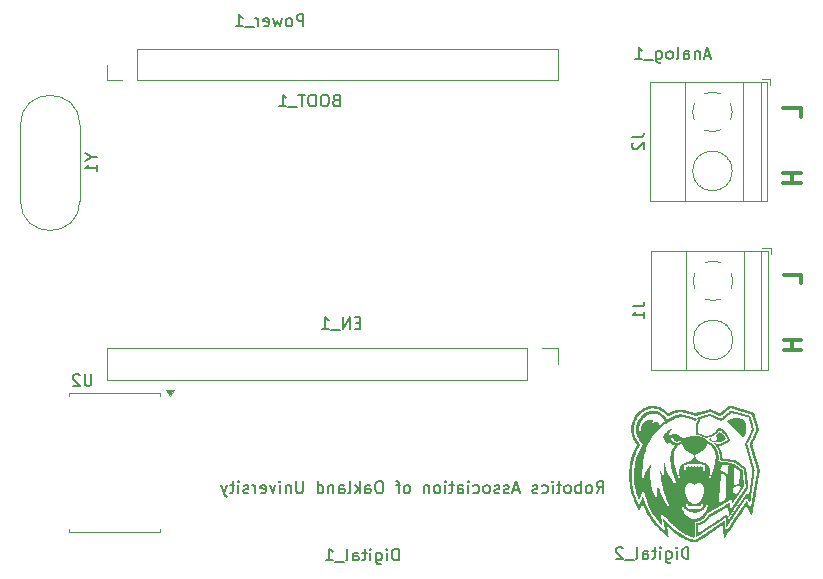
<source format=gbr>
%TF.GenerationSoftware,KiCad,Pcbnew,8.0.2*%
%TF.CreationDate,2024-05-23T15:50:06-04:00*%
%TF.ProjectId,ORA_Arduino_ESP_CAN_Shield_Rev_1.1,4f52415f-4172-4647-9569-6e6f5f455350,rev?*%
%TF.SameCoordinates,Original*%
%TF.FileFunction,Legend,Bot*%
%TF.FilePolarity,Positive*%
%FSLAX46Y46*%
G04 Gerber Fmt 4.6, Leading zero omitted, Abs format (unit mm)*
G04 Created by KiCad (PCBNEW 8.0.2) date 2024-05-23 15:50:06*
%MOMM*%
%LPD*%
G01*
G04 APERTURE LIST*
%ADD10C,0.150000*%
%ADD11C,0.300000*%
%ADD12C,0.120000*%
%ADD13C,0.000000*%
G04 APERTURE END LIST*
D10*
X74126792Y-65389819D02*
X74460125Y-64913628D01*
X74698220Y-65389819D02*
X74698220Y-64389819D01*
X74698220Y-64389819D02*
X74317268Y-64389819D01*
X74317268Y-64389819D02*
X74222030Y-64437438D01*
X74222030Y-64437438D02*
X74174411Y-64485057D01*
X74174411Y-64485057D02*
X74126792Y-64580295D01*
X74126792Y-64580295D02*
X74126792Y-64723152D01*
X74126792Y-64723152D02*
X74174411Y-64818390D01*
X74174411Y-64818390D02*
X74222030Y-64866009D01*
X74222030Y-64866009D02*
X74317268Y-64913628D01*
X74317268Y-64913628D02*
X74698220Y-64913628D01*
X73555363Y-65389819D02*
X73650601Y-65342200D01*
X73650601Y-65342200D02*
X73698220Y-65294580D01*
X73698220Y-65294580D02*
X73745839Y-65199342D01*
X73745839Y-65199342D02*
X73745839Y-64913628D01*
X73745839Y-64913628D02*
X73698220Y-64818390D01*
X73698220Y-64818390D02*
X73650601Y-64770771D01*
X73650601Y-64770771D02*
X73555363Y-64723152D01*
X73555363Y-64723152D02*
X73412506Y-64723152D01*
X73412506Y-64723152D02*
X73317268Y-64770771D01*
X73317268Y-64770771D02*
X73269649Y-64818390D01*
X73269649Y-64818390D02*
X73222030Y-64913628D01*
X73222030Y-64913628D02*
X73222030Y-65199342D01*
X73222030Y-65199342D02*
X73269649Y-65294580D01*
X73269649Y-65294580D02*
X73317268Y-65342200D01*
X73317268Y-65342200D02*
X73412506Y-65389819D01*
X73412506Y-65389819D02*
X73555363Y-65389819D01*
X72793458Y-65389819D02*
X72793458Y-64389819D01*
X72793458Y-64770771D02*
X72698220Y-64723152D01*
X72698220Y-64723152D02*
X72507744Y-64723152D01*
X72507744Y-64723152D02*
X72412506Y-64770771D01*
X72412506Y-64770771D02*
X72364887Y-64818390D01*
X72364887Y-64818390D02*
X72317268Y-64913628D01*
X72317268Y-64913628D02*
X72317268Y-65199342D01*
X72317268Y-65199342D02*
X72364887Y-65294580D01*
X72364887Y-65294580D02*
X72412506Y-65342200D01*
X72412506Y-65342200D02*
X72507744Y-65389819D01*
X72507744Y-65389819D02*
X72698220Y-65389819D01*
X72698220Y-65389819D02*
X72793458Y-65342200D01*
X71745839Y-65389819D02*
X71841077Y-65342200D01*
X71841077Y-65342200D02*
X71888696Y-65294580D01*
X71888696Y-65294580D02*
X71936315Y-65199342D01*
X71936315Y-65199342D02*
X71936315Y-64913628D01*
X71936315Y-64913628D02*
X71888696Y-64818390D01*
X71888696Y-64818390D02*
X71841077Y-64770771D01*
X71841077Y-64770771D02*
X71745839Y-64723152D01*
X71745839Y-64723152D02*
X71602982Y-64723152D01*
X71602982Y-64723152D02*
X71507744Y-64770771D01*
X71507744Y-64770771D02*
X71460125Y-64818390D01*
X71460125Y-64818390D02*
X71412506Y-64913628D01*
X71412506Y-64913628D02*
X71412506Y-65199342D01*
X71412506Y-65199342D02*
X71460125Y-65294580D01*
X71460125Y-65294580D02*
X71507744Y-65342200D01*
X71507744Y-65342200D02*
X71602982Y-65389819D01*
X71602982Y-65389819D02*
X71745839Y-65389819D01*
X71126791Y-64723152D02*
X70745839Y-64723152D01*
X70983934Y-64389819D02*
X70983934Y-65246961D01*
X70983934Y-65246961D02*
X70936315Y-65342200D01*
X70936315Y-65342200D02*
X70841077Y-65389819D01*
X70841077Y-65389819D02*
X70745839Y-65389819D01*
X70412505Y-65389819D02*
X70412505Y-64723152D01*
X70412505Y-64389819D02*
X70460124Y-64437438D01*
X70460124Y-64437438D02*
X70412505Y-64485057D01*
X70412505Y-64485057D02*
X70364886Y-64437438D01*
X70364886Y-64437438D02*
X70412505Y-64389819D01*
X70412505Y-64389819D02*
X70412505Y-64485057D01*
X69507744Y-65342200D02*
X69602982Y-65389819D01*
X69602982Y-65389819D02*
X69793458Y-65389819D01*
X69793458Y-65389819D02*
X69888696Y-65342200D01*
X69888696Y-65342200D02*
X69936315Y-65294580D01*
X69936315Y-65294580D02*
X69983934Y-65199342D01*
X69983934Y-65199342D02*
X69983934Y-64913628D01*
X69983934Y-64913628D02*
X69936315Y-64818390D01*
X69936315Y-64818390D02*
X69888696Y-64770771D01*
X69888696Y-64770771D02*
X69793458Y-64723152D01*
X69793458Y-64723152D02*
X69602982Y-64723152D01*
X69602982Y-64723152D02*
X69507744Y-64770771D01*
X69126791Y-65342200D02*
X69031553Y-65389819D01*
X69031553Y-65389819D02*
X68841077Y-65389819D01*
X68841077Y-65389819D02*
X68745839Y-65342200D01*
X68745839Y-65342200D02*
X68698220Y-65246961D01*
X68698220Y-65246961D02*
X68698220Y-65199342D01*
X68698220Y-65199342D02*
X68745839Y-65104104D01*
X68745839Y-65104104D02*
X68841077Y-65056485D01*
X68841077Y-65056485D02*
X68983934Y-65056485D01*
X68983934Y-65056485D02*
X69079172Y-65008866D01*
X69079172Y-65008866D02*
X69126791Y-64913628D01*
X69126791Y-64913628D02*
X69126791Y-64866009D01*
X69126791Y-64866009D02*
X69079172Y-64770771D01*
X69079172Y-64770771D02*
X68983934Y-64723152D01*
X68983934Y-64723152D02*
X68841077Y-64723152D01*
X68841077Y-64723152D02*
X68745839Y-64770771D01*
X67555362Y-65104104D02*
X67079172Y-65104104D01*
X67650600Y-65389819D02*
X67317267Y-64389819D01*
X67317267Y-64389819D02*
X66983934Y-65389819D01*
X66698219Y-65342200D02*
X66602981Y-65389819D01*
X66602981Y-65389819D02*
X66412505Y-65389819D01*
X66412505Y-65389819D02*
X66317267Y-65342200D01*
X66317267Y-65342200D02*
X66269648Y-65246961D01*
X66269648Y-65246961D02*
X66269648Y-65199342D01*
X66269648Y-65199342D02*
X66317267Y-65104104D01*
X66317267Y-65104104D02*
X66412505Y-65056485D01*
X66412505Y-65056485D02*
X66555362Y-65056485D01*
X66555362Y-65056485D02*
X66650600Y-65008866D01*
X66650600Y-65008866D02*
X66698219Y-64913628D01*
X66698219Y-64913628D02*
X66698219Y-64866009D01*
X66698219Y-64866009D02*
X66650600Y-64770771D01*
X66650600Y-64770771D02*
X66555362Y-64723152D01*
X66555362Y-64723152D02*
X66412505Y-64723152D01*
X66412505Y-64723152D02*
X66317267Y-64770771D01*
X65888695Y-65342200D02*
X65793457Y-65389819D01*
X65793457Y-65389819D02*
X65602981Y-65389819D01*
X65602981Y-65389819D02*
X65507743Y-65342200D01*
X65507743Y-65342200D02*
X65460124Y-65246961D01*
X65460124Y-65246961D02*
X65460124Y-65199342D01*
X65460124Y-65199342D02*
X65507743Y-65104104D01*
X65507743Y-65104104D02*
X65602981Y-65056485D01*
X65602981Y-65056485D02*
X65745838Y-65056485D01*
X65745838Y-65056485D02*
X65841076Y-65008866D01*
X65841076Y-65008866D02*
X65888695Y-64913628D01*
X65888695Y-64913628D02*
X65888695Y-64866009D01*
X65888695Y-64866009D02*
X65841076Y-64770771D01*
X65841076Y-64770771D02*
X65745838Y-64723152D01*
X65745838Y-64723152D02*
X65602981Y-64723152D01*
X65602981Y-64723152D02*
X65507743Y-64770771D01*
X64888695Y-65389819D02*
X64983933Y-65342200D01*
X64983933Y-65342200D02*
X65031552Y-65294580D01*
X65031552Y-65294580D02*
X65079171Y-65199342D01*
X65079171Y-65199342D02*
X65079171Y-64913628D01*
X65079171Y-64913628D02*
X65031552Y-64818390D01*
X65031552Y-64818390D02*
X64983933Y-64770771D01*
X64983933Y-64770771D02*
X64888695Y-64723152D01*
X64888695Y-64723152D02*
X64745838Y-64723152D01*
X64745838Y-64723152D02*
X64650600Y-64770771D01*
X64650600Y-64770771D02*
X64602981Y-64818390D01*
X64602981Y-64818390D02*
X64555362Y-64913628D01*
X64555362Y-64913628D02*
X64555362Y-65199342D01*
X64555362Y-65199342D02*
X64602981Y-65294580D01*
X64602981Y-65294580D02*
X64650600Y-65342200D01*
X64650600Y-65342200D02*
X64745838Y-65389819D01*
X64745838Y-65389819D02*
X64888695Y-65389819D01*
X63698219Y-65342200D02*
X63793457Y-65389819D01*
X63793457Y-65389819D02*
X63983933Y-65389819D01*
X63983933Y-65389819D02*
X64079171Y-65342200D01*
X64079171Y-65342200D02*
X64126790Y-65294580D01*
X64126790Y-65294580D02*
X64174409Y-65199342D01*
X64174409Y-65199342D02*
X64174409Y-64913628D01*
X64174409Y-64913628D02*
X64126790Y-64818390D01*
X64126790Y-64818390D02*
X64079171Y-64770771D01*
X64079171Y-64770771D02*
X63983933Y-64723152D01*
X63983933Y-64723152D02*
X63793457Y-64723152D01*
X63793457Y-64723152D02*
X63698219Y-64770771D01*
X63269647Y-65389819D02*
X63269647Y-64723152D01*
X63269647Y-64389819D02*
X63317266Y-64437438D01*
X63317266Y-64437438D02*
X63269647Y-64485057D01*
X63269647Y-64485057D02*
X63222028Y-64437438D01*
X63222028Y-64437438D02*
X63269647Y-64389819D01*
X63269647Y-64389819D02*
X63269647Y-64485057D01*
X62364886Y-65389819D02*
X62364886Y-64866009D01*
X62364886Y-64866009D02*
X62412505Y-64770771D01*
X62412505Y-64770771D02*
X62507743Y-64723152D01*
X62507743Y-64723152D02*
X62698219Y-64723152D01*
X62698219Y-64723152D02*
X62793457Y-64770771D01*
X62364886Y-65342200D02*
X62460124Y-65389819D01*
X62460124Y-65389819D02*
X62698219Y-65389819D01*
X62698219Y-65389819D02*
X62793457Y-65342200D01*
X62793457Y-65342200D02*
X62841076Y-65246961D01*
X62841076Y-65246961D02*
X62841076Y-65151723D01*
X62841076Y-65151723D02*
X62793457Y-65056485D01*
X62793457Y-65056485D02*
X62698219Y-65008866D01*
X62698219Y-65008866D02*
X62460124Y-65008866D01*
X62460124Y-65008866D02*
X62364886Y-64961247D01*
X62031552Y-64723152D02*
X61650600Y-64723152D01*
X61888695Y-64389819D02*
X61888695Y-65246961D01*
X61888695Y-65246961D02*
X61841076Y-65342200D01*
X61841076Y-65342200D02*
X61745838Y-65389819D01*
X61745838Y-65389819D02*
X61650600Y-65389819D01*
X61317266Y-65389819D02*
X61317266Y-64723152D01*
X61317266Y-64389819D02*
X61364885Y-64437438D01*
X61364885Y-64437438D02*
X61317266Y-64485057D01*
X61317266Y-64485057D02*
X61269647Y-64437438D01*
X61269647Y-64437438D02*
X61317266Y-64389819D01*
X61317266Y-64389819D02*
X61317266Y-64485057D01*
X60698219Y-65389819D02*
X60793457Y-65342200D01*
X60793457Y-65342200D02*
X60841076Y-65294580D01*
X60841076Y-65294580D02*
X60888695Y-65199342D01*
X60888695Y-65199342D02*
X60888695Y-64913628D01*
X60888695Y-64913628D02*
X60841076Y-64818390D01*
X60841076Y-64818390D02*
X60793457Y-64770771D01*
X60793457Y-64770771D02*
X60698219Y-64723152D01*
X60698219Y-64723152D02*
X60555362Y-64723152D01*
X60555362Y-64723152D02*
X60460124Y-64770771D01*
X60460124Y-64770771D02*
X60412505Y-64818390D01*
X60412505Y-64818390D02*
X60364886Y-64913628D01*
X60364886Y-64913628D02*
X60364886Y-65199342D01*
X60364886Y-65199342D02*
X60412505Y-65294580D01*
X60412505Y-65294580D02*
X60460124Y-65342200D01*
X60460124Y-65342200D02*
X60555362Y-65389819D01*
X60555362Y-65389819D02*
X60698219Y-65389819D01*
X59936314Y-64723152D02*
X59936314Y-65389819D01*
X59936314Y-64818390D02*
X59888695Y-64770771D01*
X59888695Y-64770771D02*
X59793457Y-64723152D01*
X59793457Y-64723152D02*
X59650600Y-64723152D01*
X59650600Y-64723152D02*
X59555362Y-64770771D01*
X59555362Y-64770771D02*
X59507743Y-64866009D01*
X59507743Y-64866009D02*
X59507743Y-65389819D01*
X58126790Y-65389819D02*
X58222028Y-65342200D01*
X58222028Y-65342200D02*
X58269647Y-65294580D01*
X58269647Y-65294580D02*
X58317266Y-65199342D01*
X58317266Y-65199342D02*
X58317266Y-64913628D01*
X58317266Y-64913628D02*
X58269647Y-64818390D01*
X58269647Y-64818390D02*
X58222028Y-64770771D01*
X58222028Y-64770771D02*
X58126790Y-64723152D01*
X58126790Y-64723152D02*
X57983933Y-64723152D01*
X57983933Y-64723152D02*
X57888695Y-64770771D01*
X57888695Y-64770771D02*
X57841076Y-64818390D01*
X57841076Y-64818390D02*
X57793457Y-64913628D01*
X57793457Y-64913628D02*
X57793457Y-65199342D01*
X57793457Y-65199342D02*
X57841076Y-65294580D01*
X57841076Y-65294580D02*
X57888695Y-65342200D01*
X57888695Y-65342200D02*
X57983933Y-65389819D01*
X57983933Y-65389819D02*
X58126790Y-65389819D01*
X57507742Y-64723152D02*
X57126790Y-64723152D01*
X57364885Y-65389819D02*
X57364885Y-64532676D01*
X57364885Y-64532676D02*
X57317266Y-64437438D01*
X57317266Y-64437438D02*
X57222028Y-64389819D01*
X57222028Y-64389819D02*
X57126790Y-64389819D01*
X55841075Y-64389819D02*
X55650599Y-64389819D01*
X55650599Y-64389819D02*
X55555361Y-64437438D01*
X55555361Y-64437438D02*
X55460123Y-64532676D01*
X55460123Y-64532676D02*
X55412504Y-64723152D01*
X55412504Y-64723152D02*
X55412504Y-65056485D01*
X55412504Y-65056485D02*
X55460123Y-65246961D01*
X55460123Y-65246961D02*
X55555361Y-65342200D01*
X55555361Y-65342200D02*
X55650599Y-65389819D01*
X55650599Y-65389819D02*
X55841075Y-65389819D01*
X55841075Y-65389819D02*
X55936313Y-65342200D01*
X55936313Y-65342200D02*
X56031551Y-65246961D01*
X56031551Y-65246961D02*
X56079170Y-65056485D01*
X56079170Y-65056485D02*
X56079170Y-64723152D01*
X56079170Y-64723152D02*
X56031551Y-64532676D01*
X56031551Y-64532676D02*
X55936313Y-64437438D01*
X55936313Y-64437438D02*
X55841075Y-64389819D01*
X54555361Y-65389819D02*
X54555361Y-64866009D01*
X54555361Y-64866009D02*
X54602980Y-64770771D01*
X54602980Y-64770771D02*
X54698218Y-64723152D01*
X54698218Y-64723152D02*
X54888694Y-64723152D01*
X54888694Y-64723152D02*
X54983932Y-64770771D01*
X54555361Y-65342200D02*
X54650599Y-65389819D01*
X54650599Y-65389819D02*
X54888694Y-65389819D01*
X54888694Y-65389819D02*
X54983932Y-65342200D01*
X54983932Y-65342200D02*
X55031551Y-65246961D01*
X55031551Y-65246961D02*
X55031551Y-65151723D01*
X55031551Y-65151723D02*
X54983932Y-65056485D01*
X54983932Y-65056485D02*
X54888694Y-65008866D01*
X54888694Y-65008866D02*
X54650599Y-65008866D01*
X54650599Y-65008866D02*
X54555361Y-64961247D01*
X54079170Y-65389819D02*
X54079170Y-64389819D01*
X53983932Y-65008866D02*
X53698218Y-65389819D01*
X53698218Y-64723152D02*
X54079170Y-65104104D01*
X53126789Y-65389819D02*
X53222027Y-65342200D01*
X53222027Y-65342200D02*
X53269646Y-65246961D01*
X53269646Y-65246961D02*
X53269646Y-64389819D01*
X52317265Y-65389819D02*
X52317265Y-64866009D01*
X52317265Y-64866009D02*
X52364884Y-64770771D01*
X52364884Y-64770771D02*
X52460122Y-64723152D01*
X52460122Y-64723152D02*
X52650598Y-64723152D01*
X52650598Y-64723152D02*
X52745836Y-64770771D01*
X52317265Y-65342200D02*
X52412503Y-65389819D01*
X52412503Y-65389819D02*
X52650598Y-65389819D01*
X52650598Y-65389819D02*
X52745836Y-65342200D01*
X52745836Y-65342200D02*
X52793455Y-65246961D01*
X52793455Y-65246961D02*
X52793455Y-65151723D01*
X52793455Y-65151723D02*
X52745836Y-65056485D01*
X52745836Y-65056485D02*
X52650598Y-65008866D01*
X52650598Y-65008866D02*
X52412503Y-65008866D01*
X52412503Y-65008866D02*
X52317265Y-64961247D01*
X51841074Y-64723152D02*
X51841074Y-65389819D01*
X51841074Y-64818390D02*
X51793455Y-64770771D01*
X51793455Y-64770771D02*
X51698217Y-64723152D01*
X51698217Y-64723152D02*
X51555360Y-64723152D01*
X51555360Y-64723152D02*
X51460122Y-64770771D01*
X51460122Y-64770771D02*
X51412503Y-64866009D01*
X51412503Y-64866009D02*
X51412503Y-65389819D01*
X50507741Y-65389819D02*
X50507741Y-64389819D01*
X50507741Y-65342200D02*
X50602979Y-65389819D01*
X50602979Y-65389819D02*
X50793455Y-65389819D01*
X50793455Y-65389819D02*
X50888693Y-65342200D01*
X50888693Y-65342200D02*
X50936312Y-65294580D01*
X50936312Y-65294580D02*
X50983931Y-65199342D01*
X50983931Y-65199342D02*
X50983931Y-64913628D01*
X50983931Y-64913628D02*
X50936312Y-64818390D01*
X50936312Y-64818390D02*
X50888693Y-64770771D01*
X50888693Y-64770771D02*
X50793455Y-64723152D01*
X50793455Y-64723152D02*
X50602979Y-64723152D01*
X50602979Y-64723152D02*
X50507741Y-64770771D01*
X49269645Y-64389819D02*
X49269645Y-65199342D01*
X49269645Y-65199342D02*
X49222026Y-65294580D01*
X49222026Y-65294580D02*
X49174407Y-65342200D01*
X49174407Y-65342200D02*
X49079169Y-65389819D01*
X49079169Y-65389819D02*
X48888693Y-65389819D01*
X48888693Y-65389819D02*
X48793455Y-65342200D01*
X48793455Y-65342200D02*
X48745836Y-65294580D01*
X48745836Y-65294580D02*
X48698217Y-65199342D01*
X48698217Y-65199342D02*
X48698217Y-64389819D01*
X48222026Y-64723152D02*
X48222026Y-65389819D01*
X48222026Y-64818390D02*
X48174407Y-64770771D01*
X48174407Y-64770771D02*
X48079169Y-64723152D01*
X48079169Y-64723152D02*
X47936312Y-64723152D01*
X47936312Y-64723152D02*
X47841074Y-64770771D01*
X47841074Y-64770771D02*
X47793455Y-64866009D01*
X47793455Y-64866009D02*
X47793455Y-65389819D01*
X47317264Y-65389819D02*
X47317264Y-64723152D01*
X47317264Y-64389819D02*
X47364883Y-64437438D01*
X47364883Y-64437438D02*
X47317264Y-64485057D01*
X47317264Y-64485057D02*
X47269645Y-64437438D01*
X47269645Y-64437438D02*
X47317264Y-64389819D01*
X47317264Y-64389819D02*
X47317264Y-64485057D01*
X46936312Y-64723152D02*
X46698217Y-65389819D01*
X46698217Y-65389819D02*
X46460122Y-64723152D01*
X45698217Y-65342200D02*
X45793455Y-65389819D01*
X45793455Y-65389819D02*
X45983931Y-65389819D01*
X45983931Y-65389819D02*
X46079169Y-65342200D01*
X46079169Y-65342200D02*
X46126788Y-65246961D01*
X46126788Y-65246961D02*
X46126788Y-64866009D01*
X46126788Y-64866009D02*
X46079169Y-64770771D01*
X46079169Y-64770771D02*
X45983931Y-64723152D01*
X45983931Y-64723152D02*
X45793455Y-64723152D01*
X45793455Y-64723152D02*
X45698217Y-64770771D01*
X45698217Y-64770771D02*
X45650598Y-64866009D01*
X45650598Y-64866009D02*
X45650598Y-64961247D01*
X45650598Y-64961247D02*
X46126788Y-65056485D01*
X45222026Y-65389819D02*
X45222026Y-64723152D01*
X45222026Y-64913628D02*
X45174407Y-64818390D01*
X45174407Y-64818390D02*
X45126788Y-64770771D01*
X45126788Y-64770771D02*
X45031550Y-64723152D01*
X45031550Y-64723152D02*
X44936312Y-64723152D01*
X44650597Y-65342200D02*
X44555359Y-65389819D01*
X44555359Y-65389819D02*
X44364883Y-65389819D01*
X44364883Y-65389819D02*
X44269645Y-65342200D01*
X44269645Y-65342200D02*
X44222026Y-65246961D01*
X44222026Y-65246961D02*
X44222026Y-65199342D01*
X44222026Y-65199342D02*
X44269645Y-65104104D01*
X44269645Y-65104104D02*
X44364883Y-65056485D01*
X44364883Y-65056485D02*
X44507740Y-65056485D01*
X44507740Y-65056485D02*
X44602978Y-65008866D01*
X44602978Y-65008866D02*
X44650597Y-64913628D01*
X44650597Y-64913628D02*
X44650597Y-64866009D01*
X44650597Y-64866009D02*
X44602978Y-64770771D01*
X44602978Y-64770771D02*
X44507740Y-64723152D01*
X44507740Y-64723152D02*
X44364883Y-64723152D01*
X44364883Y-64723152D02*
X44269645Y-64770771D01*
X43793454Y-65389819D02*
X43793454Y-64723152D01*
X43793454Y-64389819D02*
X43841073Y-64437438D01*
X43841073Y-64437438D02*
X43793454Y-64485057D01*
X43793454Y-64485057D02*
X43745835Y-64437438D01*
X43745835Y-64437438D02*
X43793454Y-64389819D01*
X43793454Y-64389819D02*
X43793454Y-64485057D01*
X43460121Y-64723152D02*
X43079169Y-64723152D01*
X43317264Y-64389819D02*
X43317264Y-65246961D01*
X43317264Y-65246961D02*
X43269645Y-65342200D01*
X43269645Y-65342200D02*
X43174407Y-65389819D01*
X43174407Y-65389819D02*
X43079169Y-65389819D01*
X42841073Y-64723152D02*
X42602978Y-65389819D01*
X42364883Y-64723152D02*
X42602978Y-65389819D01*
X42602978Y-65389819D02*
X42698216Y-65627914D01*
X42698216Y-65627914D02*
X42745835Y-65675533D01*
X42745835Y-65675533D02*
X42841073Y-65723152D01*
D11*
X91440828Y-38304510D02*
X89940828Y-38304510D01*
X90655114Y-38304510D02*
X90655114Y-39161653D01*
X91440828Y-39161653D02*
X89940828Y-39161653D01*
X91470828Y-47608796D02*
X91470828Y-46894510D01*
X91470828Y-46894510D02*
X89970828Y-46894510D01*
X91470828Y-52394510D02*
X89970828Y-52394510D01*
X90685114Y-52394510D02*
X90685114Y-53251653D01*
X91470828Y-53251653D02*
X89970828Y-53251653D01*
X91440828Y-33518796D02*
X91440828Y-32804510D01*
X91440828Y-32804510D02*
X89940828Y-32804510D01*
D10*
X57367618Y-71084819D02*
X57367618Y-70084819D01*
X57367618Y-70084819D02*
X57129523Y-70084819D01*
X57129523Y-70084819D02*
X56986666Y-70132438D01*
X56986666Y-70132438D02*
X56891428Y-70227676D01*
X56891428Y-70227676D02*
X56843809Y-70322914D01*
X56843809Y-70322914D02*
X56796190Y-70513390D01*
X56796190Y-70513390D02*
X56796190Y-70656247D01*
X56796190Y-70656247D02*
X56843809Y-70846723D01*
X56843809Y-70846723D02*
X56891428Y-70941961D01*
X56891428Y-70941961D02*
X56986666Y-71037200D01*
X56986666Y-71037200D02*
X57129523Y-71084819D01*
X57129523Y-71084819D02*
X57367618Y-71084819D01*
X56367618Y-71084819D02*
X56367618Y-70418152D01*
X56367618Y-70084819D02*
X56415237Y-70132438D01*
X56415237Y-70132438D02*
X56367618Y-70180057D01*
X56367618Y-70180057D02*
X56319999Y-70132438D01*
X56319999Y-70132438D02*
X56367618Y-70084819D01*
X56367618Y-70084819D02*
X56367618Y-70180057D01*
X55462857Y-70418152D02*
X55462857Y-71227676D01*
X55462857Y-71227676D02*
X55510476Y-71322914D01*
X55510476Y-71322914D02*
X55558095Y-71370533D01*
X55558095Y-71370533D02*
X55653333Y-71418152D01*
X55653333Y-71418152D02*
X55796190Y-71418152D01*
X55796190Y-71418152D02*
X55891428Y-71370533D01*
X55462857Y-71037200D02*
X55558095Y-71084819D01*
X55558095Y-71084819D02*
X55748571Y-71084819D01*
X55748571Y-71084819D02*
X55843809Y-71037200D01*
X55843809Y-71037200D02*
X55891428Y-70989580D01*
X55891428Y-70989580D02*
X55939047Y-70894342D01*
X55939047Y-70894342D02*
X55939047Y-70608628D01*
X55939047Y-70608628D02*
X55891428Y-70513390D01*
X55891428Y-70513390D02*
X55843809Y-70465771D01*
X55843809Y-70465771D02*
X55748571Y-70418152D01*
X55748571Y-70418152D02*
X55558095Y-70418152D01*
X55558095Y-70418152D02*
X55462857Y-70465771D01*
X54986666Y-71084819D02*
X54986666Y-70418152D01*
X54986666Y-70084819D02*
X55034285Y-70132438D01*
X55034285Y-70132438D02*
X54986666Y-70180057D01*
X54986666Y-70180057D02*
X54939047Y-70132438D01*
X54939047Y-70132438D02*
X54986666Y-70084819D01*
X54986666Y-70084819D02*
X54986666Y-70180057D01*
X54653333Y-70418152D02*
X54272381Y-70418152D01*
X54510476Y-70084819D02*
X54510476Y-70941961D01*
X54510476Y-70941961D02*
X54462857Y-71037200D01*
X54462857Y-71037200D02*
X54367619Y-71084819D01*
X54367619Y-71084819D02*
X54272381Y-71084819D01*
X53510476Y-71084819D02*
X53510476Y-70561009D01*
X53510476Y-70561009D02*
X53558095Y-70465771D01*
X53558095Y-70465771D02*
X53653333Y-70418152D01*
X53653333Y-70418152D02*
X53843809Y-70418152D01*
X53843809Y-70418152D02*
X53939047Y-70465771D01*
X53510476Y-71037200D02*
X53605714Y-71084819D01*
X53605714Y-71084819D02*
X53843809Y-71084819D01*
X53843809Y-71084819D02*
X53939047Y-71037200D01*
X53939047Y-71037200D02*
X53986666Y-70941961D01*
X53986666Y-70941961D02*
X53986666Y-70846723D01*
X53986666Y-70846723D02*
X53939047Y-70751485D01*
X53939047Y-70751485D02*
X53843809Y-70703866D01*
X53843809Y-70703866D02*
X53605714Y-70703866D01*
X53605714Y-70703866D02*
X53510476Y-70656247D01*
X52891428Y-71084819D02*
X52986666Y-71037200D01*
X52986666Y-71037200D02*
X53034285Y-70941961D01*
X53034285Y-70941961D02*
X53034285Y-70084819D01*
X52748571Y-71180057D02*
X51986666Y-71180057D01*
X51224761Y-71084819D02*
X51796189Y-71084819D01*
X51510475Y-71084819D02*
X51510475Y-70084819D01*
X51510475Y-70084819D02*
X51605713Y-70227676D01*
X51605713Y-70227676D02*
X51700951Y-70322914D01*
X51700951Y-70322914D02*
X51796189Y-70370533D01*
X49303333Y-25854819D02*
X49303333Y-24854819D01*
X49303333Y-24854819D02*
X48922381Y-24854819D01*
X48922381Y-24854819D02*
X48827143Y-24902438D01*
X48827143Y-24902438D02*
X48779524Y-24950057D01*
X48779524Y-24950057D02*
X48731905Y-25045295D01*
X48731905Y-25045295D02*
X48731905Y-25188152D01*
X48731905Y-25188152D02*
X48779524Y-25283390D01*
X48779524Y-25283390D02*
X48827143Y-25331009D01*
X48827143Y-25331009D02*
X48922381Y-25378628D01*
X48922381Y-25378628D02*
X49303333Y-25378628D01*
X48160476Y-25854819D02*
X48255714Y-25807200D01*
X48255714Y-25807200D02*
X48303333Y-25759580D01*
X48303333Y-25759580D02*
X48350952Y-25664342D01*
X48350952Y-25664342D02*
X48350952Y-25378628D01*
X48350952Y-25378628D02*
X48303333Y-25283390D01*
X48303333Y-25283390D02*
X48255714Y-25235771D01*
X48255714Y-25235771D02*
X48160476Y-25188152D01*
X48160476Y-25188152D02*
X48017619Y-25188152D01*
X48017619Y-25188152D02*
X47922381Y-25235771D01*
X47922381Y-25235771D02*
X47874762Y-25283390D01*
X47874762Y-25283390D02*
X47827143Y-25378628D01*
X47827143Y-25378628D02*
X47827143Y-25664342D01*
X47827143Y-25664342D02*
X47874762Y-25759580D01*
X47874762Y-25759580D02*
X47922381Y-25807200D01*
X47922381Y-25807200D02*
X48017619Y-25854819D01*
X48017619Y-25854819D02*
X48160476Y-25854819D01*
X47493809Y-25188152D02*
X47303333Y-25854819D01*
X47303333Y-25854819D02*
X47112857Y-25378628D01*
X47112857Y-25378628D02*
X46922381Y-25854819D01*
X46922381Y-25854819D02*
X46731905Y-25188152D01*
X45970000Y-25807200D02*
X46065238Y-25854819D01*
X46065238Y-25854819D02*
X46255714Y-25854819D01*
X46255714Y-25854819D02*
X46350952Y-25807200D01*
X46350952Y-25807200D02*
X46398571Y-25711961D01*
X46398571Y-25711961D02*
X46398571Y-25331009D01*
X46398571Y-25331009D02*
X46350952Y-25235771D01*
X46350952Y-25235771D02*
X46255714Y-25188152D01*
X46255714Y-25188152D02*
X46065238Y-25188152D01*
X46065238Y-25188152D02*
X45970000Y-25235771D01*
X45970000Y-25235771D02*
X45922381Y-25331009D01*
X45922381Y-25331009D02*
X45922381Y-25426247D01*
X45922381Y-25426247D02*
X46398571Y-25521485D01*
X45493809Y-25854819D02*
X45493809Y-25188152D01*
X45493809Y-25378628D02*
X45446190Y-25283390D01*
X45446190Y-25283390D02*
X45398571Y-25235771D01*
X45398571Y-25235771D02*
X45303333Y-25188152D01*
X45303333Y-25188152D02*
X45208095Y-25188152D01*
X45112857Y-25950057D02*
X44350952Y-25950057D01*
X43589047Y-25854819D02*
X44160475Y-25854819D01*
X43874761Y-25854819D02*
X43874761Y-24854819D01*
X43874761Y-24854819D02*
X43969999Y-24997676D01*
X43969999Y-24997676D02*
X44065237Y-25092914D01*
X44065237Y-25092914D02*
X44160475Y-25140533D01*
X83756666Y-28349104D02*
X83280476Y-28349104D01*
X83851904Y-28634819D02*
X83518571Y-27634819D01*
X83518571Y-27634819D02*
X83185238Y-28634819D01*
X82851904Y-27968152D02*
X82851904Y-28634819D01*
X82851904Y-28063390D02*
X82804285Y-28015771D01*
X82804285Y-28015771D02*
X82709047Y-27968152D01*
X82709047Y-27968152D02*
X82566190Y-27968152D01*
X82566190Y-27968152D02*
X82470952Y-28015771D01*
X82470952Y-28015771D02*
X82423333Y-28111009D01*
X82423333Y-28111009D02*
X82423333Y-28634819D01*
X81518571Y-28634819D02*
X81518571Y-28111009D01*
X81518571Y-28111009D02*
X81566190Y-28015771D01*
X81566190Y-28015771D02*
X81661428Y-27968152D01*
X81661428Y-27968152D02*
X81851904Y-27968152D01*
X81851904Y-27968152D02*
X81947142Y-28015771D01*
X81518571Y-28587200D02*
X81613809Y-28634819D01*
X81613809Y-28634819D02*
X81851904Y-28634819D01*
X81851904Y-28634819D02*
X81947142Y-28587200D01*
X81947142Y-28587200D02*
X81994761Y-28491961D01*
X81994761Y-28491961D02*
X81994761Y-28396723D01*
X81994761Y-28396723D02*
X81947142Y-28301485D01*
X81947142Y-28301485D02*
X81851904Y-28253866D01*
X81851904Y-28253866D02*
X81613809Y-28253866D01*
X81613809Y-28253866D02*
X81518571Y-28206247D01*
X80899523Y-28634819D02*
X80994761Y-28587200D01*
X80994761Y-28587200D02*
X81042380Y-28491961D01*
X81042380Y-28491961D02*
X81042380Y-27634819D01*
X80375713Y-28634819D02*
X80470951Y-28587200D01*
X80470951Y-28587200D02*
X80518570Y-28539580D01*
X80518570Y-28539580D02*
X80566189Y-28444342D01*
X80566189Y-28444342D02*
X80566189Y-28158628D01*
X80566189Y-28158628D02*
X80518570Y-28063390D01*
X80518570Y-28063390D02*
X80470951Y-28015771D01*
X80470951Y-28015771D02*
X80375713Y-27968152D01*
X80375713Y-27968152D02*
X80232856Y-27968152D01*
X80232856Y-27968152D02*
X80137618Y-28015771D01*
X80137618Y-28015771D02*
X80089999Y-28063390D01*
X80089999Y-28063390D02*
X80042380Y-28158628D01*
X80042380Y-28158628D02*
X80042380Y-28444342D01*
X80042380Y-28444342D02*
X80089999Y-28539580D01*
X80089999Y-28539580D02*
X80137618Y-28587200D01*
X80137618Y-28587200D02*
X80232856Y-28634819D01*
X80232856Y-28634819D02*
X80375713Y-28634819D01*
X79185237Y-27968152D02*
X79185237Y-28777676D01*
X79185237Y-28777676D02*
X79232856Y-28872914D01*
X79232856Y-28872914D02*
X79280475Y-28920533D01*
X79280475Y-28920533D02*
X79375713Y-28968152D01*
X79375713Y-28968152D02*
X79518570Y-28968152D01*
X79518570Y-28968152D02*
X79613808Y-28920533D01*
X79185237Y-28587200D02*
X79280475Y-28634819D01*
X79280475Y-28634819D02*
X79470951Y-28634819D01*
X79470951Y-28634819D02*
X79566189Y-28587200D01*
X79566189Y-28587200D02*
X79613808Y-28539580D01*
X79613808Y-28539580D02*
X79661427Y-28444342D01*
X79661427Y-28444342D02*
X79661427Y-28158628D01*
X79661427Y-28158628D02*
X79613808Y-28063390D01*
X79613808Y-28063390D02*
X79566189Y-28015771D01*
X79566189Y-28015771D02*
X79470951Y-27968152D01*
X79470951Y-27968152D02*
X79280475Y-27968152D01*
X79280475Y-27968152D02*
X79185237Y-28015771D01*
X78947142Y-28730057D02*
X78185237Y-28730057D01*
X77423332Y-28634819D02*
X77994760Y-28634819D01*
X77709046Y-28634819D02*
X77709046Y-27634819D01*
X77709046Y-27634819D02*
X77804284Y-27777676D01*
X77804284Y-27777676D02*
X77899522Y-27872914D01*
X77899522Y-27872914D02*
X77994760Y-27920533D01*
X81907618Y-70954819D02*
X81907618Y-69954819D01*
X81907618Y-69954819D02*
X81669523Y-69954819D01*
X81669523Y-69954819D02*
X81526666Y-70002438D01*
X81526666Y-70002438D02*
X81431428Y-70097676D01*
X81431428Y-70097676D02*
X81383809Y-70192914D01*
X81383809Y-70192914D02*
X81336190Y-70383390D01*
X81336190Y-70383390D02*
X81336190Y-70526247D01*
X81336190Y-70526247D02*
X81383809Y-70716723D01*
X81383809Y-70716723D02*
X81431428Y-70811961D01*
X81431428Y-70811961D02*
X81526666Y-70907200D01*
X81526666Y-70907200D02*
X81669523Y-70954819D01*
X81669523Y-70954819D02*
X81907618Y-70954819D01*
X80907618Y-70954819D02*
X80907618Y-70288152D01*
X80907618Y-69954819D02*
X80955237Y-70002438D01*
X80955237Y-70002438D02*
X80907618Y-70050057D01*
X80907618Y-70050057D02*
X80859999Y-70002438D01*
X80859999Y-70002438D02*
X80907618Y-69954819D01*
X80907618Y-69954819D02*
X80907618Y-70050057D01*
X80002857Y-70288152D02*
X80002857Y-71097676D01*
X80002857Y-71097676D02*
X80050476Y-71192914D01*
X80050476Y-71192914D02*
X80098095Y-71240533D01*
X80098095Y-71240533D02*
X80193333Y-71288152D01*
X80193333Y-71288152D02*
X80336190Y-71288152D01*
X80336190Y-71288152D02*
X80431428Y-71240533D01*
X80002857Y-70907200D02*
X80098095Y-70954819D01*
X80098095Y-70954819D02*
X80288571Y-70954819D01*
X80288571Y-70954819D02*
X80383809Y-70907200D01*
X80383809Y-70907200D02*
X80431428Y-70859580D01*
X80431428Y-70859580D02*
X80479047Y-70764342D01*
X80479047Y-70764342D02*
X80479047Y-70478628D01*
X80479047Y-70478628D02*
X80431428Y-70383390D01*
X80431428Y-70383390D02*
X80383809Y-70335771D01*
X80383809Y-70335771D02*
X80288571Y-70288152D01*
X80288571Y-70288152D02*
X80098095Y-70288152D01*
X80098095Y-70288152D02*
X80002857Y-70335771D01*
X79526666Y-70954819D02*
X79526666Y-70288152D01*
X79526666Y-69954819D02*
X79574285Y-70002438D01*
X79574285Y-70002438D02*
X79526666Y-70050057D01*
X79526666Y-70050057D02*
X79479047Y-70002438D01*
X79479047Y-70002438D02*
X79526666Y-69954819D01*
X79526666Y-69954819D02*
X79526666Y-70050057D01*
X79193333Y-70288152D02*
X78812381Y-70288152D01*
X79050476Y-69954819D02*
X79050476Y-70811961D01*
X79050476Y-70811961D02*
X79002857Y-70907200D01*
X79002857Y-70907200D02*
X78907619Y-70954819D01*
X78907619Y-70954819D02*
X78812381Y-70954819D01*
X78050476Y-70954819D02*
X78050476Y-70431009D01*
X78050476Y-70431009D02*
X78098095Y-70335771D01*
X78098095Y-70335771D02*
X78193333Y-70288152D01*
X78193333Y-70288152D02*
X78383809Y-70288152D01*
X78383809Y-70288152D02*
X78479047Y-70335771D01*
X78050476Y-70907200D02*
X78145714Y-70954819D01*
X78145714Y-70954819D02*
X78383809Y-70954819D01*
X78383809Y-70954819D02*
X78479047Y-70907200D01*
X78479047Y-70907200D02*
X78526666Y-70811961D01*
X78526666Y-70811961D02*
X78526666Y-70716723D01*
X78526666Y-70716723D02*
X78479047Y-70621485D01*
X78479047Y-70621485D02*
X78383809Y-70573866D01*
X78383809Y-70573866D02*
X78145714Y-70573866D01*
X78145714Y-70573866D02*
X78050476Y-70526247D01*
X77431428Y-70954819D02*
X77526666Y-70907200D01*
X77526666Y-70907200D02*
X77574285Y-70811961D01*
X77574285Y-70811961D02*
X77574285Y-69954819D01*
X77288571Y-71050057D02*
X76526666Y-71050057D01*
X76336189Y-70050057D02*
X76288570Y-70002438D01*
X76288570Y-70002438D02*
X76193332Y-69954819D01*
X76193332Y-69954819D02*
X75955237Y-69954819D01*
X75955237Y-69954819D02*
X75859999Y-70002438D01*
X75859999Y-70002438D02*
X75812380Y-70050057D01*
X75812380Y-70050057D02*
X75764761Y-70145295D01*
X75764761Y-70145295D02*
X75764761Y-70240533D01*
X75764761Y-70240533D02*
X75812380Y-70383390D01*
X75812380Y-70383390D02*
X76383808Y-70954819D01*
X76383808Y-70954819D02*
X75764761Y-70954819D01*
X31351904Y-55314819D02*
X31351904Y-56124342D01*
X31351904Y-56124342D02*
X31304285Y-56219580D01*
X31304285Y-56219580D02*
X31256666Y-56267200D01*
X31256666Y-56267200D02*
X31161428Y-56314819D01*
X31161428Y-56314819D02*
X30970952Y-56314819D01*
X30970952Y-56314819D02*
X30875714Y-56267200D01*
X30875714Y-56267200D02*
X30828095Y-56219580D01*
X30828095Y-56219580D02*
X30780476Y-56124342D01*
X30780476Y-56124342D02*
X30780476Y-55314819D01*
X30351904Y-55410057D02*
X30304285Y-55362438D01*
X30304285Y-55362438D02*
X30209047Y-55314819D01*
X30209047Y-55314819D02*
X29970952Y-55314819D01*
X29970952Y-55314819D02*
X29875714Y-55362438D01*
X29875714Y-55362438D02*
X29828095Y-55410057D01*
X29828095Y-55410057D02*
X29780476Y-55505295D01*
X29780476Y-55505295D02*
X29780476Y-55600533D01*
X29780476Y-55600533D02*
X29828095Y-55743390D01*
X29828095Y-55743390D02*
X30399523Y-56314819D01*
X30399523Y-56314819D02*
X29780476Y-56314819D01*
X54125237Y-50961009D02*
X53791904Y-50961009D01*
X53649047Y-51484819D02*
X54125237Y-51484819D01*
X54125237Y-51484819D02*
X54125237Y-50484819D01*
X54125237Y-50484819D02*
X53649047Y-50484819D01*
X53220475Y-51484819D02*
X53220475Y-50484819D01*
X53220475Y-50484819D02*
X52649047Y-51484819D01*
X52649047Y-51484819D02*
X52649047Y-50484819D01*
X52410952Y-51580057D02*
X51649047Y-51580057D01*
X50887142Y-51484819D02*
X51458570Y-51484819D01*
X51172856Y-51484819D02*
X51172856Y-50484819D01*
X51172856Y-50484819D02*
X51268094Y-50627676D01*
X51268094Y-50627676D02*
X51363332Y-50722914D01*
X51363332Y-50722914D02*
X51458570Y-50770533D01*
X77184819Y-49586666D02*
X77899104Y-49586666D01*
X77899104Y-49586666D02*
X78041961Y-49539047D01*
X78041961Y-49539047D02*
X78137200Y-49443809D01*
X78137200Y-49443809D02*
X78184819Y-49300952D01*
X78184819Y-49300952D02*
X78184819Y-49205714D01*
X78184819Y-50586666D02*
X78184819Y-50015238D01*
X78184819Y-50300952D02*
X77184819Y-50300952D01*
X77184819Y-50300952D02*
X77327676Y-50205714D01*
X77327676Y-50205714D02*
X77422914Y-50110476D01*
X77422914Y-50110476D02*
X77470533Y-50015238D01*
X77134819Y-35276666D02*
X77849104Y-35276666D01*
X77849104Y-35276666D02*
X77991961Y-35229047D01*
X77991961Y-35229047D02*
X78087200Y-35133809D01*
X78087200Y-35133809D02*
X78134819Y-34990952D01*
X78134819Y-34990952D02*
X78134819Y-34895714D01*
X77230057Y-35705238D02*
X77182438Y-35752857D01*
X77182438Y-35752857D02*
X77134819Y-35848095D01*
X77134819Y-35848095D02*
X77134819Y-36086190D01*
X77134819Y-36086190D02*
X77182438Y-36181428D01*
X77182438Y-36181428D02*
X77230057Y-36229047D01*
X77230057Y-36229047D02*
X77325295Y-36276666D01*
X77325295Y-36276666D02*
X77420533Y-36276666D01*
X77420533Y-36276666D02*
X77563390Y-36229047D01*
X77563390Y-36229047D02*
X78134819Y-35657619D01*
X78134819Y-35657619D02*
X78134819Y-36276666D01*
X52069285Y-32121009D02*
X51926428Y-32168628D01*
X51926428Y-32168628D02*
X51878809Y-32216247D01*
X51878809Y-32216247D02*
X51831190Y-32311485D01*
X51831190Y-32311485D02*
X51831190Y-32454342D01*
X51831190Y-32454342D02*
X51878809Y-32549580D01*
X51878809Y-32549580D02*
X51926428Y-32597200D01*
X51926428Y-32597200D02*
X52021666Y-32644819D01*
X52021666Y-32644819D02*
X52402618Y-32644819D01*
X52402618Y-32644819D02*
X52402618Y-31644819D01*
X52402618Y-31644819D02*
X52069285Y-31644819D01*
X52069285Y-31644819D02*
X51974047Y-31692438D01*
X51974047Y-31692438D02*
X51926428Y-31740057D01*
X51926428Y-31740057D02*
X51878809Y-31835295D01*
X51878809Y-31835295D02*
X51878809Y-31930533D01*
X51878809Y-31930533D02*
X51926428Y-32025771D01*
X51926428Y-32025771D02*
X51974047Y-32073390D01*
X51974047Y-32073390D02*
X52069285Y-32121009D01*
X52069285Y-32121009D02*
X52402618Y-32121009D01*
X51212142Y-31644819D02*
X51021666Y-31644819D01*
X51021666Y-31644819D02*
X50926428Y-31692438D01*
X50926428Y-31692438D02*
X50831190Y-31787676D01*
X50831190Y-31787676D02*
X50783571Y-31978152D01*
X50783571Y-31978152D02*
X50783571Y-32311485D01*
X50783571Y-32311485D02*
X50831190Y-32501961D01*
X50831190Y-32501961D02*
X50926428Y-32597200D01*
X50926428Y-32597200D02*
X51021666Y-32644819D01*
X51021666Y-32644819D02*
X51212142Y-32644819D01*
X51212142Y-32644819D02*
X51307380Y-32597200D01*
X51307380Y-32597200D02*
X51402618Y-32501961D01*
X51402618Y-32501961D02*
X51450237Y-32311485D01*
X51450237Y-32311485D02*
X51450237Y-31978152D01*
X51450237Y-31978152D02*
X51402618Y-31787676D01*
X51402618Y-31787676D02*
X51307380Y-31692438D01*
X51307380Y-31692438D02*
X51212142Y-31644819D01*
X50164523Y-31644819D02*
X49974047Y-31644819D01*
X49974047Y-31644819D02*
X49878809Y-31692438D01*
X49878809Y-31692438D02*
X49783571Y-31787676D01*
X49783571Y-31787676D02*
X49735952Y-31978152D01*
X49735952Y-31978152D02*
X49735952Y-32311485D01*
X49735952Y-32311485D02*
X49783571Y-32501961D01*
X49783571Y-32501961D02*
X49878809Y-32597200D01*
X49878809Y-32597200D02*
X49974047Y-32644819D01*
X49974047Y-32644819D02*
X50164523Y-32644819D01*
X50164523Y-32644819D02*
X50259761Y-32597200D01*
X50259761Y-32597200D02*
X50354999Y-32501961D01*
X50354999Y-32501961D02*
X50402618Y-32311485D01*
X50402618Y-32311485D02*
X50402618Y-31978152D01*
X50402618Y-31978152D02*
X50354999Y-31787676D01*
X50354999Y-31787676D02*
X50259761Y-31692438D01*
X50259761Y-31692438D02*
X50164523Y-31644819D01*
X49450237Y-31644819D02*
X48878809Y-31644819D01*
X49164523Y-32644819D02*
X49164523Y-31644819D01*
X48783571Y-32740057D02*
X48021666Y-32740057D01*
X47259761Y-32644819D02*
X47831189Y-32644819D01*
X47545475Y-32644819D02*
X47545475Y-31644819D01*
X47545475Y-31644819D02*
X47640713Y-31787676D01*
X47640713Y-31787676D02*
X47735951Y-31882914D01*
X47735951Y-31882914D02*
X47831189Y-31930533D01*
X31368628Y-36953809D02*
X31844819Y-36953809D01*
X30844819Y-36620476D02*
X31368628Y-36953809D01*
X31368628Y-36953809D02*
X30844819Y-37287142D01*
X31844819Y-38144285D02*
X31844819Y-37572857D01*
X31844819Y-37858571D02*
X30844819Y-37858571D01*
X30844819Y-37858571D02*
X30987676Y-37763333D01*
X30987676Y-37763333D02*
X31082914Y-37668095D01*
X31082914Y-37668095D02*
X31130533Y-37572857D01*
D12*
%TO.C,U2*%
X29465000Y-56925000D02*
X33325000Y-56925000D01*
X29465000Y-57170000D02*
X29465000Y-56925000D01*
X29465000Y-68450000D02*
X29465000Y-68695000D01*
X29465000Y-68695000D02*
X33325000Y-68695000D01*
X37185000Y-56925000D02*
X33325000Y-56925000D01*
X37185000Y-57170000D02*
X37185000Y-56925000D01*
X37185000Y-68450000D02*
X37185000Y-68695000D01*
X37185000Y-68695000D02*
X33325000Y-68695000D01*
X38037500Y-57170000D02*
X37697500Y-56700000D01*
X38377500Y-56700000D01*
X38037500Y-57170000D01*
G36*
X38037500Y-57170000D02*
G01*
X37697500Y-56700000D01*
X38377500Y-56700000D01*
X38037500Y-57170000D01*
G37*
D13*
%TO.C,G\u002A\u002A\u002A*%
G36*
X84572975Y-60216768D02*
G01*
X84618875Y-60234102D01*
X84687550Y-60266799D01*
X84751775Y-60305921D01*
X84811195Y-60351153D01*
X84865454Y-60402185D01*
X84914196Y-60458701D01*
X84957065Y-60520390D01*
X84993706Y-60586938D01*
X85003755Y-60608895D01*
X85015371Y-60637343D01*
X85026271Y-60667161D01*
X85036204Y-60697372D01*
X85044921Y-60726998D01*
X85052172Y-60755059D01*
X85057708Y-60780580D01*
X85061279Y-60802580D01*
X85062635Y-60820082D01*
X85061526Y-60832109D01*
X85057704Y-60837681D01*
X85056834Y-60838117D01*
X85050078Y-60842022D01*
X85037548Y-60849523D01*
X85019998Y-60860160D01*
X84998182Y-60873474D01*
X84972854Y-60889005D01*
X84944770Y-60906293D01*
X84914682Y-60924879D01*
X84911786Y-60926670D01*
X84859681Y-60958903D01*
X84813998Y-60987149D01*
X84774382Y-61011626D01*
X84740476Y-61032554D01*
X84711922Y-61050153D01*
X84688363Y-61064643D01*
X84669444Y-61076243D01*
X84654806Y-61085172D01*
X84644093Y-61091650D01*
X84636948Y-61095897D01*
X84633014Y-61098131D01*
X84632085Y-61098543D01*
X84623101Y-61100385D01*
X84609210Y-61101472D01*
X84593008Y-61101579D01*
X84590058Y-61101505D01*
X84577540Y-61101241D01*
X84558092Y-61100869D01*
X84532474Y-61100402D01*
X84501445Y-61099854D01*
X84465765Y-61099237D01*
X84426192Y-61098565D01*
X84383487Y-61097851D01*
X84338410Y-61097108D01*
X84291718Y-61096350D01*
X84022294Y-61092004D01*
X83849222Y-61004087D01*
X83676150Y-60916170D01*
X83640735Y-60871294D01*
X83637822Y-60867604D01*
X83623766Y-60849820D01*
X83610557Y-60833142D01*
X83599564Y-60819295D01*
X83592155Y-60810006D01*
X83578991Y-60793594D01*
X83637999Y-60778501D01*
X83656956Y-60773423D01*
X83681373Y-60766455D01*
X83707937Y-60758538D01*
X83735006Y-60750187D01*
X83760938Y-60741918D01*
X83784089Y-60734248D01*
X83802817Y-60727691D01*
X83815480Y-60722765D01*
X83817709Y-60722224D01*
X83820048Y-60723979D01*
X83821664Y-60729865D01*
X83822858Y-60741172D01*
X83823928Y-60759189D01*
X83824935Y-60772486D01*
X83832915Y-60814061D01*
X83848240Y-60852729D01*
X83871169Y-60889201D01*
X83883996Y-60904913D01*
X83915290Y-60934491D01*
X83950663Y-60957306D01*
X83989695Y-60973167D01*
X84031969Y-60981883D01*
X84077066Y-60983262D01*
X84116616Y-60978143D01*
X84157528Y-60965648D01*
X84194855Y-60946449D01*
X84227969Y-60921037D01*
X84256243Y-60889902D01*
X84279053Y-60853531D01*
X84295769Y-60812416D01*
X84302970Y-60779438D01*
X84305375Y-60741060D01*
X84302255Y-60702630D01*
X84293654Y-60667082D01*
X84284449Y-60643618D01*
X84263418Y-60605503D01*
X84236848Y-60572887D01*
X84205019Y-60546151D01*
X84194099Y-60538304D01*
X84186187Y-60531982D01*
X84183215Y-60528707D01*
X84184714Y-60526949D01*
X84191460Y-60521190D01*
X84202381Y-60512629D01*
X84216100Y-60502368D01*
X84226055Y-60494969D01*
X84268744Y-60461192D01*
X84313445Y-60422876D01*
X84358673Y-60381455D01*
X84402945Y-60338363D01*
X84444775Y-60295033D01*
X84482682Y-60252900D01*
X84515180Y-60213396D01*
X84525224Y-60200469D01*
X84572975Y-60216768D01*
G37*
G36*
X86007327Y-59030836D02*
G01*
X86049207Y-59032180D01*
X86087195Y-59034365D01*
X86119388Y-59037392D01*
X86189609Y-59047216D01*
X86282807Y-59064969D01*
X86373931Y-59088112D01*
X86464982Y-59117173D01*
X86557963Y-59152677D01*
X86564317Y-59155292D01*
X86582781Y-59163044D01*
X86595756Y-59169062D01*
X86604746Y-59174346D01*
X86611254Y-59179895D01*
X86616784Y-59186707D01*
X86622839Y-59195781D01*
X86640239Y-59224703D01*
X86660208Y-59261992D01*
X86680765Y-59304092D01*
X86701243Y-59349462D01*
X86720974Y-59396562D01*
X86739289Y-59443852D01*
X86755521Y-59489791D01*
X86769002Y-59532840D01*
X86785203Y-59592423D01*
X86798216Y-59649112D01*
X86808069Y-59704125D01*
X86815123Y-59759836D01*
X86819740Y-59818617D01*
X86822280Y-59882841D01*
X86822677Y-59947076D01*
X86819380Y-60028119D01*
X86811457Y-60105705D01*
X86798630Y-60181772D01*
X86780621Y-60258256D01*
X86757153Y-60337096D01*
X86739545Y-60387068D01*
X86718671Y-60439369D01*
X86695431Y-60492030D01*
X86670616Y-60543411D01*
X86645020Y-60591872D01*
X86619434Y-60635773D01*
X86594652Y-60673474D01*
X86586804Y-60684554D01*
X86574131Y-60674090D01*
X86573634Y-60673674D01*
X86566303Y-60667102D01*
X86554502Y-60656095D01*
X86539343Y-60641706D01*
X86521937Y-60624990D01*
X86503396Y-60607000D01*
X86493876Y-60597719D01*
X86472477Y-60576874D01*
X86449914Y-60554923D01*
X86425859Y-60531548D01*
X86399984Y-60506432D01*
X86371962Y-60479257D01*
X86341462Y-60449704D01*
X86308158Y-60417458D01*
X86271720Y-60382198D01*
X86231822Y-60343609D01*
X86188133Y-60301372D01*
X86140326Y-60255170D01*
X86088073Y-60204684D01*
X86031046Y-60149597D01*
X85968915Y-60089592D01*
X85901354Y-60024350D01*
X85898399Y-60021497D01*
X85864165Y-59988439D01*
X85830266Y-59955701D01*
X85797380Y-59923940D01*
X85766186Y-59893809D01*
X85737359Y-59865963D01*
X85711578Y-59841056D01*
X85689521Y-59819743D01*
X85671865Y-59802679D01*
X85659287Y-59790518D01*
X85658447Y-59789705D01*
X85646331Y-59777987D01*
X85629094Y-59761317D01*
X85607315Y-59740256D01*
X85581571Y-59715363D01*
X85552442Y-59687195D01*
X85520505Y-59656314D01*
X85486338Y-59623277D01*
X85450520Y-59588644D01*
X85413628Y-59552974D01*
X85376243Y-59516827D01*
X85363026Y-59504046D01*
X85327856Y-59470017D01*
X85294554Y-59437769D01*
X85263553Y-59407722D01*
X85235285Y-59380295D01*
X85210180Y-59355908D01*
X85188671Y-59334981D01*
X85171191Y-59317933D01*
X85158170Y-59305184D01*
X85150041Y-59297154D01*
X85147235Y-59294263D01*
X85147272Y-59294138D01*
X85151166Y-59290816D01*
X85160686Y-59284152D01*
X85174713Y-59274846D01*
X85192130Y-59263603D01*
X85211821Y-59251126D01*
X85232667Y-59238117D01*
X85253551Y-59225281D01*
X85273356Y-59213319D01*
X85290965Y-59202935D01*
X85305260Y-59194832D01*
X85315045Y-59189520D01*
X85404741Y-59145778D01*
X85498723Y-59108483D01*
X85596300Y-59077857D01*
X85696782Y-59054118D01*
X85799480Y-59037486D01*
X85806087Y-59036705D01*
X85838909Y-59033854D01*
X85877345Y-59031842D01*
X85919494Y-59030667D01*
X85963455Y-59030332D01*
X86007327Y-59030836D01*
G37*
G36*
X87514182Y-63454340D02*
G01*
X87512191Y-63471130D01*
X87509667Y-63489717D01*
X87509232Y-63492765D01*
X87507506Y-63505078D01*
X87504792Y-63524592D01*
X87501160Y-63550804D01*
X87496678Y-63583213D01*
X87491416Y-63621317D01*
X87485443Y-63664613D01*
X87478828Y-63712601D01*
X87471641Y-63764777D01*
X87463951Y-63820641D01*
X87455826Y-63879690D01*
X87447336Y-63941422D01*
X87438550Y-64005336D01*
X87429538Y-64070930D01*
X87427309Y-64087159D01*
X87418098Y-64154204D01*
X87408998Y-64220422D01*
X87400091Y-64285221D01*
X87391458Y-64348011D01*
X87383181Y-64408198D01*
X87375342Y-64465193D01*
X87368020Y-64518401D01*
X87361299Y-64567234D01*
X87355258Y-64611097D01*
X87349981Y-64649400D01*
X87345547Y-64681552D01*
X87342040Y-64706960D01*
X87339539Y-64725033D01*
X87338305Y-64733931D01*
X87332911Y-64772891D01*
X87326911Y-64816311D01*
X87320445Y-64863159D01*
X87313655Y-64912403D01*
X87306685Y-64963012D01*
X87299674Y-65013953D01*
X87292767Y-65064193D01*
X87286104Y-65112700D01*
X87279827Y-65158443D01*
X87274078Y-65200389D01*
X87269000Y-65237505D01*
X87264734Y-65268761D01*
X87261422Y-65293122D01*
X87258565Y-65314097D01*
X87255113Y-65339187D01*
X87251943Y-65361975D01*
X87249314Y-65380583D01*
X87247490Y-65393138D01*
X87247252Y-65394743D01*
X87245691Y-65405666D01*
X87243198Y-65423429D01*
X87239893Y-65447165D01*
X87235895Y-65476010D01*
X87231325Y-65509098D01*
X87226302Y-65545565D01*
X87220946Y-65584546D01*
X87215376Y-65625174D01*
X87215047Y-65627577D01*
X87202874Y-65716429D01*
X87191746Y-65797544D01*
X87181636Y-65871111D01*
X87172519Y-65937319D01*
X87164368Y-65996354D01*
X87157158Y-66048406D01*
X87150861Y-66093663D01*
X87145451Y-66132312D01*
X87140903Y-66164542D01*
X87137190Y-66190541D01*
X87134286Y-66210496D01*
X87132165Y-66224597D01*
X87130800Y-66233031D01*
X87130164Y-66235987D01*
X87129171Y-66234638D01*
X87124628Y-66227159D01*
X87116705Y-66213626D01*
X87105721Y-66194597D01*
X87091995Y-66170630D01*
X87075845Y-66142283D01*
X87057589Y-66110116D01*
X87037546Y-66074685D01*
X87016035Y-66036549D01*
X86993373Y-65996267D01*
X86986120Y-65983355D01*
X86958864Y-65934832D01*
X86935208Y-65892729D01*
X86914887Y-65856602D01*
X86897636Y-65826011D01*
X86883190Y-65800512D01*
X86871285Y-65779665D01*
X86861655Y-65763025D01*
X86854035Y-65750152D01*
X86848161Y-65740603D01*
X86843768Y-65733936D01*
X86840591Y-65729709D01*
X86838364Y-65727480D01*
X86836823Y-65726806D01*
X86835704Y-65727246D01*
X86834741Y-65728356D01*
X86833669Y-65729696D01*
X86833136Y-65730348D01*
X86828610Y-65736600D01*
X86820276Y-65748525D01*
X86808643Y-65765380D01*
X86794222Y-65786420D01*
X86777523Y-65810901D01*
X86759057Y-65838080D01*
X86739333Y-65867213D01*
X86736363Y-65871607D01*
X86715884Y-65901889D01*
X86696085Y-65931138D01*
X86677598Y-65958422D01*
X86661056Y-65982807D01*
X86647093Y-66003360D01*
X86636341Y-66019148D01*
X86629434Y-66029238D01*
X86626344Y-66033747D01*
X86618313Y-66045520D01*
X86606352Y-66063087D01*
X86590794Y-66085959D01*
X86571971Y-66113648D01*
X86550214Y-66145664D01*
X86525855Y-66181521D01*
X86499226Y-66220728D01*
X86470659Y-66262798D01*
X86440487Y-66307242D01*
X86409040Y-66353571D01*
X86376652Y-66401297D01*
X86354758Y-66433560D01*
X86315054Y-66492066D01*
X86272883Y-66554204D01*
X86229016Y-66618837D01*
X86184227Y-66684825D01*
X86139291Y-66751029D01*
X86094979Y-66816308D01*
X86052067Y-66879525D01*
X86011326Y-66939538D01*
X85973531Y-66995209D01*
X85939454Y-67045398D01*
X85924971Y-67066729D01*
X85893678Y-67112819D01*
X85858721Y-67164308D01*
X85820648Y-67220389D01*
X85780007Y-67280254D01*
X85737346Y-67343096D01*
X85693213Y-67408108D01*
X85648155Y-67474484D01*
X85602721Y-67541415D01*
X85557458Y-67608096D01*
X85512914Y-67673718D01*
X85469638Y-67737476D01*
X85428176Y-67798561D01*
X85407300Y-67829310D01*
X85371256Y-67882365D01*
X85336595Y-67933337D01*
X85303577Y-67981848D01*
X85272460Y-68027519D01*
X85243502Y-68069972D01*
X85216964Y-68108828D01*
X85193102Y-68143710D01*
X85172177Y-68174239D01*
X85154447Y-68200035D01*
X85140170Y-68220722D01*
X85129605Y-68235920D01*
X85123011Y-68245252D01*
X85120648Y-68248338D01*
X85120496Y-68247525D01*
X85119634Y-68240181D01*
X85118101Y-68225649D01*
X85115950Y-68204474D01*
X85113235Y-68177200D01*
X85110009Y-68144371D01*
X85106324Y-68106531D01*
X85102235Y-68064226D01*
X85097793Y-68017999D01*
X85093053Y-67968395D01*
X85088066Y-67915958D01*
X85082887Y-67861232D01*
X85080642Y-67837486D01*
X85075537Y-67783670D01*
X85070645Y-67732374D01*
X85066019Y-67684142D01*
X85061712Y-67639519D01*
X85057779Y-67599049D01*
X85054272Y-67563277D01*
X85051245Y-67532748D01*
X85048750Y-67508006D01*
X85046842Y-67489597D01*
X85045573Y-67478065D01*
X85044997Y-67473954D01*
X85044866Y-67473840D01*
X85044470Y-67473733D01*
X85043698Y-67473900D01*
X85042324Y-67474490D01*
X85040123Y-67475651D01*
X85036871Y-67477531D01*
X85032344Y-67480276D01*
X85026315Y-67484037D01*
X85018561Y-67488960D01*
X85008857Y-67495193D01*
X84996977Y-67502885D01*
X84982698Y-67512183D01*
X84965793Y-67523235D01*
X84946039Y-67536190D01*
X84923211Y-67551195D01*
X84897083Y-67568398D01*
X84867432Y-67587947D01*
X84834031Y-67609990D01*
X84796657Y-67634675D01*
X84755085Y-67662150D01*
X84709089Y-67692563D01*
X84658446Y-67726062D01*
X84602929Y-67762795D01*
X84542315Y-67802910D01*
X84476378Y-67846554D01*
X84404895Y-67893877D01*
X84327639Y-67945024D01*
X84244386Y-68000146D01*
X84154912Y-68059389D01*
X84058991Y-68122902D01*
X84035996Y-68138126D01*
X84001587Y-68160901D01*
X83962225Y-68186949D01*
X83918874Y-68215633D01*
X83872497Y-68246316D01*
X83824056Y-68278361D01*
X83774515Y-68311131D01*
X83724837Y-68343988D01*
X83675986Y-68376296D01*
X83628923Y-68407417D01*
X83586136Y-68435710D01*
X83532745Y-68471019D01*
X83475036Y-68509188D01*
X83414256Y-68549391D01*
X83351651Y-68590803D01*
X83288470Y-68632600D01*
X83225957Y-68673956D01*
X83165361Y-68714048D01*
X83107928Y-68752050D01*
X83054905Y-68787137D01*
X83027333Y-68805383D01*
X82979475Y-68837051D01*
X82931652Y-68868692D01*
X82884602Y-68899819D01*
X82839063Y-68929944D01*
X82795772Y-68958579D01*
X82755465Y-68985236D01*
X82718882Y-69009428D01*
X82686758Y-69030667D01*
X82659831Y-69048465D01*
X82638840Y-69062334D01*
X82617560Y-69076379D01*
X82592341Y-69092993D01*
X82569930Y-69107724D01*
X82551100Y-69120065D01*
X82536623Y-69129510D01*
X82527272Y-69135552D01*
X82523822Y-69137686D01*
X82523796Y-69137486D01*
X82523682Y-69131827D01*
X82523572Y-69118701D01*
X82523467Y-69098548D01*
X82523367Y-69071805D01*
X82523273Y-69038908D01*
X82523186Y-69000295D01*
X82523107Y-68956404D01*
X82523036Y-68907672D01*
X82522973Y-68854537D01*
X82522921Y-68797436D01*
X82522878Y-68736806D01*
X82522847Y-68673086D01*
X82522828Y-68606712D01*
X82522822Y-68538122D01*
X82522822Y-67938517D01*
X82555827Y-67933576D01*
X82608701Y-67924726D01*
X82697651Y-67905756D01*
X82785525Y-67882050D01*
X82870713Y-67854108D01*
X82951604Y-67822429D01*
X83026587Y-67787514D01*
X83073063Y-67762064D01*
X83139688Y-67719487D01*
X83206684Y-67669710D01*
X83273589Y-67613153D01*
X83339943Y-67550237D01*
X83405282Y-67481383D01*
X83469147Y-67407010D01*
X83531076Y-67327541D01*
X83538399Y-67317647D01*
X83552223Y-67298792D01*
X83564644Y-67281633D01*
X83574531Y-67267737D01*
X83580752Y-67258675D01*
X83583290Y-67255122D01*
X83588334Y-67249515D01*
X83595428Y-67243331D01*
X83605392Y-67236015D01*
X83619048Y-67227009D01*
X83637217Y-67215755D01*
X83660719Y-67201696D01*
X83690376Y-67184275D01*
X83713322Y-67170864D01*
X83743707Y-67153097D01*
X83773967Y-67135397D01*
X83802404Y-67118756D01*
X83827324Y-67104165D01*
X83847030Y-67092616D01*
X83847425Y-67092385D01*
X83861438Y-67084171D01*
X83878421Y-67074222D01*
X83898703Y-67062346D01*
X83922611Y-67048352D01*
X83950473Y-67032046D01*
X83982619Y-67013238D01*
X84019375Y-66991736D01*
X84061070Y-66967346D01*
X84108031Y-66939878D01*
X84160588Y-66909140D01*
X84219068Y-66874939D01*
X84283800Y-66837084D01*
X84355110Y-66795383D01*
X84399070Y-66769674D01*
X84458574Y-66734870D01*
X84523008Y-66697178D01*
X84591282Y-66657234D01*
X84662307Y-66615678D01*
X84734994Y-66573145D01*
X84808253Y-66530274D01*
X84880995Y-66487702D01*
X84952131Y-66446067D01*
X85020571Y-66406005D01*
X85085225Y-66368155D01*
X85122296Y-66346454D01*
X85174491Y-66315912D01*
X85220439Y-66289045D01*
X85260538Y-66265628D01*
X85295185Y-66245433D01*
X85324779Y-66228232D01*
X85349716Y-66213798D01*
X85370394Y-66201903D01*
X85387212Y-66192321D01*
X85400567Y-66184823D01*
X85410856Y-66179183D01*
X85418477Y-66175172D01*
X85423828Y-66172565D01*
X85427306Y-66171133D01*
X85429310Y-66170648D01*
X85430237Y-66170884D01*
X85430822Y-66174815D01*
X85431783Y-66186149D01*
X85433061Y-66204243D01*
X85434620Y-66228466D01*
X85436421Y-66258186D01*
X85438427Y-66292772D01*
X85440601Y-66331592D01*
X85442906Y-66374014D01*
X85445305Y-66419406D01*
X85447759Y-66467139D01*
X85450024Y-66511607D01*
X85452385Y-66557526D01*
X85454624Y-66600651D01*
X85456706Y-66640332D01*
X85458598Y-66675920D01*
X85460263Y-66706765D01*
X85461667Y-66732218D01*
X85462776Y-66751628D01*
X85463555Y-66764346D01*
X85463968Y-66769723D01*
X85465319Y-66772046D01*
X85468641Y-66770261D01*
X85474474Y-66763589D01*
X85483379Y-66751387D01*
X85495914Y-66733012D01*
X85498099Y-66729767D01*
X85506132Y-66717913D01*
X85518064Y-66700366D01*
X85533464Y-66677759D01*
X85551899Y-66650722D01*
X85572937Y-66619887D01*
X85596147Y-66585887D01*
X85621096Y-66549353D01*
X85647354Y-66510917D01*
X85674488Y-66471210D01*
X85702066Y-66430864D01*
X85729656Y-66390511D01*
X85756827Y-66350783D01*
X85783146Y-66312311D01*
X85808183Y-66275728D01*
X85831504Y-66241664D01*
X85852678Y-66210752D01*
X85871274Y-66183623D01*
X85886859Y-66160909D01*
X85899002Y-66143242D01*
X85907270Y-66131254D01*
X85909265Y-66128359D01*
X85916158Y-66118315D01*
X85927067Y-66102394D01*
X85941670Y-66081066D01*
X85959650Y-66054796D01*
X85980687Y-66024051D01*
X86004461Y-65989300D01*
X86030652Y-65951009D01*
X86058942Y-65909646D01*
X86089012Y-65865677D01*
X86120540Y-65819570D01*
X86153209Y-65771793D01*
X86186699Y-65722812D01*
X86220690Y-65673094D01*
X86254862Y-65623107D01*
X86288897Y-65573318D01*
X86322476Y-65524195D01*
X86355277Y-65476203D01*
X86386983Y-65429812D01*
X86417274Y-65385487D01*
X86445830Y-65343696D01*
X86472331Y-65304907D01*
X86496459Y-65269586D01*
X86517895Y-65238200D01*
X86536317Y-65211218D01*
X86551408Y-65189106D01*
X86554346Y-65184800D01*
X86577213Y-65151314D01*
X86602154Y-65114832D01*
X86627852Y-65077276D01*
X86652994Y-65040567D01*
X86676263Y-65006628D01*
X86696343Y-64977381D01*
X86703086Y-64967579D01*
X86721221Y-64941225D01*
X86735484Y-64920164D01*
X86746286Y-64903352D01*
X86754040Y-64889748D01*
X86759157Y-64878307D01*
X86762047Y-64867986D01*
X86763123Y-64857743D01*
X86762795Y-64846534D01*
X86761475Y-64833317D01*
X86759575Y-64817047D01*
X86758985Y-64811776D01*
X86757240Y-64795882D01*
X86754856Y-64773934D01*
X86751971Y-64747204D01*
X86748722Y-64716962D01*
X86745246Y-64684477D01*
X86741679Y-64651021D01*
X86740263Y-64637712D01*
X86737594Y-64612630D01*
X86734185Y-64580589D01*
X86730098Y-64542173D01*
X86725394Y-64497964D01*
X86720135Y-64448545D01*
X86714384Y-64394498D01*
X86708203Y-64336406D01*
X86701653Y-64274853D01*
X86694797Y-64210419D01*
X86687697Y-64143689D01*
X86680414Y-64075245D01*
X86673010Y-64005669D01*
X86665548Y-63935545D01*
X86665172Y-63932005D01*
X86657995Y-63864503D01*
X86651056Y-63799144D01*
X86644402Y-63736376D01*
X86638080Y-63676644D01*
X86632138Y-63620397D01*
X86626621Y-63568081D01*
X86621577Y-63520145D01*
X86617054Y-63477034D01*
X86613097Y-63439197D01*
X86609755Y-63407079D01*
X86607073Y-63381129D01*
X86605099Y-63361794D01*
X86603881Y-63349521D01*
X86603464Y-63344756D01*
X86601583Y-63341853D01*
X86594707Y-63335569D01*
X86582560Y-63325949D01*
X86564905Y-63312820D01*
X86541503Y-63296009D01*
X86512117Y-63275342D01*
X86476508Y-63250647D01*
X86434438Y-63221750D01*
X86400478Y-63198510D01*
X86360953Y-63171460D01*
X86317154Y-63141485D01*
X86270247Y-63109382D01*
X86221400Y-63075951D01*
X86171780Y-63041991D01*
X86122553Y-63008299D01*
X86074886Y-62975674D01*
X86029945Y-62944916D01*
X85999098Y-62923827D01*
X85961540Y-62898221D01*
X85926240Y-62874232D01*
X85893741Y-62852223D01*
X85864584Y-62832559D01*
X85839312Y-62815605D01*
X85818466Y-62801725D01*
X85802589Y-62791283D01*
X85792222Y-62784645D01*
X85787907Y-62782173D01*
X85787439Y-62782087D01*
X85780794Y-62781061D01*
X85766780Y-62778981D01*
X85745836Y-62775910D01*
X85718399Y-62771911D01*
X85684907Y-62767048D01*
X85645798Y-62761383D01*
X85601509Y-62754979D01*
X85552479Y-62747901D01*
X85499145Y-62740212D01*
X85441945Y-62731974D01*
X85381317Y-62723250D01*
X85317698Y-62714105D01*
X85251527Y-62704602D01*
X85183241Y-62694803D01*
X85167976Y-62692613D01*
X85099783Y-62682830D01*
X85033623Y-62673337D01*
X84969949Y-62664199D01*
X84909215Y-62655481D01*
X84851872Y-62647248D01*
X84798374Y-62639565D01*
X84749174Y-62632497D01*
X84704724Y-62626109D01*
X84665477Y-62620467D01*
X84631887Y-62615635D01*
X84604405Y-62611679D01*
X84583486Y-62608662D01*
X84569581Y-62606652D01*
X84563143Y-62605712D01*
X84552836Y-62603811D01*
X84544165Y-62600631D01*
X84541878Y-62596554D01*
X84545442Y-62565388D01*
X84550635Y-62505020D01*
X84554215Y-62440977D01*
X84556160Y-62375172D01*
X84556447Y-62309521D01*
X84555056Y-62245937D01*
X84551964Y-62186333D01*
X84547150Y-62132624D01*
X84539681Y-62074573D01*
X84520636Y-61966266D01*
X84495431Y-61862854D01*
X84463971Y-61764090D01*
X84426164Y-61669723D01*
X84381913Y-61579504D01*
X84331125Y-61493183D01*
X84273705Y-61410511D01*
X84245052Y-61374087D01*
X84210090Y-61333361D01*
X84169999Y-61290085D01*
X84123979Y-61243368D01*
X84064229Y-61184242D01*
X84136658Y-61186603D01*
X84142282Y-61186783D01*
X84163009Y-61187404D01*
X84190291Y-61188181D01*
X84223066Y-61189085D01*
X84260271Y-61190088D01*
X84300844Y-61191161D01*
X84343721Y-61192276D01*
X84387840Y-61193405D01*
X84432138Y-61194518D01*
X84655190Y-61200070D01*
X84700181Y-61174729D01*
X84704606Y-61172240D01*
X84718851Y-61164254D01*
X84739042Y-61152953D01*
X84764468Y-61138736D01*
X84794420Y-61121998D01*
X84828188Y-61103136D01*
X84865060Y-61082547D01*
X84904328Y-61060628D01*
X84945282Y-61037775D01*
X84987210Y-61014385D01*
X85014343Y-60999249D01*
X85053476Y-60977413D01*
X85090144Y-60956945D01*
X85123780Y-60938163D01*
X85153820Y-60921380D01*
X85179697Y-60906915D01*
X85200848Y-60895082D01*
X85216705Y-60886198D01*
X85226705Y-60880578D01*
X85230282Y-60878538D01*
X85229920Y-60875877D01*
X85227705Y-60866929D01*
X85223935Y-60853225D01*
X85219038Y-60836367D01*
X85215154Y-60823555D01*
X85187678Y-60744280D01*
X85154958Y-60666571D01*
X85117748Y-60591958D01*
X85076800Y-60521971D01*
X85032867Y-60458138D01*
X85000928Y-60417263D01*
X84935297Y-60342760D01*
X84864756Y-60274377D01*
X84789555Y-60212316D01*
X84709948Y-60156775D01*
X84626185Y-60107953D01*
X84538517Y-60066051D01*
X84507891Y-60052924D01*
X84490119Y-60079615D01*
X84482159Y-60091158D01*
X84469544Y-60108673D01*
X84455277Y-60127885D01*
X84441181Y-60146312D01*
X84382957Y-60216362D01*
X84310154Y-60292672D01*
X84232406Y-60363014D01*
X84150084Y-60427180D01*
X84063560Y-60484962D01*
X83973205Y-60536153D01*
X83879390Y-60580544D01*
X83782488Y-60617927D01*
X83682870Y-60648095D01*
X83580908Y-60670839D01*
X83476972Y-60685952D01*
X83476592Y-60685992D01*
X83444044Y-60689111D01*
X83413491Y-60691355D01*
X83386117Y-60692682D01*
X83363111Y-60693055D01*
X83345660Y-60692431D01*
X83334949Y-60690771D01*
X83333829Y-60690369D01*
X83325578Y-60686822D01*
X83311731Y-60680451D01*
X83293521Y-60671836D01*
X83272179Y-60661560D01*
X83248936Y-60650201D01*
X83239635Y-60645650D01*
X83160028Y-60608951D01*
X83082134Y-60577363D01*
X83004633Y-60550545D01*
X82926205Y-60528153D01*
X82845531Y-60509846D01*
X82761290Y-60495281D01*
X82672163Y-60484117D01*
X82576830Y-60476012D01*
X82558917Y-60474782D01*
X82538891Y-60473360D01*
X82522936Y-60472171D01*
X82512356Y-60471314D01*
X82508457Y-60470886D01*
X82508451Y-60470816D01*
X82508425Y-60465861D01*
X82508427Y-60453439D01*
X82508457Y-60434024D01*
X82508513Y-60408092D01*
X82508594Y-60376117D01*
X82508698Y-60338574D01*
X82508824Y-60295938D01*
X82508971Y-60248683D01*
X82509138Y-60197284D01*
X82509322Y-60142216D01*
X82509522Y-60083953D01*
X82509738Y-60022971D01*
X82509967Y-59959744D01*
X82511544Y-59529633D01*
X82694849Y-59529633D01*
X82694849Y-59928805D01*
X82694849Y-60327978D01*
X82707851Y-60329913D01*
X82713179Y-60330638D01*
X82726503Y-60332278D01*
X82743860Y-60334294D01*
X82762859Y-60336404D01*
X82854462Y-60349543D01*
X82954980Y-60371130D01*
X83055138Y-60399973D01*
X83153972Y-60435757D01*
X83250518Y-60478165D01*
X83343812Y-60526883D01*
X83352584Y-60531784D01*
X83365963Y-60538547D01*
X83376774Y-60542330D01*
X83387798Y-60543968D01*
X83401821Y-60544296D01*
X83423977Y-60543375D01*
X83453228Y-60540628D01*
X83485836Y-60536353D01*
X83519538Y-60530849D01*
X83552071Y-60524416D01*
X83556479Y-60523443D01*
X83636918Y-60501537D01*
X83717643Y-60471715D01*
X83798537Y-60434048D01*
X83879483Y-60388606D01*
X83960366Y-60335460D01*
X84041068Y-60274680D01*
X84121472Y-60206338D01*
X84201463Y-60130505D01*
X84233935Y-60097623D01*
X84269022Y-60060557D01*
X84298928Y-60026852D01*
X84324298Y-59995668D01*
X84345773Y-59966164D01*
X84363996Y-59937497D01*
X84379609Y-59908827D01*
X84393254Y-59879311D01*
X84393487Y-59878765D01*
X84401072Y-59861213D01*
X84407657Y-59846408D01*
X84412545Y-59835892D01*
X84415035Y-59831211D01*
X84418988Y-59831318D01*
X84429369Y-59833769D01*
X84444930Y-59838251D01*
X84464470Y-59844361D01*
X84486791Y-59851696D01*
X84510691Y-59859854D01*
X84534971Y-59868431D01*
X84558432Y-59877025D01*
X84579872Y-59885234D01*
X84598093Y-59892654D01*
X84630203Y-59906719D01*
X84722398Y-59952169D01*
X84809069Y-60002934D01*
X84890956Y-60059511D01*
X84968797Y-60122397D01*
X85043334Y-60192091D01*
X85066520Y-60215706D01*
X85106778Y-60259104D01*
X85143004Y-60301839D01*
X85177067Y-60346169D01*
X85210836Y-60394351D01*
X85246644Y-60450352D01*
X85293892Y-60534388D01*
X85335195Y-60620794D01*
X85369926Y-60708223D01*
X85397459Y-60795328D01*
X85400514Y-60806762D01*
X85406116Y-60828927D01*
X85411986Y-60853374D01*
X85417808Y-60878669D01*
X85423270Y-60903375D01*
X85428055Y-60926058D01*
X85431851Y-60945283D01*
X85434341Y-60959613D01*
X85435212Y-60967615D01*
X85432218Y-60972690D01*
X85422339Y-60980477D01*
X85406208Y-60990018D01*
X85396468Y-60995337D01*
X85380161Y-61004343D01*
X85358054Y-61016611D01*
X85330743Y-61031808D01*
X85298823Y-61049600D01*
X85262890Y-61069655D01*
X85223540Y-61091640D01*
X85181368Y-61115222D01*
X85136970Y-61140067D01*
X85090941Y-61165842D01*
X85043878Y-61192215D01*
X84996376Y-61218852D01*
X84949030Y-61245420D01*
X84902436Y-61271586D01*
X84857189Y-61297018D01*
X84705165Y-61382506D01*
X84580144Y-61382506D01*
X84564652Y-61382527D01*
X84535177Y-61382687D01*
X84508913Y-61382989D01*
X84486817Y-61383412D01*
X84469849Y-61383935D01*
X84458965Y-61384538D01*
X84455125Y-61385200D01*
X84455257Y-61385798D01*
X84458545Y-61391309D01*
X84464869Y-61399473D01*
X84465322Y-61400018D01*
X84471728Y-61408296D01*
X84481329Y-61421299D01*
X84492903Y-61437353D01*
X84505228Y-61454783D01*
X84517028Y-61471947D01*
X84569149Y-61556039D01*
X84615701Y-61645507D01*
X84656565Y-61739931D01*
X84691616Y-61838891D01*
X84720735Y-61941967D01*
X84743798Y-62048739D01*
X84760685Y-62158786D01*
X84771274Y-62271689D01*
X84775442Y-62387028D01*
X84775563Y-62397502D01*
X84776033Y-62417746D01*
X84776736Y-62434519D01*
X84777598Y-62446311D01*
X84778547Y-62451610D01*
X84778906Y-62451819D01*
X84784590Y-62453147D01*
X84797183Y-62455352D01*
X84816755Y-62458444D01*
X84843373Y-62462433D01*
X84877106Y-62467327D01*
X84918023Y-62473137D01*
X84966191Y-62479871D01*
X85021679Y-62487539D01*
X85084557Y-62496151D01*
X85154891Y-62505716D01*
X85232751Y-62516243D01*
X85318204Y-62527742D01*
X85411321Y-62540222D01*
X85512168Y-62553693D01*
X85620814Y-62568164D01*
X85737328Y-62583645D01*
X85877350Y-62602228D01*
X86329421Y-62922055D01*
X86365461Y-62947552D01*
X86418094Y-62984790D01*
X86468668Y-63020572D01*
X86516811Y-63054635D01*
X86562148Y-63086714D01*
X86604308Y-63116546D01*
X86642918Y-63143867D01*
X86677605Y-63168414D01*
X86707997Y-63189922D01*
X86733720Y-63208128D01*
X86754402Y-63222768D01*
X86769670Y-63233579D01*
X86779151Y-63240296D01*
X86782474Y-63242656D01*
X86782888Y-63245137D01*
X86784207Y-63254906D01*
X86786339Y-63271491D01*
X86789205Y-63294256D01*
X86792726Y-63322568D01*
X86796825Y-63355794D01*
X86801423Y-63393300D01*
X86806442Y-63434452D01*
X86811802Y-63478616D01*
X86817427Y-63525159D01*
X86817501Y-63525774D01*
X86822286Y-63565452D01*
X86827930Y-63612258D01*
X86834336Y-63665389D01*
X86841409Y-63724042D01*
X86849051Y-63787416D01*
X86857166Y-63854706D01*
X86865656Y-63925113D01*
X86874425Y-63997831D01*
X86883376Y-64072060D01*
X86892413Y-64146997D01*
X86901438Y-64221838D01*
X86910355Y-64295783D01*
X86919067Y-64368028D01*
X86986737Y-64929168D01*
X86887943Y-65076139D01*
X86835639Y-65153953D01*
X86778453Y-65239035D01*
X86725406Y-65317968D01*
X86676319Y-65391015D01*
X86631017Y-65458439D01*
X86589321Y-65520504D01*
X86551056Y-65577474D01*
X86516043Y-65629613D01*
X86484106Y-65677183D01*
X86463709Y-65707555D01*
X86440895Y-65741500D01*
X86418152Y-65775316D01*
X86396357Y-65807698D01*
X86376388Y-65837344D01*
X86359120Y-65862951D01*
X86345432Y-65883215D01*
X86341116Y-65889602D01*
X86328619Y-65908133D01*
X86312415Y-65932196D01*
X86293019Y-65961027D01*
X86270944Y-65993860D01*
X86246706Y-66029930D01*
X86220819Y-66068470D01*
X86193797Y-66108716D01*
X86166155Y-66149903D01*
X86138407Y-66191264D01*
X86135540Y-66195539D01*
X86104360Y-66242015D01*
X86069726Y-66293623D01*
X86032561Y-66348991D01*
X85993784Y-66406747D01*
X85954318Y-66465520D01*
X85915083Y-66523937D01*
X85877000Y-66580627D01*
X85840991Y-66634219D01*
X85807976Y-66683341D01*
X85802311Y-66691767D01*
X85769238Y-66740972D01*
X85733695Y-66793855D01*
X85696550Y-66849127D01*
X85658669Y-66905498D01*
X85620919Y-66961677D01*
X85584167Y-67016376D01*
X85549279Y-67068304D01*
X85517122Y-67116172D01*
X85488563Y-67158690D01*
X85341265Y-67377998D01*
X85338559Y-67362722D01*
X85338112Y-67358945D01*
X85337025Y-67347315D01*
X85335418Y-67328669D01*
X85333334Y-67303562D01*
X85330818Y-67272546D01*
X85327913Y-67236172D01*
X85324663Y-67194995D01*
X85321112Y-67149565D01*
X85317303Y-67100436D01*
X85313282Y-67048161D01*
X85309090Y-66993292D01*
X85304772Y-66936381D01*
X85301348Y-66891337D01*
X85297137Y-66836583D01*
X85293079Y-66784547D01*
X85289220Y-66735753D01*
X85285601Y-66690730D01*
X85282268Y-66650002D01*
X85279263Y-66614096D01*
X85276631Y-66583539D01*
X85274415Y-66558856D01*
X85272658Y-66540573D01*
X85271404Y-66529218D01*
X85270697Y-66525316D01*
X85269842Y-66525604D01*
X85267200Y-66526904D01*
X85262517Y-66529424D01*
X85255469Y-66533354D01*
X85245731Y-66538881D01*
X85232981Y-66546194D01*
X85216893Y-66555482D01*
X85197144Y-66566934D01*
X85173410Y-66580736D01*
X85145366Y-66597079D01*
X85112690Y-66616150D01*
X85075055Y-66638139D01*
X85032139Y-66663233D01*
X84983618Y-66691621D01*
X84929167Y-66723492D01*
X84868463Y-66759034D01*
X84801180Y-66798436D01*
X84800692Y-66798721D01*
X84776043Y-66813155D01*
X84745511Y-66831029D01*
X84710097Y-66851758D01*
X84670801Y-66874756D01*
X84628625Y-66899438D01*
X84584568Y-66925218D01*
X84539632Y-66951511D01*
X84494818Y-66977730D01*
X84451125Y-67003291D01*
X84427589Y-67017059D01*
X84360436Y-67056345D01*
X84294295Y-67095042D01*
X84229588Y-67132904D01*
X84166735Y-67169684D01*
X84106158Y-67205136D01*
X84048277Y-67239013D01*
X83993514Y-67271068D01*
X83942290Y-67301056D01*
X83895025Y-67328729D01*
X83852141Y-67353842D01*
X83814058Y-67376147D01*
X83781199Y-67395399D01*
X83753982Y-67411351D01*
X83732831Y-67423756D01*
X83718165Y-67432368D01*
X83716421Y-67433394D01*
X83696792Y-67445100D01*
X83682685Y-67454073D01*
X83672756Y-67461426D01*
X83665658Y-67468268D01*
X83660045Y-67475712D01*
X83654570Y-67484869D01*
X83646545Y-67498723D01*
X83612723Y-67550941D01*
X83573476Y-67603371D01*
X83530422Y-67653951D01*
X83485180Y-67700620D01*
X83484158Y-67701602D01*
X83424567Y-67754367D01*
X83357918Y-67805443D01*
X83285038Y-67854394D01*
X83206757Y-67900787D01*
X83123904Y-67944185D01*
X83037307Y-67984156D01*
X82947797Y-68020262D01*
X82856200Y-68052071D01*
X82763348Y-68079147D01*
X82757157Y-68080786D01*
X82738395Y-68085851D01*
X82723036Y-68090143D01*
X82712528Y-68093250D01*
X82708317Y-68094764D01*
X82708129Y-68097955D01*
X82707943Y-68108610D01*
X82707790Y-68126188D01*
X82707670Y-68150114D01*
X82707584Y-68179813D01*
X82707533Y-68214709D01*
X82707517Y-68254226D01*
X82707538Y-68297790D01*
X82707597Y-68344825D01*
X82707693Y-68394756D01*
X82707829Y-68447008D01*
X82708851Y-68797742D01*
X82722853Y-68788000D01*
X82722908Y-68787962D01*
X82728625Y-68784102D01*
X82740449Y-68776206D01*
X82757824Y-68764642D01*
X82780196Y-68749778D01*
X82807008Y-68731981D01*
X82837704Y-68711620D01*
X82871731Y-68689063D01*
X82908532Y-68664677D01*
X82947552Y-68638830D01*
X82988235Y-68611891D01*
X83030026Y-68584227D01*
X83072370Y-68556206D01*
X83114711Y-68528196D01*
X83156494Y-68500564D01*
X83197163Y-68473680D01*
X83236164Y-68447910D01*
X83272940Y-68423623D01*
X83283841Y-68416425D01*
X83306293Y-68401597D01*
X83330534Y-68385581D01*
X83357008Y-68368086D01*
X83386160Y-68348816D01*
X83418433Y-68327478D01*
X83454270Y-68303779D01*
X83494117Y-68277426D01*
X83538416Y-68248124D01*
X83587612Y-68215580D01*
X83642148Y-68179501D01*
X83702469Y-68139592D01*
X83769018Y-68095562D01*
X83786986Y-68083674D01*
X83825331Y-68058306D01*
X83866648Y-68030975D01*
X83909008Y-68002957D01*
X83950482Y-67975526D01*
X83989142Y-67949959D01*
X84023058Y-67927532D01*
X84033221Y-67920812D01*
X84150608Y-67843191D01*
X84262420Y-67769249D01*
X84369675Y-67698313D01*
X84473390Y-67629710D01*
X84574582Y-67562767D01*
X84674268Y-67496812D01*
X84773465Y-67431170D01*
X84873192Y-67365170D01*
X84876032Y-67363291D01*
X84911106Y-67340078D01*
X84947802Y-67315794D01*
X84984737Y-67291353D01*
X85020530Y-67267670D01*
X85053798Y-67245660D01*
X85083158Y-67226237D01*
X85107229Y-67210316D01*
X85197243Y-67150783D01*
X85199954Y-67165101D01*
X85200286Y-67167383D01*
X85201451Y-67177526D01*
X85203239Y-67194589D01*
X85205583Y-67217878D01*
X85208416Y-67246699D01*
X85211669Y-67280356D01*
X85215277Y-67318155D01*
X85219170Y-67359402D01*
X85223283Y-67403402D01*
X85227547Y-67449462D01*
X85229913Y-67475032D01*
X85234074Y-67519492D01*
X85238041Y-67561239D01*
X85241749Y-67599616D01*
X85245131Y-67633967D01*
X85248122Y-67663634D01*
X85250657Y-67687960D01*
X85252668Y-67706288D01*
X85254091Y-67717962D01*
X85254860Y-67722324D01*
X85257214Y-67719690D01*
X85263775Y-67710858D01*
X85274237Y-67696235D01*
X85288306Y-67676246D01*
X85305687Y-67651320D01*
X85326085Y-67621883D01*
X85349205Y-67588361D01*
X85374752Y-67551182D01*
X85402430Y-67510772D01*
X85431946Y-67467558D01*
X85463004Y-67421967D01*
X85495309Y-67374425D01*
X85505668Y-67359160D01*
X85541304Y-67306651D01*
X85577596Y-67253173D01*
X85614029Y-67199486D01*
X85650089Y-67146349D01*
X85685260Y-67094520D01*
X85719028Y-67044759D01*
X85750878Y-66997824D01*
X85780294Y-66954474D01*
X85806761Y-66915469D01*
X85829766Y-66881565D01*
X85848792Y-66853524D01*
X85872758Y-66818206D01*
X85896798Y-66782788D01*
X85920199Y-66748322D01*
X85942319Y-66715751D01*
X85962516Y-66686022D01*
X85980148Y-66660078D01*
X85994572Y-66638867D01*
X86005148Y-66623332D01*
X86006796Y-66620912D01*
X86016543Y-66606590D01*
X86030241Y-66586444D01*
X86047451Y-66561122D01*
X86067734Y-66531271D01*
X86090650Y-66497537D01*
X86115759Y-66460568D01*
X86142622Y-66421011D01*
X86170800Y-66379512D01*
X86199853Y-66336719D01*
X86229342Y-66293280D01*
X86236198Y-66283178D01*
X86265622Y-66239832D01*
X86294507Y-66197283D01*
X86322413Y-66156177D01*
X86348900Y-66117163D01*
X86373530Y-66080888D01*
X86395863Y-66047997D01*
X86415460Y-66019139D01*
X86431881Y-65994960D01*
X86444688Y-65976107D01*
X86453440Y-65963228D01*
X86486831Y-65914104D01*
X86526667Y-65855473D01*
X86566030Y-65797511D01*
X86605745Y-65739000D01*
X86646637Y-65678726D01*
X86689531Y-65615470D01*
X86735253Y-65548017D01*
X86784628Y-65475151D01*
X86799889Y-65452698D01*
X86814834Y-65430855D01*
X86827894Y-65411917D01*
X86838424Y-65396816D01*
X86845776Y-65386485D01*
X86849304Y-65381857D01*
X86849969Y-65381335D01*
X86852656Y-65381654D01*
X86856660Y-65385459D01*
X86862467Y-65393467D01*
X86870566Y-65406394D01*
X86881442Y-65424955D01*
X86895584Y-65449867D01*
X86898959Y-65455867D01*
X86911312Y-65477843D01*
X86922367Y-65497535D01*
X86931466Y-65513770D01*
X86937952Y-65525376D01*
X86941169Y-65531183D01*
X86960291Y-65566092D01*
X86978081Y-65597742D01*
X86993282Y-65623857D01*
X87005696Y-65644112D01*
X87015124Y-65658185D01*
X87021366Y-65665751D01*
X87024224Y-65666487D01*
X87024238Y-65666451D01*
X87025533Y-65660541D01*
X87027689Y-65647826D01*
X87030539Y-65629419D01*
X87033916Y-65606432D01*
X87037652Y-65579976D01*
X87041580Y-65551163D01*
X87044653Y-65528279D01*
X87049070Y-65495513D01*
X87053421Y-65463395D01*
X87057456Y-65433746D01*
X87060929Y-65408386D01*
X87063593Y-65389137D01*
X87063812Y-65387564D01*
X87066828Y-65365874D01*
X87070587Y-65338719D01*
X87074777Y-65308365D01*
X87079085Y-65277076D01*
X87083199Y-65247115D01*
X87086017Y-65226583D01*
X87090592Y-65193304D01*
X87095722Y-65156040D01*
X87101093Y-65117065D01*
X87106392Y-65078655D01*
X87111306Y-65043083D01*
X87111427Y-65042205D01*
X87114633Y-65018997D01*
X87118797Y-64988811D01*
X87123794Y-64952554D01*
X87129501Y-64911135D01*
X87135791Y-64865460D01*
X87142540Y-64816437D01*
X87149623Y-64764973D01*
X87156915Y-64711976D01*
X87164291Y-64658354D01*
X87171626Y-64605014D01*
X87178022Y-64558510D01*
X87186085Y-64499910D01*
X87194928Y-64435664D01*
X87204385Y-64366979D01*
X87214290Y-64295060D01*
X87224476Y-64221113D01*
X87234778Y-64146344D01*
X87245029Y-64071959D01*
X87255064Y-63999162D01*
X87264716Y-63929162D01*
X87273820Y-63863162D01*
X87275144Y-63853566D01*
X87284218Y-63787740D01*
X87292256Y-63729311D01*
X87299312Y-63677816D01*
X87305441Y-63632792D01*
X87310698Y-63593772D01*
X87315139Y-63560295D01*
X87318818Y-63531896D01*
X87321790Y-63508110D01*
X87324112Y-63488474D01*
X87325837Y-63472524D01*
X87327021Y-63459795D01*
X87327719Y-63449824D01*
X87327987Y-63442147D01*
X87327878Y-63436299D01*
X87327449Y-63431817D01*
X87326755Y-63428236D01*
X87325850Y-63425093D01*
X87325002Y-63422315D01*
X87321889Y-63411754D01*
X87316827Y-63394364D01*
X87309971Y-63370690D01*
X87301480Y-63341281D01*
X87291510Y-63306683D01*
X87280221Y-63267444D01*
X87267768Y-63224109D01*
X87254309Y-63177227D01*
X87240002Y-63127344D01*
X87225003Y-63075008D01*
X87209472Y-63020764D01*
X87198985Y-62984126D01*
X87180395Y-62919188D01*
X87160893Y-62851071D01*
X87140823Y-62780983D01*
X87120533Y-62710133D01*
X87100367Y-62639728D01*
X87080673Y-62570976D01*
X87061795Y-62505085D01*
X87044081Y-62443263D01*
X87027875Y-62386717D01*
X87013525Y-62336657D01*
X87002355Y-62297695D01*
X86971115Y-62188721D01*
X86941993Y-62087118D01*
X86914921Y-61992647D01*
X86889832Y-61905070D01*
X86866656Y-61824149D01*
X86845328Y-61749644D01*
X86825778Y-61681319D01*
X86807938Y-61618933D01*
X86791742Y-61562251D01*
X86777120Y-61511031D01*
X86764006Y-61465038D01*
X86752331Y-61424031D01*
X86742027Y-61387774D01*
X86733027Y-61356026D01*
X86725262Y-61328551D01*
X86718665Y-61305110D01*
X86713167Y-61285464D01*
X86708702Y-61269375D01*
X86705201Y-61256605D01*
X86702596Y-61246916D01*
X86700819Y-61240068D01*
X86699803Y-61235825D01*
X86699479Y-61233947D01*
X86699564Y-61233443D01*
X86700663Y-61230262D01*
X86703115Y-61224231D01*
X86707027Y-61215120D01*
X86712507Y-61202695D01*
X86719661Y-61186726D01*
X86728596Y-61166981D01*
X86739418Y-61143229D01*
X86752235Y-61115237D01*
X86767154Y-61082774D01*
X86784280Y-61045609D01*
X86803722Y-61003509D01*
X86825586Y-60956243D01*
X86849978Y-60903580D01*
X86877006Y-60845287D01*
X86906776Y-60781134D01*
X86939395Y-60710888D01*
X86974971Y-60634318D01*
X87013609Y-60551192D01*
X87055417Y-60461278D01*
X87100501Y-60364346D01*
X87105758Y-60353043D01*
X87125447Y-60310695D01*
X87145442Y-60267665D01*
X87165217Y-60225086D01*
X87184245Y-60184092D01*
X87202000Y-60145817D01*
X87217956Y-60111394D01*
X87231588Y-60081958D01*
X87242369Y-60058642D01*
X87288397Y-59958971D01*
X87245476Y-59812603D01*
X87236287Y-59781259D01*
X87225934Y-59745925D01*
X87215968Y-59711887D01*
X87206761Y-59680423D01*
X87198686Y-59652807D01*
X87192118Y-59630317D01*
X87187429Y-59614228D01*
X87185307Y-59606942D01*
X87180302Y-59589795D01*
X87173417Y-59566233D01*
X87164875Y-59537023D01*
X87154903Y-59502934D01*
X87143724Y-59464733D01*
X87131563Y-59423189D01*
X87118646Y-59379069D01*
X87105197Y-59333142D01*
X87091440Y-59286176D01*
X87080686Y-59249462D01*
X87067760Y-59205328D01*
X87055575Y-59163713D01*
X87044319Y-59125263D01*
X87034182Y-59090622D01*
X87025350Y-59060436D01*
X87018014Y-59035349D01*
X87012362Y-59016006D01*
X87008582Y-59003051D01*
X87006863Y-58997131D01*
X87006514Y-58995977D01*
X87002478Y-58987572D01*
X86998038Y-58984129D01*
X86993325Y-58983129D01*
X86981654Y-58980231D01*
X86963810Y-58975638D01*
X86940570Y-58969556D01*
X86912712Y-58962187D01*
X86881012Y-58953738D01*
X86846247Y-58944413D01*
X86809196Y-58934416D01*
X86765861Y-58922691D01*
X86644051Y-58889735D01*
X86529722Y-58858807D01*
X86422692Y-58829857D01*
X86322780Y-58802838D01*
X86229806Y-58777700D01*
X86143590Y-58754395D01*
X86063949Y-58732873D01*
X85990704Y-58713087D01*
X85923674Y-58694987D01*
X85862678Y-58678525D01*
X85807535Y-58663651D01*
X85758064Y-58650318D01*
X85714085Y-58638476D01*
X85675417Y-58628076D01*
X85641879Y-58619071D01*
X85613290Y-58611411D01*
X85589470Y-58605047D01*
X85570238Y-58599931D01*
X85555412Y-58596013D01*
X85544812Y-58593246D01*
X85538258Y-58591580D01*
X85535569Y-58590967D01*
X85534866Y-58591097D01*
X85528561Y-58594771D01*
X85516750Y-58603201D01*
X85499883Y-58616035D01*
X85478409Y-58632920D01*
X85452778Y-58653504D01*
X85423440Y-58677434D01*
X85390844Y-58704359D01*
X85345351Y-58742146D01*
X85265701Y-58808293D01*
X85186810Y-58873797D01*
X85109576Y-58937912D01*
X85034898Y-58999891D01*
X84963675Y-59058990D01*
X84896805Y-59114462D01*
X84835186Y-59165561D01*
X84821241Y-59177126D01*
X84793939Y-59199790D01*
X84768644Y-59220814D01*
X84746049Y-59239622D01*
X84726846Y-59255635D01*
X84711727Y-59268277D01*
X84701386Y-59276970D01*
X84696515Y-59281138D01*
X84687865Y-59288911D01*
X84512486Y-59210902D01*
X84484299Y-59198361D01*
X84443098Y-59180017D01*
X84396934Y-59159455D01*
X84347118Y-59137258D01*
X84294959Y-59114009D01*
X84241765Y-59090291D01*
X84188845Y-59066689D01*
X84137510Y-59043787D01*
X84089068Y-59022166D01*
X84075889Y-59016283D01*
X84031969Y-58996685D01*
X83988851Y-58977455D01*
X83947348Y-58958954D01*
X83908272Y-58941545D01*
X83872438Y-58925589D01*
X83840657Y-58911449D01*
X83813743Y-58899487D01*
X83792508Y-58890065D01*
X83777766Y-58883544D01*
X83714502Y-58855650D01*
X83581735Y-58897470D01*
X83566727Y-58902195D01*
X83536162Y-58911812D01*
X83499568Y-58923320D01*
X83457949Y-58936404D01*
X83412309Y-58950747D01*
X83363651Y-58966034D01*
X83312980Y-58981951D01*
X83261299Y-58998181D01*
X83209611Y-59014409D01*
X83158922Y-59030320D01*
X83153038Y-59032166D01*
X83106957Y-59046634D01*
X83063213Y-59060375D01*
X83022396Y-59073203D01*
X82985094Y-59084935D01*
X82951895Y-59095385D01*
X82923388Y-59104366D01*
X82900162Y-59111695D01*
X82882805Y-59117185D01*
X82871905Y-59120651D01*
X82868051Y-59121908D01*
X82868536Y-59123889D01*
X82871240Y-59132414D01*
X82875994Y-59146715D01*
X82882447Y-59165757D01*
X82890250Y-59188503D01*
X82899056Y-59213919D01*
X82905228Y-59231748D01*
X82913495Y-59255951D01*
X82920558Y-59277016D01*
X82926053Y-59293841D01*
X82929617Y-59305323D01*
X82930886Y-59310361D01*
X82930016Y-59312787D01*
X82924605Y-59319862D01*
X82915883Y-59328362D01*
X82905719Y-59337323D01*
X82892154Y-59349499D01*
X82878666Y-59361782D01*
X82870949Y-59368856D01*
X82857590Y-59381079D01*
X82840320Y-59396866D01*
X82820199Y-59415246D01*
X82798289Y-59435251D01*
X82775650Y-59455912D01*
X82694849Y-59529633D01*
X82511544Y-59529633D01*
X82511839Y-59449125D01*
X82611912Y-59357649D01*
X82629790Y-59341336D01*
X82652303Y-59320880D01*
X82672464Y-59302660D01*
X82689564Y-59287311D01*
X82702895Y-59275468D01*
X82711750Y-59267765D01*
X82715419Y-59264839D01*
X82716754Y-59263884D01*
X82718852Y-59257991D01*
X82718464Y-59256124D01*
X82715873Y-59247384D01*
X82711120Y-59232561D01*
X82704519Y-59212602D01*
X82696384Y-59188453D01*
X82687031Y-59161062D01*
X82676774Y-59131377D01*
X82671001Y-59114673D01*
X82661328Y-59086240D01*
X82652819Y-59060667D01*
X82645776Y-59038893D01*
X82640498Y-59021852D01*
X82637288Y-59010482D01*
X82636444Y-59005719D01*
X82640764Y-59001823D01*
X82649518Y-58998388D01*
X82653033Y-58997398D01*
X82663975Y-58994111D01*
X82681128Y-58988855D01*
X82703660Y-58981889D01*
X82730734Y-58973471D01*
X82761517Y-58963861D01*
X82795174Y-58953318D01*
X82830870Y-58942100D01*
X82851628Y-58935567D01*
X82886396Y-58924625D01*
X82927234Y-58911774D01*
X82973235Y-58897300D01*
X83023491Y-58881487D01*
X83077094Y-58864621D01*
X83133135Y-58846989D01*
X83190707Y-58828876D01*
X83248902Y-58810567D01*
X83306811Y-58792349D01*
X83363527Y-58774506D01*
X83726156Y-58660428D01*
X83953620Y-58761763D01*
X83962067Y-58765527D01*
X84011812Y-58787695D01*
X84065935Y-58811823D01*
X84122767Y-58837166D01*
X84180637Y-58862979D01*
X84237877Y-58888517D01*
X84292817Y-58913035D01*
X84343786Y-58935789D01*
X84389115Y-58956033D01*
X84413845Y-58967078D01*
X84452476Y-58984320D01*
X84489268Y-59000728D01*
X84523441Y-59015954D01*
X84554214Y-59029652D01*
X84580807Y-59041474D01*
X84602438Y-59051072D01*
X84618326Y-59058098D01*
X84627691Y-59062206D01*
X84658233Y-59075444D01*
X84793773Y-58962776D01*
X84809841Y-58949420D01*
X84839007Y-58925179D01*
X84867869Y-58901196D01*
X84896964Y-58877024D01*
X84926831Y-58852215D01*
X84958009Y-58826322D01*
X84991037Y-58798898D01*
X85026453Y-58769497D01*
X85064796Y-58737669D01*
X85106604Y-58702970D01*
X85152416Y-58664951D01*
X85202771Y-58623165D01*
X85258206Y-58577165D01*
X85319262Y-58526504D01*
X85324784Y-58521922D01*
X85354936Y-58496901D01*
X85383247Y-58473403D01*
X85409101Y-58451940D01*
X85431881Y-58433024D01*
X85450970Y-58417168D01*
X85465751Y-58404884D01*
X85475607Y-58396684D01*
X85479922Y-58393080D01*
X85482592Y-58391421D01*
X85487327Y-58390514D01*
X85494790Y-58391070D01*
X85506220Y-58393284D01*
X85522855Y-58397349D01*
X85545933Y-58403462D01*
X85549632Y-58404459D01*
X85573473Y-58410891D01*
X85604174Y-58419179D01*
X85641007Y-58429126D01*
X85683246Y-58440537D01*
X85730165Y-58453214D01*
X85781037Y-58466961D01*
X85835136Y-58481582D01*
X85891735Y-58496881D01*
X85950109Y-58512661D01*
X86009529Y-58528725D01*
X86069272Y-58544878D01*
X86128608Y-58560923D01*
X86186813Y-58576664D01*
X86243160Y-58591904D01*
X86296922Y-58606446D01*
X86347374Y-58620096D01*
X86393788Y-58632655D01*
X86435438Y-58643928D01*
X86438096Y-58644648D01*
X86490768Y-58658903D01*
X86549145Y-58674699D01*
X86611313Y-58691517D01*
X86675355Y-58708840D01*
X86739356Y-58726148D01*
X86801402Y-58742924D01*
X86859576Y-58758651D01*
X86911965Y-58772809D01*
X87150455Y-58837253D01*
X87178709Y-58933695D01*
X87181543Y-58943367D01*
X87189702Y-58971222D01*
X87199521Y-59004754D01*
X87210589Y-59042549D01*
X87222491Y-59083199D01*
X87234814Y-59125292D01*
X87247146Y-59167417D01*
X87259073Y-59208164D01*
X87263360Y-59222809D01*
X87274423Y-59260599D01*
X87287238Y-59304369D01*
X87301460Y-59352944D01*
X87316746Y-59405151D01*
X87332753Y-59459815D01*
X87349136Y-59515761D01*
X87365552Y-59571817D01*
X87381656Y-59626807D01*
X87397106Y-59679558D01*
X87483028Y-59972924D01*
X87461811Y-60019611D01*
X87461192Y-60020971D01*
X87455581Y-60033205D01*
X87446955Y-60051913D01*
X87435624Y-60076425D01*
X87421898Y-60106073D01*
X87406089Y-60140188D01*
X87388505Y-60178100D01*
X87369456Y-60219141D01*
X87349254Y-60262641D01*
X87328208Y-60307932D01*
X87306629Y-60354344D01*
X87296489Y-60376148D01*
X87270244Y-60432589D01*
X87241608Y-60494179D01*
X87211271Y-60559437D01*
X87179922Y-60626877D01*
X87148251Y-60695017D01*
X87116948Y-60762372D01*
X87086703Y-60827459D01*
X87058204Y-60888794D01*
X87032142Y-60944894D01*
X86891621Y-61247398D01*
X87007789Y-61653006D01*
X87012135Y-61668177D01*
X87035372Y-61749309D01*
X87059364Y-61833072D01*
X87083963Y-61918949D01*
X87109021Y-62006426D01*
X87134390Y-62094984D01*
X87159922Y-62184109D01*
X87185470Y-62273285D01*
X87210884Y-62361994D01*
X87236018Y-62449721D01*
X87260724Y-62535950D01*
X87284854Y-62620164D01*
X87308259Y-62701848D01*
X87330792Y-62780486D01*
X87352306Y-62855560D01*
X87372651Y-62926556D01*
X87391681Y-62992956D01*
X87409247Y-63054245D01*
X87425201Y-63109907D01*
X87439397Y-63159425D01*
X87451684Y-63202283D01*
X87461917Y-63237966D01*
X87462514Y-63240047D01*
X87473196Y-63277551D01*
X87483153Y-63312967D01*
X87492171Y-63345498D01*
X87500033Y-63374343D01*
X87506523Y-63398702D01*
X87511426Y-63417777D01*
X87514527Y-63430769D01*
X87515608Y-63436876D01*
X87515379Y-63441674D01*
X87515334Y-63442147D01*
X87514182Y-63454340D01*
G37*
G36*
X87945181Y-63470835D02*
G01*
X87945164Y-63480004D01*
X87945051Y-63497294D01*
X87944724Y-63512529D01*
X87944052Y-63526813D01*
X87942902Y-63541250D01*
X87941142Y-63556943D01*
X87938638Y-63574995D01*
X87935260Y-63596511D01*
X87930874Y-63622593D01*
X87925348Y-63654345D01*
X87918549Y-63692870D01*
X87916494Y-63704495D01*
X87910606Y-63737847D01*
X87904178Y-63774320D01*
X87897142Y-63814311D01*
X87889427Y-63858217D01*
X87880965Y-63906434D01*
X87871686Y-63959359D01*
X87861520Y-64017389D01*
X87850398Y-64080921D01*
X87838250Y-64150352D01*
X87825007Y-64226078D01*
X87810599Y-64308496D01*
X87794957Y-64398004D01*
X87778011Y-64494996D01*
X87770096Y-64540337D01*
X87746374Y-64676632D01*
X87723756Y-64807251D01*
X87701957Y-64933850D01*
X87680696Y-65058083D01*
X87659687Y-65181607D01*
X87638648Y-65306075D01*
X87617295Y-65433144D01*
X87615541Y-65443611D01*
X87600743Y-65531874D01*
X87587138Y-65612942D01*
X87574619Y-65687441D01*
X87563076Y-65755998D01*
X87552402Y-65819239D01*
X87542488Y-65877790D01*
X87533227Y-65932279D01*
X87524510Y-65983332D01*
X87516230Y-66031575D01*
X87508277Y-66077635D01*
X87500544Y-66122139D01*
X87492923Y-66165712D01*
X87485306Y-66208982D01*
X87477584Y-66252575D01*
X87469649Y-66297117D01*
X87461393Y-66343236D01*
X87452709Y-66391556D01*
X87443487Y-66442706D01*
X87433621Y-66497312D01*
X87429266Y-66521418D01*
X87422013Y-66561644D01*
X87413708Y-66607782D01*
X87404558Y-66658677D01*
X87394769Y-66713176D01*
X87384550Y-66770124D01*
X87374106Y-66828367D01*
X87363647Y-66886752D01*
X87353377Y-66944123D01*
X87343506Y-66999326D01*
X87339910Y-67019441D01*
X87331268Y-67067720D01*
X87323070Y-67113437D01*
X87315422Y-67156002D01*
X87308431Y-67194824D01*
X87302204Y-67229312D01*
X87296848Y-67258877D01*
X87292469Y-67282926D01*
X87289174Y-67300871D01*
X87287071Y-67312119D01*
X87286264Y-67316082D01*
X87285394Y-67314773D01*
X87282098Y-67309047D01*
X87276265Y-67298618D01*
X87267804Y-67283321D01*
X87256624Y-67262990D01*
X87242633Y-67237456D01*
X87225741Y-67206554D01*
X87205858Y-67170116D01*
X87182891Y-67127976D01*
X87156751Y-67079968D01*
X87127347Y-67025924D01*
X87094586Y-66965678D01*
X87058379Y-66899063D01*
X87018635Y-66825913D01*
X86975263Y-66746059D01*
X86928171Y-66659337D01*
X86923952Y-66651567D01*
X86904756Y-66616238D01*
X86886498Y-66582667D01*
X86869588Y-66551608D01*
X86854439Y-66523815D01*
X86841460Y-66500042D01*
X86831062Y-66481042D01*
X86823658Y-66467567D01*
X86819657Y-66460373D01*
X86808890Y-66441438D01*
X86741183Y-66541481D01*
X86722998Y-66568350D01*
X86686320Y-66622539D01*
X86645892Y-66682263D01*
X86602191Y-66746817D01*
X86555696Y-66815495D01*
X86506884Y-66887591D01*
X86456233Y-66962401D01*
X86404220Y-67039217D01*
X86351324Y-67117335D01*
X86327794Y-67152085D01*
X86294311Y-67201534D01*
X86264617Y-67245394D01*
X86238284Y-67284294D01*
X86214883Y-67318868D01*
X86193990Y-67349747D01*
X86175175Y-67377561D01*
X86158013Y-67402943D01*
X86142075Y-67426525D01*
X86126936Y-67448937D01*
X86112167Y-67470811D01*
X86097341Y-67492779D01*
X86082031Y-67515472D01*
X86079906Y-67518622D01*
X86060615Y-67547192D01*
X86039442Y-67578511D01*
X86017974Y-67610232D01*
X85997799Y-67640009D01*
X85980506Y-67665496D01*
X85979780Y-67666563D01*
X85968646Y-67682971D01*
X85953621Y-67705132D01*
X85935252Y-67732239D01*
X85914086Y-67763486D01*
X85890669Y-67798063D01*
X85865548Y-67835165D01*
X85839271Y-67873984D01*
X85812383Y-67913712D01*
X85785432Y-67953541D01*
X85742930Y-68016359D01*
X85693999Y-68088675D01*
X85646260Y-68159226D01*
X85599949Y-68227663D01*
X85555301Y-68293639D01*
X85512551Y-68356807D01*
X85471934Y-68416820D01*
X85433684Y-68473331D01*
X85398038Y-68525993D01*
X85365229Y-68574457D01*
X85335493Y-68618378D01*
X85309066Y-68657407D01*
X85286181Y-68691198D01*
X85267074Y-68719403D01*
X85251980Y-68741676D01*
X85241135Y-68757668D01*
X85230330Y-68773603D01*
X85215259Y-68795854D01*
X85197011Y-68822811D01*
X85176253Y-68853488D01*
X85153651Y-68886902D01*
X85129872Y-68922066D01*
X85105583Y-68957995D01*
X85081450Y-68993705D01*
X85077887Y-68998977D01*
X85054900Y-69032996D01*
X85032715Y-69065826D01*
X85011858Y-69096691D01*
X84992855Y-69124811D01*
X84976230Y-69149411D01*
X84962510Y-69169713D01*
X84952218Y-69184940D01*
X84945880Y-69194314D01*
X84940872Y-69201641D01*
X84932582Y-69213368D01*
X84926635Y-69221242D01*
X84924069Y-69223855D01*
X84923739Y-69222443D01*
X84922925Y-69217133D01*
X84921637Y-69207649D01*
X84919844Y-69193737D01*
X84917515Y-69175147D01*
X84914621Y-69151627D01*
X84911132Y-69122926D01*
X84907017Y-69088793D01*
X84902247Y-69048975D01*
X84896790Y-69003222D01*
X84890618Y-68951281D01*
X84883700Y-68892902D01*
X84876005Y-68827833D01*
X84867505Y-68755822D01*
X84858168Y-68676619D01*
X84847965Y-68589971D01*
X84836865Y-68495626D01*
X84832548Y-68458956D01*
X84826151Y-68404704D01*
X84820047Y-68353075D01*
X84814302Y-68304600D01*
X84808979Y-68259813D01*
X84804141Y-68219246D01*
X84799853Y-68183432D01*
X84796177Y-68152902D01*
X84793178Y-68128189D01*
X84790919Y-68109825D01*
X84789464Y-68098344D01*
X84788876Y-68094277D01*
X84788832Y-68094254D01*
X84787918Y-68094584D01*
X84785724Y-68095785D01*
X84782051Y-68097989D01*
X84776699Y-68101327D01*
X84769470Y-68105933D01*
X84760164Y-68111937D01*
X84748582Y-68119474D01*
X84734525Y-68128673D01*
X84717794Y-68139669D01*
X84698190Y-68152592D01*
X84675513Y-68167576D01*
X84649566Y-68184752D01*
X84620147Y-68204253D01*
X84587059Y-68226210D01*
X84550102Y-68250757D01*
X84509077Y-68278024D01*
X84463785Y-68308145D01*
X84414027Y-68341251D01*
X84359603Y-68377475D01*
X84300315Y-68416949D01*
X84235964Y-68459805D01*
X84166349Y-68506175D01*
X84091273Y-68556192D01*
X84010536Y-68609987D01*
X83923939Y-68667693D01*
X83831282Y-68729443D01*
X83732368Y-68795367D01*
X83626995Y-68865599D01*
X83547833Y-68918351D01*
X83448649Y-68984406D01*
X83355933Y-69046108D01*
X83269586Y-69103520D01*
X83189511Y-69156708D01*
X83115610Y-69205734D01*
X83047786Y-69250664D01*
X82985941Y-69291563D01*
X82929977Y-69328493D01*
X82879797Y-69361520D01*
X82835302Y-69390709D01*
X82796396Y-69416122D01*
X82762981Y-69437826D01*
X82734958Y-69455883D01*
X82712231Y-69470359D01*
X82694702Y-69481318D01*
X82682272Y-69488823D01*
X82674846Y-69492940D01*
X82637351Y-69509791D01*
X82578590Y-69530646D01*
X82518169Y-69546021D01*
X82458812Y-69555131D01*
X82456070Y-69555391D01*
X82414709Y-69557163D01*
X82369374Y-69555637D01*
X82323065Y-69551009D01*
X82278783Y-69543472D01*
X82273357Y-69542274D01*
X82251600Y-69536847D01*
X82224179Y-69529317D01*
X82192524Y-69520122D01*
X82158063Y-69509698D01*
X82122226Y-69498485D01*
X82086441Y-69486918D01*
X82052137Y-69475435D01*
X82020743Y-69464474D01*
X81925221Y-69428867D01*
X81809496Y-69381790D01*
X81695214Y-69330778D01*
X81581438Y-69275352D01*
X81467227Y-69215031D01*
X81351643Y-69149334D01*
X81233747Y-69077781D01*
X81112600Y-68999892D01*
X81098280Y-68990414D01*
X80982807Y-68911749D01*
X80869676Y-68830566D01*
X80758062Y-68746192D01*
X80647137Y-68657956D01*
X80536074Y-68565185D01*
X80424048Y-68467208D01*
X80310232Y-68363352D01*
X80193799Y-68252946D01*
X80178681Y-68238375D01*
X80157065Y-68217619D01*
X80137765Y-68199178D01*
X80121467Y-68183702D01*
X80108857Y-68171842D01*
X80100621Y-68164249D01*
X80097446Y-68161574D01*
X80097406Y-68162837D01*
X80098435Y-68170601D01*
X80100697Y-68184493D01*
X80104003Y-68203417D01*
X80108164Y-68226278D01*
X80112993Y-68251979D01*
X80115867Y-68267117D01*
X80119925Y-68288785D01*
X80123743Y-68309651D01*
X80127414Y-68330339D01*
X80131033Y-68351471D01*
X80134693Y-68373673D01*
X80138488Y-68397567D01*
X80142512Y-68423776D01*
X80146858Y-68452926D01*
X80151622Y-68485639D01*
X80156895Y-68522539D01*
X80162773Y-68564250D01*
X80169349Y-68611395D01*
X80176717Y-68664598D01*
X80184970Y-68724483D01*
X80194203Y-68791673D01*
X80196920Y-68811459D01*
X80203686Y-68860719D01*
X80210138Y-68907671D01*
X80216190Y-68951690D01*
X80221756Y-68992153D01*
X80226751Y-69028434D01*
X80231087Y-69059909D01*
X80234681Y-69085955D01*
X80237444Y-69105946D01*
X80239292Y-69119259D01*
X80240139Y-69125270D01*
X80242136Y-69138816D01*
X80233298Y-69130858D01*
X80233055Y-69130640D01*
X80226900Y-69125245D01*
X80215858Y-69115673D01*
X80201033Y-69102877D01*
X80183529Y-69087810D01*
X80164450Y-69071426D01*
X80129355Y-69041289D01*
X80084748Y-69002897D01*
X80038990Y-68963429D01*
X79992638Y-68923368D01*
X79946246Y-68883197D01*
X79900370Y-68843401D01*
X79855566Y-68804464D01*
X79812389Y-68766868D01*
X79771394Y-68731098D01*
X79733137Y-68697638D01*
X79698173Y-68666971D01*
X79667058Y-68639581D01*
X79640348Y-68615953D01*
X79618597Y-68596568D01*
X79602362Y-68581912D01*
X79456102Y-68443902D01*
X79305124Y-68291521D01*
X79158789Y-68133404D01*
X79017909Y-67970403D01*
X78901608Y-67826500D01*
X78774301Y-67657327D01*
X78654041Y-67484380D01*
X78540784Y-67307585D01*
X78434487Y-67126868D01*
X78335106Y-66942154D01*
X78242599Y-66753370D01*
X78156921Y-66560440D01*
X78078028Y-66363291D01*
X78078010Y-66363241D01*
X78069175Y-66339940D01*
X78061031Y-66318484D01*
X78054113Y-66300282D01*
X78048956Y-66286743D01*
X78046096Y-66279277D01*
X78045359Y-66277413D01*
X78043494Y-66273842D01*
X78041462Y-66273332D01*
X78038703Y-66276756D01*
X78034660Y-66284990D01*
X78028773Y-66298908D01*
X78020484Y-66319385D01*
X78011492Y-66341081D01*
X77999755Y-66368171D01*
X77987774Y-66394776D01*
X77977098Y-66417401D01*
X77975108Y-66421375D01*
X77968666Y-66433854D01*
X77959056Y-66452201D01*
X77946691Y-66475645D01*
X77931979Y-66503419D01*
X77915334Y-66534754D01*
X77897165Y-66568881D01*
X77877884Y-66605032D01*
X77857903Y-66642437D01*
X77837631Y-66680328D01*
X77817481Y-66717937D01*
X77797862Y-66754494D01*
X77779188Y-66789231D01*
X77761867Y-66821380D01*
X77746312Y-66850171D01*
X77732934Y-66874836D01*
X77722143Y-66894606D01*
X77714351Y-66908713D01*
X77712389Y-66908605D01*
X77707579Y-66902078D01*
X77700405Y-66888659D01*
X77691073Y-66868706D01*
X77687099Y-66859852D01*
X77679743Y-66843496D01*
X77669615Y-66820999D01*
X77656991Y-66792972D01*
X77642146Y-66760027D01*
X77625357Y-66722775D01*
X77606897Y-66681827D01*
X77587044Y-66637795D01*
X77566072Y-66591291D01*
X77544258Y-66542926D01*
X77521876Y-66493311D01*
X77492493Y-66428179D01*
X77463950Y-66364900D01*
X77438324Y-66308070D01*
X77415420Y-66257253D01*
X77395046Y-66212010D01*
X77377008Y-66171906D01*
X77361112Y-66136503D01*
X77347165Y-66105363D01*
X77334972Y-66078051D01*
X77324341Y-66054129D01*
X77315077Y-66033160D01*
X77306987Y-66014707D01*
X77299878Y-65998333D01*
X77293555Y-65983601D01*
X77287825Y-65970074D01*
X77282495Y-65957315D01*
X77277370Y-65944887D01*
X77272258Y-65932353D01*
X77266964Y-65919276D01*
X77261295Y-65905219D01*
X77194317Y-65730181D01*
X77128960Y-65538276D01*
X77071427Y-65344775D01*
X77021689Y-65149553D01*
X76979717Y-64952485D01*
X76945482Y-64753449D01*
X76918957Y-64552320D01*
X76900111Y-64348973D01*
X76896380Y-64295098D01*
X76892610Y-64231192D01*
X76889652Y-64167757D01*
X76887450Y-64103101D01*
X76885947Y-64035533D01*
X76885089Y-63963363D01*
X76884961Y-63926306D01*
X77099593Y-63926306D01*
X77103819Y-64129015D01*
X77115043Y-64328194D01*
X77133287Y-64524023D01*
X77158572Y-64716680D01*
X77190920Y-64906342D01*
X77230353Y-65093189D01*
X77276893Y-65277398D01*
X77330561Y-65459148D01*
X77332189Y-65464277D01*
X77356978Y-65540540D01*
X77381913Y-65613590D01*
X77407553Y-65684870D01*
X77434460Y-65755825D01*
X77463192Y-65827896D01*
X77494312Y-65902528D01*
X77528380Y-65981162D01*
X77565955Y-66065244D01*
X77581874Y-66100442D01*
X77600495Y-66141682D01*
X77620105Y-66185169D01*
X77639631Y-66228520D01*
X77657998Y-66269352D01*
X77674132Y-66305282D01*
X77681909Y-66322606D01*
X77694169Y-66349863D01*
X77705138Y-66374180D01*
X77714420Y-66394684D01*
X77721619Y-66410502D01*
X77726341Y-66420761D01*
X77728190Y-66424590D01*
X77728674Y-66424422D01*
X77732123Y-66419498D01*
X77738206Y-66408956D01*
X77746322Y-66393967D01*
X77755872Y-66375706D01*
X77766254Y-66355344D01*
X77776868Y-66334054D01*
X77787113Y-66313010D01*
X77796389Y-66293383D01*
X77804096Y-66276348D01*
X77806813Y-66269854D01*
X77812826Y-66254784D01*
X77821137Y-66233469D01*
X77831470Y-66206646D01*
X77843547Y-66175054D01*
X77857092Y-66139431D01*
X77871827Y-66100514D01*
X77887475Y-66059041D01*
X77903760Y-66015750D01*
X77920404Y-65971378D01*
X77937130Y-65926665D01*
X77953661Y-65882347D01*
X77969721Y-65839163D01*
X77985031Y-65797850D01*
X77999315Y-65759146D01*
X78012297Y-65723790D01*
X78023698Y-65692518D01*
X78033242Y-65666069D01*
X78034031Y-65663894D01*
X78039547Y-65650381D01*
X78043874Y-65642811D01*
X78046525Y-65642065D01*
X78047019Y-65643120D01*
X78048539Y-65646884D01*
X78051068Y-65653513D01*
X78054736Y-65663367D01*
X78059672Y-65676803D01*
X78066007Y-65694182D01*
X78073869Y-65715862D01*
X78083390Y-65742202D01*
X78094697Y-65773563D01*
X78107922Y-65810302D01*
X78123194Y-65852778D01*
X78140643Y-65901352D01*
X78160398Y-65956382D01*
X78182589Y-66018228D01*
X78207346Y-66087247D01*
X78217093Y-66114372D01*
X78240991Y-66180353D01*
X78262971Y-66240143D01*
X78283439Y-66294766D01*
X78302803Y-66345244D01*
X78321469Y-66392603D01*
X78339844Y-66437864D01*
X78358336Y-66482053D01*
X78377351Y-66526192D01*
X78397297Y-66571306D01*
X78418581Y-66618417D01*
X78451856Y-66690053D01*
X78538364Y-66864671D01*
X78630655Y-67035014D01*
X78729037Y-67201552D01*
X78833818Y-67364753D01*
X78945306Y-67525084D01*
X79063809Y-67683015D01*
X79189635Y-67839013D01*
X79323092Y-67993547D01*
X79327362Y-67998322D01*
X79366042Y-68040726D01*
X79409454Y-68087007D01*
X79456492Y-68136062D01*
X79506050Y-68186786D01*
X79557022Y-68238074D01*
X79608302Y-68288821D01*
X79658785Y-68337924D01*
X79707365Y-68384276D01*
X79752936Y-68426775D01*
X79794392Y-68464315D01*
X79807887Y-68476303D01*
X79845046Y-68509214D01*
X79876387Y-68536808D01*
X79901977Y-68559144D01*
X79921884Y-68576280D01*
X79936176Y-68588276D01*
X79944921Y-68595189D01*
X79948188Y-68597079D01*
X79948325Y-68594905D01*
X79947657Y-68586213D01*
X79946117Y-68572541D01*
X79943885Y-68555636D01*
X79940205Y-68529724D01*
X79935395Y-68496902D01*
X79930495Y-68464858D01*
X79925337Y-68432632D01*
X79919755Y-68399269D01*
X79913581Y-68363809D01*
X79906648Y-68325297D01*
X79898787Y-68282774D01*
X79889832Y-68235283D01*
X79879615Y-68181867D01*
X79867969Y-68121568D01*
X79867529Y-68119296D01*
X79859815Y-68079490D01*
X79851286Y-68035470D01*
X79842410Y-67989650D01*
X79833655Y-67944444D01*
X79825488Y-67902265D01*
X79818377Y-67865527D01*
X79812839Y-67836932D01*
X79804762Y-67795269D01*
X79796195Y-67751122D01*
X79787640Y-67707075D01*
X79779599Y-67665714D01*
X79772573Y-67629623D01*
X79771206Y-67622600D01*
X79765646Y-67593871D01*
X79760665Y-67567891D01*
X79756456Y-67545681D01*
X79753211Y-67528261D01*
X79751124Y-67516651D01*
X79750385Y-67511872D01*
X79753058Y-67514020D01*
X79761030Y-67521456D01*
X79773936Y-67533831D01*
X79791407Y-67550782D01*
X79813076Y-67571949D01*
X79838575Y-67596970D01*
X79867537Y-67625484D01*
X79899595Y-67657130D01*
X79934381Y-67691547D01*
X79971528Y-67728372D01*
X80010667Y-67767246D01*
X80051432Y-67807807D01*
X80054019Y-67810383D01*
X80113408Y-67869483D01*
X80167623Y-67923336D01*
X80217103Y-67972360D01*
X80262286Y-68016974D01*
X80303614Y-68057596D01*
X80341524Y-68094644D01*
X80376457Y-68128537D01*
X80408852Y-68159694D01*
X80439148Y-68188532D01*
X80467785Y-68215471D01*
X80495203Y-68240928D01*
X80521840Y-68265321D01*
X80548137Y-68289070D01*
X80574532Y-68312593D01*
X80601466Y-68336308D01*
X80629377Y-68360633D01*
X80658705Y-68385988D01*
X80791273Y-68496880D01*
X80925741Y-68602793D01*
X81061505Y-68703315D01*
X81198060Y-68798118D01*
X81334902Y-68886875D01*
X81471527Y-68969258D01*
X81607430Y-69044941D01*
X81742106Y-69113596D01*
X81875050Y-69174896D01*
X81900155Y-69185682D01*
X81958299Y-69209592D01*
X82019099Y-69233274D01*
X82080929Y-69256149D01*
X82142164Y-69277640D01*
X82201179Y-69297170D01*
X82256348Y-69314161D01*
X82306044Y-69328036D01*
X82333834Y-69333812D01*
X82366869Y-69338044D01*
X82400959Y-69340205D01*
X82433231Y-69340117D01*
X82460812Y-69337604D01*
X82488928Y-69331904D01*
X82530952Y-69319234D01*
X82572829Y-69302046D01*
X82574593Y-69301116D01*
X82583640Y-69295694D01*
X82599102Y-69285971D01*
X82620813Y-69272059D01*
X82648605Y-69254065D01*
X82682313Y-69232101D01*
X82721769Y-69206277D01*
X82766807Y-69176702D01*
X82817261Y-69143487D01*
X82872964Y-69106741D01*
X82933749Y-69066574D01*
X82999450Y-69023097D01*
X83069899Y-68976418D01*
X83144931Y-68926649D01*
X83224379Y-68873900D01*
X83308076Y-68818279D01*
X83395856Y-68759898D01*
X83487552Y-68698866D01*
X83582997Y-68635293D01*
X83636473Y-68599664D01*
X83717564Y-68545645D01*
X83797447Y-68492442D01*
X83875818Y-68440256D01*
X83952374Y-68389288D01*
X84026814Y-68339739D01*
X84098834Y-68291811D01*
X84168131Y-68245705D01*
X84234403Y-68201623D01*
X84297348Y-68159764D01*
X84356662Y-68120332D01*
X84412042Y-68083526D01*
X84463187Y-68049549D01*
X84509793Y-68018601D01*
X84551558Y-67990884D01*
X84588179Y-67966599D01*
X84619354Y-67945947D01*
X84644778Y-67929129D01*
X84664151Y-67916348D01*
X84677169Y-67907803D01*
X84688271Y-67900555D01*
X84720272Y-67879669D01*
X84753155Y-67858214D01*
X84785405Y-67837178D01*
X84815505Y-67817551D01*
X84841939Y-67800321D01*
X84863190Y-67786478D01*
X84867364Y-67783759D01*
X84889174Y-67769518D01*
X84909326Y-67756302D01*
X84926557Y-67744944D01*
X84939604Y-67736276D01*
X84947203Y-67731131D01*
X84961206Y-67721367D01*
X84964111Y-67738438D01*
X84964405Y-67740272D01*
X84965964Y-67751326D01*
X84968197Y-67768445D01*
X84970920Y-67790162D01*
X84973948Y-67815011D01*
X84977097Y-67841523D01*
X84978388Y-67852527D01*
X84981266Y-67877008D01*
X84984883Y-67907741D01*
X84989113Y-67943657D01*
X84993832Y-67983687D01*
X84998912Y-68026762D01*
X85004228Y-68071814D01*
X85009653Y-68117775D01*
X85015062Y-68163574D01*
X85017666Y-68185619D01*
X85023272Y-68233102D01*
X85028927Y-68281021D01*
X85034489Y-68328177D01*
X85039817Y-68373375D01*
X85044770Y-68415417D01*
X85049207Y-68453104D01*
X85052986Y-68485241D01*
X85055968Y-68510629D01*
X85056460Y-68514816D01*
X85059889Y-68543258D01*
X85063106Y-68568776D01*
X85065973Y-68590366D01*
X85068354Y-68607021D01*
X85070111Y-68617737D01*
X85071106Y-68621507D01*
X85071296Y-68621413D01*
X85074808Y-68617272D01*
X85081678Y-68607903D01*
X85091009Y-68594561D01*
X85101901Y-68578500D01*
X85103507Y-68576103D01*
X85111563Y-68564128D01*
X85123577Y-68546312D01*
X85139143Y-68523256D01*
X85157855Y-68495561D01*
X85179308Y-68463827D01*
X85203095Y-68428654D01*
X85228811Y-68390644D01*
X85256048Y-68350396D01*
X85284402Y-68308511D01*
X85313466Y-68265590D01*
X85335453Y-68233125D01*
X85390137Y-68152375D01*
X85440676Y-68077741D01*
X85487315Y-68008856D01*
X85530305Y-67945353D01*
X85569893Y-67886866D01*
X85606328Y-67833026D01*
X85639858Y-67783469D01*
X85670731Y-67737825D01*
X85699195Y-67695729D01*
X85725500Y-67656813D01*
X85749892Y-67620711D01*
X85772621Y-67587055D01*
X85793934Y-67555478D01*
X85794459Y-67554700D01*
X85807504Y-67535383D01*
X85824165Y-67510730D01*
X85843610Y-67481971D01*
X85865008Y-67450337D01*
X85887526Y-67417055D01*
X85910334Y-67383356D01*
X85932600Y-67350469D01*
X85953107Y-67320186D01*
X85977883Y-67283596D01*
X86005358Y-67243019D01*
X86034623Y-67199797D01*
X86064768Y-67155275D01*
X86094884Y-67110794D01*
X86124062Y-67067697D01*
X86151393Y-67027327D01*
X86176706Y-66989938D01*
X86206252Y-66946298D01*
X86236999Y-66900887D01*
X86267998Y-66855105D01*
X86298302Y-66810350D01*
X86326963Y-66768024D01*
X86353033Y-66729524D01*
X86375567Y-66696251D01*
X86382376Y-66686195D01*
X86403288Y-66655309D01*
X86427748Y-66619171D01*
X86455080Y-66578784D01*
X86484606Y-66535148D01*
X86515649Y-66489265D01*
X86547532Y-66442136D01*
X86579577Y-66394761D01*
X86611108Y-66348143D01*
X86641445Y-66303281D01*
X86668337Y-66263523D01*
X86694541Y-66224803D01*
X86719269Y-66188284D01*
X86742148Y-66154517D01*
X86762801Y-66124058D01*
X86780853Y-66097459D01*
X86795927Y-66075275D01*
X86807649Y-66058060D01*
X86815642Y-66046366D01*
X86819532Y-66040749D01*
X86829893Y-66026255D01*
X86909465Y-66172769D01*
X86913667Y-66180506D01*
X86939849Y-66228703D01*
X86966092Y-66276996D01*
X86992072Y-66324789D01*
X87017465Y-66371490D01*
X87041949Y-66416504D01*
X87065201Y-66459238D01*
X87086896Y-66499097D01*
X87106713Y-66535489D01*
X87124327Y-66567818D01*
X87139416Y-66595491D01*
X87151656Y-66617915D01*
X87160724Y-66634495D01*
X87166297Y-66644637D01*
X87167259Y-66646368D01*
X87174104Y-66658065D01*
X87179317Y-66665947D01*
X87181837Y-66668391D01*
X87182156Y-66667693D01*
X87183959Y-66660512D01*
X87186994Y-66645999D01*
X87191189Y-66624571D01*
X87196470Y-66596645D01*
X87202765Y-66562637D01*
X87210000Y-66522963D01*
X87218101Y-66478040D01*
X87226996Y-66428283D01*
X87236612Y-66374111D01*
X87246876Y-66315939D01*
X87257714Y-66254183D01*
X87269052Y-66189261D01*
X87280819Y-66121588D01*
X87292941Y-66051581D01*
X87305345Y-65979656D01*
X87317957Y-65906230D01*
X87330705Y-65831719D01*
X87343515Y-65756541D01*
X87356314Y-65681110D01*
X87369029Y-65605844D01*
X87381587Y-65531160D01*
X87387174Y-65497866D01*
X87401614Y-65411984D01*
X87416189Y-65325521D01*
X87430755Y-65239323D01*
X87445167Y-65154239D01*
X87459281Y-65071117D01*
X87472953Y-64990802D01*
X87486039Y-64914144D01*
X87498395Y-64841989D01*
X87509876Y-64775186D01*
X87520339Y-64714581D01*
X87529638Y-64661023D01*
X87536413Y-64622157D01*
X87544843Y-64573841D01*
X87553121Y-64526441D01*
X87561389Y-64479157D01*
X87569788Y-64431190D01*
X87578456Y-64381740D01*
X87587535Y-64330007D01*
X87597166Y-64275192D01*
X87607487Y-64216496D01*
X87618640Y-64153119D01*
X87630765Y-64084262D01*
X87644003Y-64009124D01*
X87658493Y-63926907D01*
X87661070Y-63912284D01*
X87672232Y-63848930D01*
X87682099Y-63792827D01*
X87690752Y-63743455D01*
X87698270Y-63700295D01*
X87704733Y-63662831D01*
X87710220Y-63630544D01*
X87714812Y-63602915D01*
X87718589Y-63579427D01*
X87721630Y-63559560D01*
X87724015Y-63542797D01*
X87725824Y-63528620D01*
X87727137Y-63516511D01*
X87728033Y-63505950D01*
X87728593Y-63496420D01*
X87728896Y-63487404D01*
X87729022Y-63478381D01*
X87729050Y-63468835D01*
X87728941Y-63453783D01*
X87728122Y-63430609D01*
X87726285Y-63408555D01*
X87723175Y-63386389D01*
X87718536Y-63362882D01*
X87712112Y-63336803D01*
X87703647Y-63306923D01*
X87692886Y-63272011D01*
X87679573Y-63230837D01*
X87677051Y-63223122D01*
X87666121Y-63189171D01*
X87654494Y-63152347D01*
X87642983Y-63115262D01*
X87632401Y-63080531D01*
X87623561Y-63050769D01*
X87619813Y-63037933D01*
X87609657Y-63003369D01*
X87599102Y-62967785D01*
X87587897Y-62930354D01*
X87575792Y-62890248D01*
X87562534Y-62846643D01*
X87547874Y-62798712D01*
X87531561Y-62745629D01*
X87513343Y-62686568D01*
X87492970Y-62620701D01*
X87491441Y-62615761D01*
X87482796Y-62587803D01*
X87474052Y-62559456D01*
X87465070Y-62530266D01*
X87455711Y-62499779D01*
X87445839Y-62467539D01*
X87435314Y-62433093D01*
X87423998Y-62395986D01*
X87411754Y-62355764D01*
X87398443Y-62311971D01*
X87383926Y-62264154D01*
X87368067Y-62211857D01*
X87350726Y-62154627D01*
X87331765Y-62092010D01*
X87311047Y-62023549D01*
X87288433Y-61948792D01*
X87263785Y-61867283D01*
X87236964Y-61778569D01*
X87228922Y-61751980D01*
X87215381Y-61707280D01*
X87201435Y-61661311D01*
X87187535Y-61615561D01*
X87174134Y-61571518D01*
X87161686Y-61530672D01*
X87150642Y-61494509D01*
X87141455Y-61464519D01*
X87139283Y-61457435D01*
X87126540Y-61415329D01*
X87116147Y-61379742D01*
X87107907Y-61349760D01*
X87101625Y-61324465D01*
X87097107Y-61302942D01*
X87094155Y-61284276D01*
X87092576Y-61267550D01*
X87092174Y-61251849D01*
X87092752Y-61236256D01*
X87093161Y-61230184D01*
X87094410Y-61215997D01*
X87096230Y-61202633D01*
X87098931Y-61189299D01*
X87102822Y-61175199D01*
X87108212Y-61159542D01*
X87115411Y-61141534D01*
X87124728Y-61120380D01*
X87136471Y-61095288D01*
X87150952Y-61065463D01*
X87168479Y-61030113D01*
X87189360Y-60988444D01*
X87196342Y-60974541D01*
X87242322Y-60882373D01*
X87289711Y-60786349D01*
X87338937Y-60685590D01*
X87390429Y-60579220D01*
X87444616Y-60466362D01*
X87451193Y-60452613D01*
X87465305Y-60423113D01*
X87479469Y-60393504D01*
X87492810Y-60365617D01*
X87504450Y-60341285D01*
X87513514Y-60322339D01*
X87513657Y-60322040D01*
X87522166Y-60304312D01*
X87533411Y-60280961D01*
X87546649Y-60253528D01*
X87561135Y-60223554D01*
X87576126Y-60192581D01*
X87590876Y-60162149D01*
X87594235Y-60155200D01*
X87607583Y-60127099D01*
X87619831Y-60100569D01*
X87630484Y-60076728D01*
X87639050Y-60056695D01*
X87645037Y-60041589D01*
X87647952Y-60032527D01*
X87648623Y-60029240D01*
X87651497Y-60005298D01*
X87651065Y-59978989D01*
X87647185Y-59949153D01*
X87639715Y-59914632D01*
X87628512Y-59874269D01*
X87625408Y-59863907D01*
X87618924Y-59842187D01*
X87610486Y-59813851D01*
X87600280Y-59779535D01*
X87588497Y-59739876D01*
X87575325Y-59695513D01*
X87560953Y-59647082D01*
X87545570Y-59595220D01*
X87529366Y-59540565D01*
X87512528Y-59483755D01*
X87495246Y-59425426D01*
X87477708Y-59366216D01*
X87460104Y-59306761D01*
X87442623Y-59247700D01*
X87425453Y-59189670D01*
X87408783Y-59133307D01*
X87392803Y-59079250D01*
X87377701Y-59028136D01*
X87375051Y-59019179D01*
X87363445Y-58980276D01*
X87352225Y-58943176D01*
X87341655Y-58908720D01*
X87331998Y-58877748D01*
X87323519Y-58851100D01*
X87316482Y-58829615D01*
X87311150Y-58814133D01*
X87307786Y-58805495D01*
X87292512Y-58779800D01*
X87270499Y-58756084D01*
X87244279Y-58738452D01*
X87237075Y-58735429D01*
X87222695Y-58730198D01*
X87202580Y-58723319D01*
X87177748Y-58715126D01*
X87149216Y-58705954D01*
X87118000Y-58696138D01*
X87085117Y-58686014D01*
X87068877Y-58681065D01*
X87037558Y-58671508D01*
X87006192Y-58661919D01*
X86974238Y-58652130D01*
X86941152Y-58641973D01*
X86906392Y-58631281D01*
X86869416Y-58619886D01*
X86829682Y-58607621D01*
X86786647Y-58594318D01*
X86739768Y-58579809D01*
X86688505Y-58563927D01*
X86632314Y-58546504D01*
X86570652Y-58527372D01*
X86502978Y-58506365D01*
X86428750Y-58483314D01*
X86347424Y-58458052D01*
X86328598Y-58452204D01*
X86276413Y-58436000D01*
X86224630Y-58419932D01*
X86174054Y-58404246D01*
X86125488Y-58389194D01*
X86079738Y-58375023D01*
X86037606Y-58361982D01*
X85999898Y-58350321D01*
X85967418Y-58340290D01*
X85940969Y-58332135D01*
X85921357Y-58326108D01*
X85904336Y-58320882D01*
X85872034Y-58310926D01*
X85834990Y-58299473D01*
X85794983Y-58287073D01*
X85753789Y-58274280D01*
X85713189Y-58261643D01*
X85674960Y-58249715D01*
X85666318Y-58247016D01*
X85624956Y-58234171D01*
X85590316Y-58223583D01*
X85561655Y-58215067D01*
X85538228Y-58208438D01*
X85519290Y-58203514D01*
X85504096Y-58200109D01*
X85491901Y-58198039D01*
X85481960Y-58197120D01*
X85473530Y-58197169D01*
X85465864Y-58198000D01*
X85465016Y-58198131D01*
X85448346Y-58201292D01*
X85432998Y-58205649D01*
X85417956Y-58211818D01*
X85402201Y-58220416D01*
X85384717Y-58232060D01*
X85364487Y-58247366D01*
X85340492Y-58266952D01*
X85311715Y-58291433D01*
X85306375Y-58296025D01*
X85285171Y-58314162D01*
X85260214Y-58335395D01*
X85233346Y-58358163D01*
X85206407Y-58380905D01*
X85181240Y-58402059D01*
X85156738Y-58422613D01*
X85123413Y-58450598D01*
X85087254Y-58480993D01*
X85048951Y-58513217D01*
X85009191Y-58546689D01*
X84968665Y-58580826D01*
X84928061Y-58615048D01*
X84888069Y-58648773D01*
X84849379Y-58681420D01*
X84812679Y-58712409D01*
X84778659Y-58741156D01*
X84748008Y-58767082D01*
X84721415Y-58789605D01*
X84699570Y-58808144D01*
X84683162Y-58822117D01*
X84675648Y-58828527D01*
X84656600Y-58844707D01*
X84639796Y-58858884D01*
X84626193Y-58870256D01*
X84616748Y-58878020D01*
X84612418Y-58881375D01*
X84611795Y-58881523D01*
X84609528Y-58881208D01*
X84605503Y-58880028D01*
X84599394Y-58877838D01*
X84590876Y-58874494D01*
X84579626Y-58869852D01*
X84565317Y-58863768D01*
X84547626Y-58856097D01*
X84526227Y-58846695D01*
X84500795Y-58835418D01*
X84471007Y-58822121D01*
X84436535Y-58806661D01*
X84397057Y-58788892D01*
X84352247Y-58768672D01*
X84301781Y-58745854D01*
X84245333Y-58720296D01*
X84182578Y-58691853D01*
X84113193Y-58660380D01*
X84036851Y-58625733D01*
X84028952Y-58622151D01*
X83988108Y-58603720D01*
X83949043Y-58586246D01*
X83912443Y-58570025D01*
X83878995Y-58555354D01*
X83849385Y-58542533D01*
X83824300Y-58531858D01*
X83804427Y-58523628D01*
X83790453Y-58518139D01*
X83783064Y-58515690D01*
X83775690Y-58514430D01*
X83756811Y-58512935D01*
X83739124Y-58513412D01*
X83737719Y-58513598D01*
X83727274Y-58515694D01*
X83710354Y-58519711D01*
X83687936Y-58525393D01*
X83660998Y-58532482D01*
X83630518Y-58540722D01*
X83597474Y-58549858D01*
X83562844Y-58559632D01*
X83548296Y-58563777D01*
X83514427Y-58573414D01*
X83474500Y-58584758D01*
X83429606Y-58597500D01*
X83380832Y-58611333D01*
X83329270Y-58625947D01*
X83276008Y-58641034D01*
X83222135Y-58656284D01*
X83168741Y-58671390D01*
X83116915Y-58686041D01*
X83096630Y-58691774D01*
X83042632Y-58707042D01*
X82986704Y-58722863D01*
X82930051Y-58738897D01*
X82873874Y-58754803D01*
X82819379Y-58770240D01*
X82767770Y-58784867D01*
X82720249Y-58798343D01*
X82678021Y-58810327D01*
X82642289Y-58820477D01*
X82459710Y-58872384D01*
X82314238Y-58814642D01*
X82277373Y-58800032D01*
X82232780Y-58782448D01*
X82193624Y-58767145D01*
X82158769Y-58753696D01*
X82127077Y-58741676D01*
X82097410Y-58730660D01*
X82068632Y-58720220D01*
X82039605Y-58709932D01*
X82009192Y-58699370D01*
X81976255Y-58688108D01*
X81872566Y-58654516D01*
X81750233Y-58619443D01*
X81632259Y-58590813D01*
X81518475Y-58568593D01*
X81408714Y-58552753D01*
X81302808Y-58543260D01*
X81200589Y-58540081D01*
X81134870Y-58541881D01*
X81063579Y-58548178D01*
X80991772Y-58559230D01*
X80918177Y-58575278D01*
X80841525Y-58596561D01*
X80760544Y-58623321D01*
X80722017Y-58637399D01*
X80669645Y-58657614D01*
X80612982Y-58680489D01*
X80553530Y-58705374D01*
X80492789Y-58731619D01*
X80432261Y-58758571D01*
X80373449Y-58785582D01*
X80317852Y-58811999D01*
X80266973Y-58837174D01*
X80248066Y-58846695D01*
X80221216Y-58859990D01*
X80197202Y-58871615D01*
X80176879Y-58881170D01*
X80161102Y-58888256D01*
X80150725Y-58892473D01*
X80146604Y-58893421D01*
X80146356Y-58893131D01*
X80142212Y-58888205D01*
X80133742Y-58878105D01*
X80121621Y-58863639D01*
X80106525Y-58845612D01*
X80089129Y-58824830D01*
X80070108Y-58802100D01*
X80024083Y-58748430D01*
X79967266Y-58686214D01*
X79911639Y-58630073D01*
X79856351Y-58579196D01*
X79800550Y-58532768D01*
X79743386Y-58489977D01*
X79684816Y-58450554D01*
X79592392Y-58396264D01*
X79495864Y-58348655D01*
X79395696Y-58307926D01*
X79292352Y-58274281D01*
X79186296Y-58247921D01*
X79087155Y-58230552D01*
X78983171Y-58220055D01*
X78879608Y-58217545D01*
X78776484Y-58223020D01*
X78673821Y-58236476D01*
X78571636Y-58257912D01*
X78469950Y-58287325D01*
X78368782Y-58324711D01*
X78268152Y-58370070D01*
X78266214Y-58371024D01*
X78161891Y-58426834D01*
X78062114Y-58489043D01*
X77967154Y-58557393D01*
X77877282Y-58631630D01*
X77792769Y-58711497D01*
X77713887Y-58796737D01*
X77640906Y-58887096D01*
X77574099Y-58982317D01*
X77513736Y-59082144D01*
X77465212Y-59175792D01*
X77419241Y-59279988D01*
X77379112Y-59388479D01*
X77345085Y-59500409D01*
X77317418Y-59614920D01*
X77296370Y-59731157D01*
X77282200Y-59848265D01*
X77280793Y-59868155D01*
X77279538Y-59897012D01*
X77278683Y-59930431D01*
X77278229Y-59966617D01*
X77278178Y-60003778D01*
X77278530Y-60040121D01*
X77279286Y-60073852D01*
X77280449Y-60103179D01*
X77282018Y-60126308D01*
X77291230Y-60206757D01*
X77310286Y-60317413D01*
X77336626Y-60425956D01*
X77370369Y-60532714D01*
X77411634Y-60638013D01*
X77460541Y-60742182D01*
X77517210Y-60845548D01*
X77581758Y-60948438D01*
X77588985Y-60959209D01*
X77610666Y-60990688D01*
X77633230Y-61022118D01*
X77657580Y-61054691D01*
X77684618Y-61089599D01*
X77715246Y-61128033D01*
X77750366Y-61171184D01*
X77769719Y-61194847D01*
X77785733Y-61214687D01*
X77797620Y-61229857D01*
X77805901Y-61241108D01*
X77811099Y-61249192D01*
X77813736Y-61254862D01*
X77814333Y-61258868D01*
X77813413Y-61261963D01*
X77810647Y-61266977D01*
X77804342Y-61278151D01*
X77795161Y-61294307D01*
X77783681Y-61314428D01*
X77770483Y-61337499D01*
X77756144Y-61362503D01*
X77727060Y-61413561D01*
X77689475Y-61481046D01*
X77655192Y-61544651D01*
X77623432Y-61605922D01*
X77593416Y-61666404D01*
X77564363Y-61727644D01*
X77535495Y-61791188D01*
X77506032Y-61858581D01*
X77491801Y-61892087D01*
X77428612Y-62051349D01*
X77370334Y-62215988D01*
X77317179Y-62385072D01*
X77269359Y-62557669D01*
X77227085Y-62732848D01*
X77190571Y-62909677D01*
X77160028Y-63087224D01*
X77135668Y-63264558D01*
X77117703Y-63440746D01*
X77106345Y-63614858D01*
X77102343Y-63719889D01*
X77099593Y-63926306D01*
X76884961Y-63926306D01*
X76884819Y-63884900D01*
X76885031Y-63828747D01*
X76887246Y-63699999D01*
X76891978Y-63576594D01*
X76899359Y-63456905D01*
X76909521Y-63339304D01*
X76922595Y-63222164D01*
X76938714Y-63103858D01*
X76958010Y-62982758D01*
X76991627Y-62801771D01*
X77035364Y-62602953D01*
X77085427Y-62408806D01*
X77141797Y-62219389D01*
X77204454Y-62034757D01*
X77273380Y-61854967D01*
X77348553Y-61680076D01*
X77429956Y-61510141D01*
X77517569Y-61345219D01*
X77517612Y-61345142D01*
X77529095Y-61324425D01*
X77539091Y-61306093D01*
X77546988Y-61291291D01*
X77552174Y-61281164D01*
X77554039Y-61276860D01*
X77552583Y-61274022D01*
X77547027Y-61265935D01*
X77538286Y-61254164D01*
X77527394Y-61240135D01*
X77499967Y-61204931D01*
X77422244Y-61098183D01*
X77352352Y-60990890D01*
X77290165Y-60882764D01*
X77235555Y-60773516D01*
X77188397Y-60662856D01*
X77148562Y-60550496D01*
X77115926Y-60436146D01*
X77090360Y-60319517D01*
X77071739Y-60200320D01*
X77070970Y-60193717D01*
X77068734Y-60168179D01*
X77066803Y-60136641D01*
X77065203Y-60100620D01*
X77063962Y-60061630D01*
X77063105Y-60021189D01*
X77062661Y-59980812D01*
X77062655Y-59942015D01*
X77063115Y-59906314D01*
X77064068Y-59875225D01*
X77065539Y-59850265D01*
X77069429Y-59807456D01*
X77086079Y-59678704D01*
X77109911Y-59551979D01*
X77140778Y-59427723D01*
X77178533Y-59306376D01*
X77223029Y-59188379D01*
X77274121Y-59074173D01*
X77331660Y-58964197D01*
X77395501Y-58858894D01*
X77418383Y-58824634D01*
X77486707Y-58731428D01*
X77561144Y-58642135D01*
X77641179Y-58557126D01*
X77726296Y-58476771D01*
X77815977Y-58401440D01*
X77909707Y-58331505D01*
X78006969Y-58267336D01*
X78107248Y-58209303D01*
X78210025Y-58157777D01*
X78314786Y-58113130D01*
X78421014Y-58075730D01*
X78528193Y-58045949D01*
X78574848Y-58035368D01*
X78654815Y-58020519D01*
X78733943Y-58010306D01*
X78814874Y-58004421D01*
X78900251Y-58002557D01*
X78913842Y-58002608D01*
X79001736Y-58005318D01*
X79086104Y-58012358D01*
X79168746Y-58024028D01*
X79251464Y-58040628D01*
X79336059Y-58062457D01*
X79424334Y-58089816D01*
X79425511Y-58090209D01*
X79533551Y-58130136D01*
X79637049Y-58176313D01*
X79736291Y-58228929D01*
X79831559Y-58288176D01*
X79923140Y-58354244D01*
X80011318Y-58427325D01*
X80096377Y-58507608D01*
X80178602Y-58595284D01*
X80204456Y-58624506D01*
X80250778Y-58602634D01*
X80268542Y-58594377D01*
X80299336Y-58580451D01*
X80335095Y-58564625D01*
X80374458Y-58547477D01*
X80416063Y-58529585D01*
X80458548Y-58511526D01*
X80500552Y-58493878D01*
X80540713Y-58477219D01*
X80577670Y-58462127D01*
X80610061Y-58449179D01*
X80636525Y-58438953D01*
X80683545Y-58421724D01*
X80770318Y-58392708D01*
X80853276Y-58369003D01*
X80933700Y-58350448D01*
X81012869Y-58336881D01*
X81092061Y-58328140D01*
X81172557Y-58324065D01*
X81255634Y-58324493D01*
X81342572Y-58329264D01*
X81434650Y-58338216D01*
X81487893Y-58344965D01*
X81563368Y-58356607D01*
X81639872Y-58370896D01*
X81718042Y-58388013D01*
X81798515Y-58408138D01*
X81881928Y-58431454D01*
X81968919Y-58458139D01*
X82060125Y-58488375D01*
X82156183Y-58522344D01*
X82257730Y-58560224D01*
X82365405Y-58602198D01*
X82471239Y-58644246D01*
X82812080Y-58547699D01*
X82844344Y-58538561D01*
X82897243Y-58523580D01*
X82949265Y-58508850D01*
X82999653Y-58494586D01*
X83047648Y-58481002D01*
X83092493Y-58468313D01*
X83133430Y-58456732D01*
X83169701Y-58446475D01*
X83200547Y-58437756D01*
X83225211Y-58430789D01*
X83242935Y-58425789D01*
X83247724Y-58424439D01*
X83273415Y-58417183D01*
X83305038Y-58408234D01*
X83341151Y-58398002D01*
X83380311Y-58386895D01*
X83421079Y-58375322D01*
X83462012Y-58363692D01*
X83501669Y-58352413D01*
X83510845Y-58349809D01*
X83549894Y-58338880D01*
X83586718Y-58328817D01*
X83620411Y-58319854D01*
X83650063Y-58312225D01*
X83674767Y-58306166D01*
X83693616Y-58301910D01*
X83705701Y-58299692D01*
X83713650Y-58298731D01*
X83765325Y-58297116D01*
X83818526Y-58303304D01*
X83873138Y-58317275D01*
X83929043Y-58339007D01*
X83932546Y-58340596D01*
X83949309Y-58348215D01*
X83971612Y-58358372D01*
X83998097Y-58370446D01*
X84027406Y-58383820D01*
X84058182Y-58397873D01*
X84089068Y-58411987D01*
X84112607Y-58422735D01*
X84140729Y-58435552D01*
X84172487Y-58450009D01*
X84207101Y-58465752D01*
X84243791Y-58482426D01*
X84281777Y-58499679D01*
X84320280Y-58517156D01*
X84358518Y-58534504D01*
X84395713Y-58551368D01*
X84431085Y-58567397D01*
X84463853Y-58582234D01*
X84493237Y-58595528D01*
X84518458Y-58606923D01*
X84538736Y-58616067D01*
X84553291Y-58622605D01*
X84561342Y-58626185D01*
X84573543Y-58631511D01*
X84661357Y-58557383D01*
X84675924Y-58545091D01*
X84706777Y-58519078D01*
X84740066Y-58491033D01*
X84773655Y-58462757D01*
X84805407Y-58436047D01*
X84833185Y-58412704D01*
X84835618Y-58410661D01*
X84856313Y-58393259D01*
X84881994Y-58371633D01*
X84911679Y-58346614D01*
X84944385Y-58319031D01*
X84979127Y-58289715D01*
X85014922Y-58259493D01*
X85050787Y-58229197D01*
X85085737Y-58199657D01*
X85101413Y-58186431D01*
X85133561Y-58159481D01*
X85164400Y-58133851D01*
X85193249Y-58110096D01*
X85219426Y-58088768D01*
X85242249Y-58070422D01*
X85261035Y-58055612D01*
X85275102Y-58044891D01*
X85283769Y-58038815D01*
X85329462Y-58014169D01*
X85376931Y-57996560D01*
X85426457Y-57986235D01*
X85479287Y-57982837D01*
X85483157Y-57982839D01*
X85501137Y-57983083D01*
X85517493Y-57983896D01*
X85533378Y-57985524D01*
X85549944Y-57988209D01*
X85568343Y-57992195D01*
X85589727Y-57997727D01*
X85615249Y-58005048D01*
X85646059Y-58014403D01*
X85683312Y-58026035D01*
X85696558Y-58030193D01*
X85726839Y-58039660D01*
X85762589Y-58050795D01*
X85802380Y-58063157D01*
X85844782Y-58076302D01*
X85888366Y-58089787D01*
X85931703Y-58103168D01*
X85973365Y-58116002D01*
X85989617Y-58121005D01*
X86032037Y-58134084D01*
X86079958Y-58148884D01*
X86131888Y-58164942D01*
X86186334Y-58181797D01*
X86241804Y-58198985D01*
X86296805Y-58216046D01*
X86349845Y-58232517D01*
X86399432Y-58247935D01*
X86462315Y-58267494D01*
X86566532Y-58299869D01*
X86666876Y-58330990D01*
X86762810Y-58360690D01*
X86853797Y-58388805D01*
X86939301Y-58415169D01*
X87018785Y-58439615D01*
X87091714Y-58461979D01*
X87157551Y-58482094D01*
X87185587Y-58490745D01*
X87218529Y-58501170D01*
X87249514Y-58511245D01*
X87277398Y-58520586D01*
X87301038Y-58528810D01*
X87319292Y-58535531D01*
X87331016Y-58540367D01*
X87366011Y-58559053D01*
X87408649Y-58589598D01*
X87446286Y-58626388D01*
X87478918Y-58669420D01*
X87483777Y-58677011D01*
X87492372Y-58691456D01*
X87500266Y-58706485D01*
X87507855Y-58723121D01*
X87515534Y-58742383D01*
X87523698Y-58765292D01*
X87532742Y-58792869D01*
X87543060Y-58826135D01*
X87555049Y-58866110D01*
X87558859Y-58878953D01*
X87565983Y-58902968D01*
X87575036Y-58933483D01*
X87585816Y-58969818D01*
X87598120Y-59011290D01*
X87611746Y-59057217D01*
X87626491Y-59106919D01*
X87642155Y-59159714D01*
X87658533Y-59214921D01*
X87675425Y-59271857D01*
X87692629Y-59329841D01*
X87709941Y-59388192D01*
X87727685Y-59447987D01*
X87747753Y-59515589D01*
X87765763Y-59576271D01*
X87781827Y-59630451D01*
X87796059Y-59678547D01*
X87808571Y-59720978D01*
X87819475Y-59758161D01*
X87828883Y-59790516D01*
X87836908Y-59818459D01*
X87843663Y-59842410D01*
X87849260Y-59862786D01*
X87853811Y-59880006D01*
X87857430Y-59894488D01*
X87860227Y-59906650D01*
X87862316Y-59916909D01*
X87863810Y-59925686D01*
X87864820Y-59933397D01*
X87865459Y-59940460D01*
X87865840Y-59947295D01*
X87866075Y-59954319D01*
X87866277Y-59961950D01*
X87866557Y-59970607D01*
X87867147Y-59996910D01*
X87866357Y-60026611D01*
X87863532Y-60054265D01*
X87858305Y-60081346D01*
X87850308Y-60109324D01*
X87839176Y-60139674D01*
X87824540Y-60173866D01*
X87806035Y-60213373D01*
X87802211Y-60221309D01*
X87793006Y-60240437D01*
X87780932Y-60265540D01*
X87766370Y-60295830D01*
X87749698Y-60330520D01*
X87731294Y-60368821D01*
X87711538Y-60409945D01*
X87690808Y-60453104D01*
X87669482Y-60497509D01*
X87647940Y-60542374D01*
X87625851Y-60588268D01*
X87599655Y-60642455D01*
X87572086Y-60699266D01*
X87543832Y-60757295D01*
X87515579Y-60815133D01*
X87488016Y-60871375D01*
X87461828Y-60924613D01*
X87437705Y-60973439D01*
X87416333Y-61016449D01*
X87395821Y-61057523D01*
X87375664Y-61097910D01*
X87358616Y-61132331D01*
X87344473Y-61161441D01*
X87333034Y-61185895D01*
X87324092Y-61206348D01*
X87317446Y-61223456D01*
X87312891Y-61237874D01*
X87310224Y-61250256D01*
X87309242Y-61261258D01*
X87309740Y-61271535D01*
X87311515Y-61281742D01*
X87314363Y-61292535D01*
X87318081Y-61304568D01*
X87322466Y-61318496D01*
X87324244Y-61324272D01*
X87333493Y-61354402D01*
X87344750Y-61391186D01*
X87357765Y-61433802D01*
X87372288Y-61481429D01*
X87388070Y-61533246D01*
X87404862Y-61588431D01*
X87422413Y-61646163D01*
X87440474Y-61705620D01*
X87458795Y-61765982D01*
X87477128Y-61826427D01*
X87495221Y-61886134D01*
X87512826Y-61944281D01*
X87529693Y-62000048D01*
X87545573Y-62052612D01*
X87552601Y-62075887D01*
X87567074Y-62123768D01*
X87581377Y-62171033D01*
X87595243Y-62216802D01*
X87608405Y-62260193D01*
X87620595Y-62300326D01*
X87631546Y-62336321D01*
X87640991Y-62367297D01*
X87648662Y-62392373D01*
X87654292Y-62410668D01*
X87657499Y-62421038D01*
X87684439Y-62508231D01*
X87709373Y-62589114D01*
X87732251Y-62663522D01*
X87753022Y-62731290D01*
X87771637Y-62792253D01*
X87788044Y-62846246D01*
X87802193Y-62893104D01*
X87814034Y-62932662D01*
X87823516Y-62964755D01*
X87825666Y-62972073D01*
X87836123Y-63007059D01*
X87847812Y-63045382D01*
X87859881Y-63084283D01*
X87871473Y-63121003D01*
X87881736Y-63152785D01*
X87889421Y-63176373D01*
X87903635Y-63221244D01*
X87915304Y-63260365D01*
X87924659Y-63294899D01*
X87931932Y-63326006D01*
X87937354Y-63354851D01*
X87941159Y-63382594D01*
X87943577Y-63410397D01*
X87944840Y-63439424D01*
X87945159Y-63468835D01*
X87945181Y-63470835D01*
G37*
G36*
X80236131Y-59347147D02*
G01*
X80152226Y-59397348D01*
X80070830Y-59448205D01*
X79992928Y-59499194D01*
X79925414Y-59545302D01*
X79778074Y-59651931D01*
X79637554Y-59762287D01*
X79503528Y-59876666D01*
X79375671Y-59995364D01*
X79253655Y-60118679D01*
X79137156Y-60246909D01*
X79025848Y-60380348D01*
X78941373Y-60489866D01*
X78837628Y-60635930D01*
X78739973Y-60787092D01*
X78648462Y-60943243D01*
X78563145Y-61104271D01*
X78484076Y-61270064D01*
X78411307Y-61440512D01*
X78344890Y-61615504D01*
X78284877Y-61794928D01*
X78231322Y-61978674D01*
X78184275Y-62166630D01*
X78170036Y-62229734D01*
X78129122Y-62428647D01*
X78094500Y-62626835D01*
X78066041Y-62825383D01*
X78043619Y-63025374D01*
X78027108Y-63227895D01*
X78016379Y-63434030D01*
X78011307Y-63644863D01*
X78010997Y-63680758D01*
X78010788Y-63745200D01*
X78010996Y-63809963D01*
X78011600Y-63874007D01*
X78012577Y-63936293D01*
X78013907Y-63995780D01*
X78015569Y-64051429D01*
X78017541Y-64102199D01*
X78019803Y-64147052D01*
X78022332Y-64184948D01*
X78024117Y-64206540D01*
X78027356Y-64240371D01*
X78030797Y-64270486D01*
X78034318Y-64296029D01*
X78037796Y-64316146D01*
X78041108Y-64329982D01*
X78044131Y-64336682D01*
X78045903Y-64338462D01*
X78047997Y-64339982D01*
X78049779Y-64339377D01*
X78051545Y-64335688D01*
X78053588Y-64327959D01*
X78056201Y-64315233D01*
X78059679Y-64296553D01*
X78064316Y-64270961D01*
X78064439Y-64270283D01*
X78068978Y-64246921D01*
X78074986Y-64218303D01*
X78081933Y-64186830D01*
X78089288Y-64154907D01*
X78096522Y-64124938D01*
X78119747Y-64037446D01*
X78159689Y-63908587D01*
X78206036Y-63781843D01*
X78259009Y-63656769D01*
X78318825Y-63532921D01*
X78385704Y-63409856D01*
X78459864Y-63287127D01*
X78541526Y-63164292D01*
X78630907Y-63040906D01*
X78634317Y-63036385D01*
X78652973Y-63011751D01*
X78670613Y-62988622D01*
X78686482Y-62967978D01*
X78699823Y-62950797D01*
X78709880Y-62938061D01*
X78715897Y-62930750D01*
X78729924Y-62914748D01*
X78730074Y-62935205D01*
X78730010Y-62940340D01*
X78728779Y-62958583D01*
X78726452Y-62975552D01*
X78724561Y-62987358D01*
X78721940Y-63007308D01*
X78718883Y-63033404D01*
X78715477Y-63064675D01*
X78711816Y-63100154D01*
X78707988Y-63138870D01*
X78704084Y-63179854D01*
X78700196Y-63222138D01*
X78696413Y-63264750D01*
X78692826Y-63306724D01*
X78689525Y-63347088D01*
X78686602Y-63384873D01*
X78684146Y-63419111D01*
X78682249Y-63448832D01*
X78681487Y-63463527D01*
X78680404Y-63489349D01*
X78679305Y-63520547D01*
X78678236Y-63555609D01*
X78677243Y-63593024D01*
X78676369Y-63631280D01*
X78675661Y-63668866D01*
X78675010Y-63790827D01*
X78679848Y-63986461D01*
X78691980Y-64178943D01*
X78711400Y-64368247D01*
X78738104Y-64554347D01*
X78772086Y-64737218D01*
X78813340Y-64916834D01*
X78861860Y-65093170D01*
X78917642Y-65266199D01*
X78980679Y-65435898D01*
X79050966Y-65602238D01*
X79128497Y-65765196D01*
X79140839Y-65789630D01*
X79163772Y-65834454D01*
X79183767Y-65872703D01*
X79200760Y-65904260D01*
X79214685Y-65929008D01*
X79225479Y-65946830D01*
X79233076Y-65957608D01*
X79237411Y-65961227D01*
X79238327Y-65961067D01*
X79239569Y-65959897D01*
X79240545Y-65957097D01*
X79241249Y-65952089D01*
X79241672Y-65944294D01*
X79241807Y-65933133D01*
X79241644Y-65918029D01*
X79241177Y-65898402D01*
X79240397Y-65873675D01*
X79239296Y-65843268D01*
X79237867Y-65806603D01*
X79236102Y-65763102D01*
X79233992Y-65712185D01*
X79232192Y-65658041D01*
X79231199Y-65548667D01*
X79233589Y-65438913D01*
X79239273Y-65330725D01*
X79248165Y-65226049D01*
X79260178Y-65126831D01*
X79262372Y-65111845D01*
X79268391Y-65074393D01*
X79275472Y-65034343D01*
X79283336Y-64993011D01*
X79291704Y-64951709D01*
X79300297Y-64911753D01*
X79308836Y-64874455D01*
X79317042Y-64841131D01*
X79324636Y-64813093D01*
X79331339Y-64791657D01*
X79334682Y-64783232D01*
X79337873Y-64779630D01*
X79341306Y-64781819D01*
X79341899Y-64782832D01*
X79344864Y-64790555D01*
X79349344Y-64804387D01*
X79354970Y-64823106D01*
X79361371Y-64845490D01*
X79368174Y-64870317D01*
X79403318Y-64994120D01*
X79459126Y-65167108D01*
X79521835Y-65336473D01*
X79591603Y-65502567D01*
X79668591Y-65665740D01*
X79752958Y-65826346D01*
X79835866Y-65969229D01*
X79844863Y-65984734D01*
X79944464Y-66141256D01*
X79953002Y-66154064D01*
X80011040Y-66239139D01*
X80067961Y-66318886D01*
X80125194Y-66395217D01*
X80184167Y-66470042D01*
X80246306Y-66545272D01*
X80272380Y-66575769D01*
X80294654Y-66600964D01*
X80312638Y-66620298D01*
X80326239Y-66633688D01*
X80335364Y-66641049D01*
X80339922Y-66642297D01*
X80339818Y-66637347D01*
X80334961Y-66626114D01*
X80333857Y-66623887D01*
X80328287Y-66611549D01*
X80324421Y-66601328D01*
X80324296Y-66600945D01*
X80321351Y-66593625D01*
X80315618Y-66580508D01*
X80307679Y-66562888D01*
X80298115Y-66542059D01*
X80287510Y-66519315D01*
X80245799Y-66429397D01*
X80167975Y-66254729D01*
X80095872Y-66083006D01*
X80074000Y-66027359D01*
X81257046Y-66027359D01*
X81257508Y-66076299D01*
X81259964Y-66129995D01*
X81264380Y-66187576D01*
X81270724Y-66248175D01*
X81278961Y-66310923D01*
X81295782Y-66409354D01*
X81322200Y-66523215D01*
X81355564Y-66633174D01*
X81395934Y-66739374D01*
X81443370Y-66841957D01*
X81497933Y-66941063D01*
X81559683Y-67036834D01*
X81628681Y-67129411D01*
X81648887Y-67154241D01*
X81714379Y-67228330D01*
X81782132Y-67295595D01*
X81851922Y-67355890D01*
X81923521Y-67409071D01*
X81996706Y-67454991D01*
X82071251Y-67493504D01*
X82146929Y-67524466D01*
X82223516Y-67547731D01*
X82300787Y-67563153D01*
X82339559Y-67567902D01*
X82418766Y-67571626D01*
X82498277Y-67567433D01*
X82577735Y-67555351D01*
X82656787Y-67535408D01*
X82677423Y-67528855D01*
X82752662Y-67499953D01*
X82827450Y-67463488D01*
X82901351Y-67419806D01*
X82973930Y-67369249D01*
X83044752Y-67312162D01*
X83113381Y-67248889D01*
X83179383Y-67179774D01*
X83242322Y-67105162D01*
X83301764Y-67025395D01*
X83330851Y-66982245D01*
X83385094Y-66891680D01*
X83432859Y-66797109D01*
X83474223Y-66698322D01*
X83509260Y-66595110D01*
X83538045Y-66487263D01*
X83560653Y-66374572D01*
X83577159Y-66256828D01*
X83578256Y-66244411D01*
X84468109Y-66244411D01*
X84468336Y-66244603D01*
X84473455Y-66243043D01*
X84484988Y-66237675D01*
X84502543Y-66228705D01*
X84525728Y-66216342D01*
X84554153Y-66200795D01*
X84587425Y-66182270D01*
X84625153Y-66160976D01*
X84664581Y-66138593D01*
X84721753Y-66106137D01*
X84772589Y-66077276D01*
X84817473Y-66051793D01*
X84856787Y-66029472D01*
X84890914Y-66010093D01*
X84920235Y-65993440D01*
X84945133Y-65979295D01*
X84965991Y-65967441D01*
X84983191Y-65957661D01*
X84997115Y-65949735D01*
X85008146Y-65943449D01*
X85016667Y-65938582D01*
X85023059Y-65934919D01*
X85027705Y-65932242D01*
X85030988Y-65930333D01*
X85033290Y-65928975D01*
X85034994Y-65927949D01*
X85036481Y-65927040D01*
X85036620Y-65926962D01*
X85037241Y-65926746D01*
X85037823Y-65926594D01*
X85038372Y-65926261D01*
X85038895Y-65925503D01*
X85039399Y-65924075D01*
X85039890Y-65921733D01*
X85040376Y-65918233D01*
X85040861Y-65913330D01*
X85041354Y-65906780D01*
X85041862Y-65898339D01*
X85042389Y-65887762D01*
X85042944Y-65874805D01*
X85043533Y-65859225D01*
X85044162Y-65840775D01*
X85044839Y-65819213D01*
X85045569Y-65794294D01*
X85046360Y-65765773D01*
X85047218Y-65733406D01*
X85048150Y-65696949D01*
X85049162Y-65656158D01*
X85050261Y-65610788D01*
X85051454Y-65560595D01*
X85052747Y-65505334D01*
X85054148Y-65444762D01*
X85055662Y-65378633D01*
X85057296Y-65306705D01*
X85059057Y-65228731D01*
X85060952Y-65144469D01*
X85062987Y-65053673D01*
X85065169Y-64956100D01*
X85065762Y-64929549D01*
X85699953Y-64929549D01*
X85701836Y-65120337D01*
X85702239Y-65157815D01*
X85702699Y-65194499D01*
X85703189Y-65228238D01*
X85703693Y-65258190D01*
X85704196Y-65283512D01*
X85704682Y-65303361D01*
X85705135Y-65316895D01*
X85705542Y-65323271D01*
X85706095Y-65326126D01*
X85707546Y-65329540D01*
X85710578Y-65332952D01*
X85716020Y-65336806D01*
X85724700Y-65341542D01*
X85737445Y-65347604D01*
X85755085Y-65355432D01*
X85778447Y-65365471D01*
X85808360Y-65378161D01*
X85831526Y-65387960D01*
X85861031Y-65400425D01*
X85889375Y-65412384D01*
X85915007Y-65423184D01*
X85936376Y-65432171D01*
X85951929Y-65438689D01*
X85994503Y-65456473D01*
X86165629Y-65199775D01*
X86170906Y-65191857D01*
X86197833Y-65151395D01*
X86223364Y-65112927D01*
X86247161Y-65076971D01*
X86268885Y-65044045D01*
X86288195Y-65014665D01*
X86304753Y-64989350D01*
X86318219Y-64968615D01*
X86328255Y-64952979D01*
X86334519Y-64942959D01*
X86336674Y-64939071D01*
X86336598Y-64938281D01*
X86334794Y-64930668D01*
X86330877Y-64917225D01*
X86325228Y-64899073D01*
X86318229Y-64877331D01*
X86310258Y-64853121D01*
X86301698Y-64827563D01*
X86292927Y-64801777D01*
X86284327Y-64776884D01*
X86276279Y-64754004D01*
X86269162Y-64734259D01*
X86263356Y-64718767D01*
X86259244Y-64708651D01*
X86257204Y-64705030D01*
X86257175Y-64705032D01*
X86252695Y-64706602D01*
X86241534Y-64710887D01*
X86224395Y-64717604D01*
X86201982Y-64726471D01*
X86174998Y-64737202D01*
X86144149Y-64749517D01*
X86110137Y-64763131D01*
X86073667Y-64777761D01*
X86035442Y-64793124D01*
X85996168Y-64808937D01*
X85956547Y-64824917D01*
X85917284Y-64840779D01*
X85879083Y-64856243D01*
X85842648Y-64871023D01*
X85808682Y-64884837D01*
X85777889Y-64897402D01*
X85750975Y-64908434D01*
X85728642Y-64917651D01*
X85699953Y-64929549D01*
X85065762Y-64929549D01*
X85067505Y-64851505D01*
X85070001Y-64739643D01*
X85072664Y-64620271D01*
X85075500Y-64493144D01*
X85088039Y-63931203D01*
X85076631Y-63922049D01*
X85072168Y-63918703D01*
X85061457Y-63910972D01*
X85045712Y-63899761D01*
X85025774Y-63885663D01*
X85002483Y-63869272D01*
X84976680Y-63851184D01*
X84949204Y-63831990D01*
X84936893Y-63823404D01*
X84904844Y-63801050D01*
X84871784Y-63777984D01*
X84839226Y-63755265D01*
X84808687Y-63733949D01*
X84781681Y-63715094D01*
X84759724Y-63699757D01*
X84748961Y-63692271D01*
X84728708Y-63678379D01*
X84711174Y-63666608D01*
X84697312Y-63657584D01*
X84688074Y-63651932D01*
X84684413Y-63650279D01*
X84683998Y-63653789D01*
X84682935Y-63664987D01*
X84681259Y-63683587D01*
X84678995Y-63709293D01*
X84676167Y-63741807D01*
X84672802Y-63780832D01*
X84668923Y-63826072D01*
X84664557Y-63877229D01*
X84659728Y-63934008D01*
X84654461Y-63996110D01*
X84648782Y-64063239D01*
X84642715Y-64135099D01*
X84636286Y-64211391D01*
X84629520Y-64291820D01*
X84622442Y-64376088D01*
X84615077Y-64463899D01*
X84607450Y-64554956D01*
X84599587Y-64648961D01*
X84591511Y-64745618D01*
X84583250Y-64844630D01*
X84574827Y-64945700D01*
X84567078Y-65038785D01*
X84564622Y-65068315D01*
X84558825Y-65138026D01*
X84550773Y-65234953D01*
X84542946Y-65329268D01*
X84535370Y-65420674D01*
X84528067Y-65508873D01*
X84521064Y-65593566D01*
X84514384Y-65674457D01*
X84508052Y-65751246D01*
X84502092Y-65823636D01*
X84496529Y-65891330D01*
X84491388Y-65954029D01*
X84489898Y-65972245D01*
X84486692Y-66011436D01*
X84482466Y-66063252D01*
X84478735Y-66109180D01*
X84475523Y-66148921D01*
X84472855Y-66182179D01*
X84470755Y-66208655D01*
X84469248Y-66228051D01*
X84468358Y-66240069D01*
X84468109Y-66244411D01*
X83578256Y-66244411D01*
X83578322Y-66243665D01*
X83579518Y-66224918D01*
X83580697Y-66201761D01*
X83581836Y-66175148D01*
X83582913Y-66146033D01*
X83583905Y-66115371D01*
X83584787Y-66084115D01*
X83585538Y-66053220D01*
X83586133Y-66023641D01*
X83586550Y-65996331D01*
X83586766Y-65972245D01*
X83586757Y-65952336D01*
X83586501Y-65937560D01*
X83585973Y-65928871D01*
X83585152Y-65927222D01*
X83584355Y-65929892D01*
X83581967Y-65939474D01*
X83578428Y-65954525D01*
X83574066Y-65973647D01*
X83569208Y-65995437D01*
X83563121Y-66022388D01*
X83536588Y-66126785D01*
X83506805Y-66224263D01*
X83473589Y-66315219D01*
X83436760Y-66400044D01*
X83396135Y-66479133D01*
X83383038Y-66500788D01*
X83351531Y-66552880D01*
X83302766Y-66621678D01*
X83249658Y-66685920D01*
X83193992Y-66743666D01*
X83127619Y-66802269D01*
X83056625Y-66855222D01*
X82981752Y-66902066D01*
X82903741Y-66942341D01*
X82823334Y-66975587D01*
X82741270Y-67001344D01*
X82706659Y-67009802D01*
X82622732Y-67025049D01*
X82535519Y-67033985D01*
X82446082Y-67036671D01*
X82355486Y-67033169D01*
X82264791Y-67023542D01*
X82175063Y-67007849D01*
X82087362Y-66986154D01*
X82002752Y-66958517D01*
X81999872Y-66957441D01*
X81971159Y-66945810D01*
X81938717Y-66931345D01*
X81904800Y-66915151D01*
X81871659Y-66898335D01*
X81841548Y-66882000D01*
X81816719Y-66867252D01*
X81751702Y-66822206D01*
X81684133Y-66766620D01*
X81620955Y-66705172D01*
X81563063Y-66638736D01*
X81511349Y-66568187D01*
X81482166Y-66522302D01*
X81475209Y-66509770D01*
X81676359Y-66509770D01*
X81676829Y-66525077D01*
X81680246Y-66538080D01*
X81687285Y-66549810D01*
X81698619Y-66561300D01*
X81714923Y-66573584D01*
X81736869Y-66587694D01*
X81765133Y-66604664D01*
X81814646Y-66632303D01*
X81892298Y-66669117D01*
X81973000Y-66699586D01*
X82057451Y-66723933D01*
X82146352Y-66742380D01*
X82240404Y-66755147D01*
X82262322Y-66757138D01*
X82302702Y-66759804D01*
X82347313Y-66761756D01*
X82393844Y-66762943D01*
X82439985Y-66763313D01*
X82483425Y-66762816D01*
X82521852Y-66761400D01*
X82567114Y-66758382D01*
X82666192Y-66747374D01*
X82759991Y-66730562D01*
X82848737Y-66707886D01*
X82932656Y-66679281D01*
X83011972Y-66644685D01*
X83086910Y-66604036D01*
X83116582Y-66584511D01*
X83139189Y-66565341D01*
X83155169Y-66545652D01*
X83165148Y-66524462D01*
X83169747Y-66500788D01*
X83169591Y-66473645D01*
X83169132Y-66468975D01*
X83166160Y-66449424D01*
X83161262Y-66424590D01*
X83154873Y-66396246D01*
X83147426Y-66366169D01*
X83139355Y-66336132D01*
X83131092Y-66307910D01*
X83123073Y-66283278D01*
X83118288Y-66270321D01*
X83108054Y-66245513D01*
X83095992Y-66218867D01*
X83083025Y-66192251D01*
X83070076Y-66167531D01*
X83058069Y-66146577D01*
X83047927Y-66131254D01*
X83032943Y-66111251D01*
X83029981Y-66155258D01*
X83028529Y-66175262D01*
X83025787Y-66208129D01*
X83022504Y-66243256D01*
X83018825Y-66279362D01*
X83014899Y-66315169D01*
X83010872Y-66349397D01*
X83006891Y-66380767D01*
X83003102Y-66407999D01*
X82999654Y-66429813D01*
X82996693Y-66444931D01*
X82995510Y-66449391D01*
X82993531Y-66451508D01*
X82989680Y-66448539D01*
X82982366Y-66439927D01*
X82973815Y-66430791D01*
X82955753Y-66416922D01*
X82936481Y-66407763D01*
X82918298Y-66404583D01*
X82903138Y-66407094D01*
X82886851Y-66415224D01*
X82869541Y-66429590D01*
X82850296Y-66450813D01*
X82846726Y-66455073D01*
X82836834Y-66466202D01*
X82829026Y-66474017D01*
X82824744Y-66477040D01*
X82823665Y-66476717D01*
X82817552Y-66472380D01*
X82808061Y-66464028D01*
X82796740Y-66452992D01*
X82794206Y-66450454D01*
X82780711Y-66438018D01*
X82767524Y-66427361D01*
X82757177Y-66420558D01*
X82755986Y-66419953D01*
X82744494Y-66415609D01*
X82733469Y-66414972D01*
X82721813Y-66418546D01*
X82708426Y-66426834D01*
X82692210Y-66440339D01*
X82672066Y-66459567D01*
X82669425Y-66462165D01*
X82654740Y-66475988D01*
X82641834Y-66487144D01*
X82631958Y-66494597D01*
X82626368Y-66497312D01*
X82621630Y-66495346D01*
X82612789Y-66486342D01*
X82601430Y-66470238D01*
X82592257Y-66456614D01*
X82576026Y-66435905D01*
X82560987Y-66421077D01*
X82547909Y-66412950D01*
X82530254Y-66409629D01*
X82511149Y-66413633D01*
X82492231Y-66425472D01*
X82473634Y-66445059D01*
X82455493Y-66472308D01*
X82454009Y-66474864D01*
X82445234Y-66488327D01*
X82437183Y-66496132D01*
X82428625Y-66498235D01*
X82418329Y-66494594D01*
X82405064Y-66485164D01*
X82387599Y-66469903D01*
X82384812Y-66467373D01*
X82363732Y-66448990D01*
X82346719Y-66435865D01*
X82332687Y-66427324D01*
X82320548Y-66422693D01*
X82309215Y-66421300D01*
X82303450Y-66421547D01*
X82297205Y-66423013D01*
X82290555Y-66426610D01*
X82282212Y-66433244D01*
X82270887Y-66443823D01*
X82255294Y-66459252D01*
X82217342Y-66497205D01*
X82193054Y-66474128D01*
X82183805Y-66465404D01*
X82160846Y-66444693D01*
X82141850Y-66429734D01*
X82125810Y-66420363D01*
X82111721Y-66416416D01*
X82098578Y-66417730D01*
X82085376Y-66424141D01*
X82071108Y-66435484D01*
X82054769Y-66451596D01*
X82030065Y-66477323D01*
X81999400Y-66450955D01*
X81986071Y-66439773D01*
X81965704Y-66424497D01*
X81948397Y-66414853D01*
X81932773Y-66410557D01*
X81917458Y-66411329D01*
X81901074Y-66416886D01*
X81882246Y-66426945D01*
X81881668Y-66427289D01*
X81869346Y-66434362D01*
X81859793Y-66439390D01*
X81855035Y-66441303D01*
X81853982Y-66439525D01*
X81851658Y-66430927D01*
X81848577Y-66416119D01*
X81844924Y-66396126D01*
X81840882Y-66371973D01*
X81836637Y-66344684D01*
X81832371Y-66315283D01*
X81831695Y-66308317D01*
X81830760Y-66293428D01*
X81829780Y-66272941D01*
X81828813Y-66248193D01*
X81827915Y-66220522D01*
X81827142Y-66191264D01*
X81824712Y-66087247D01*
X81801007Y-66125253D01*
X81798361Y-66129527D01*
X81765548Y-66188878D01*
X81737600Y-66252387D01*
X81714273Y-66320764D01*
X81695323Y-66394716D01*
X81680506Y-66474952D01*
X81678163Y-66491124D01*
X81676359Y-66509770D01*
X81475209Y-66509770D01*
X81437371Y-66441607D01*
X81397495Y-66355691D01*
X81362428Y-66264259D01*
X81332061Y-66167015D01*
X81306286Y-66063662D01*
X81284993Y-65953904D01*
X81283508Y-65945205D01*
X81280070Y-65925823D01*
X81277085Y-65910007D01*
X81274832Y-65899200D01*
X81273589Y-65894847D01*
X81272637Y-65896470D01*
X81270466Y-65904399D01*
X81267578Y-65917483D01*
X81264337Y-65934176D01*
X81262242Y-65947219D01*
X81258613Y-65984043D01*
X81257046Y-66027359D01*
X80074000Y-66027359D01*
X80029046Y-65912989D01*
X79967051Y-65743437D01*
X79909444Y-65573110D01*
X79855779Y-65400769D01*
X79805610Y-65225173D01*
X79788426Y-65159491D01*
X81632857Y-65159491D01*
X81638726Y-65257911D01*
X81650383Y-65354717D01*
X81667726Y-65448502D01*
X81690652Y-65537862D01*
X81712240Y-65604855D01*
X81747642Y-65695831D01*
X81789187Y-65783311D01*
X81837246Y-65867931D01*
X81892189Y-65950327D01*
X81954386Y-66031137D01*
X82024207Y-66110995D01*
X82049699Y-66137821D01*
X82097175Y-66183786D01*
X82143173Y-66222710D01*
X82188314Y-66254975D01*
X82233224Y-66280964D01*
X82278525Y-66301061D01*
X82324842Y-66315649D01*
X82372798Y-66325110D01*
X82424150Y-66328483D01*
X82476805Y-66324179D01*
X82530322Y-66312336D01*
X82584297Y-66293098D01*
X82638328Y-66266607D01*
X82692012Y-66233007D01*
X82744947Y-66192442D01*
X82778353Y-66163051D01*
X82838214Y-66103341D01*
X82895006Y-66037478D01*
X82947903Y-65966530D01*
X82996076Y-65891565D01*
X83038697Y-65813648D01*
X83046733Y-65797313D01*
X83081534Y-65719676D01*
X83113825Y-65636306D01*
X83143077Y-65548877D01*
X83168762Y-65459065D01*
X83190352Y-65368544D01*
X83207318Y-65278988D01*
X83210190Y-65257652D01*
X83213095Y-65226394D01*
X83215428Y-65190221D01*
X83217159Y-65150745D01*
X83218262Y-65109573D01*
X83218707Y-65068315D01*
X83218466Y-65028582D01*
X83217512Y-64991981D01*
X83215816Y-64960123D01*
X83213350Y-64934617D01*
X83210737Y-64916689D01*
X83197436Y-64854757D01*
X83178300Y-64797199D01*
X83153658Y-64744337D01*
X83123837Y-64696491D01*
X83089168Y-64653982D01*
X83049980Y-64617132D01*
X83006600Y-64586261D01*
X82959360Y-64561692D01*
X82908587Y-64543745D01*
X82854611Y-64532741D01*
X82797761Y-64529002D01*
X82740328Y-64532502D01*
X82684681Y-64543225D01*
X82630629Y-64561366D01*
X82577594Y-64587117D01*
X82524997Y-64620674D01*
X82518924Y-64624992D01*
X82496413Y-64640500D01*
X82478377Y-64651754D01*
X82463406Y-64659392D01*
X82450093Y-64664053D01*
X82437029Y-64666375D01*
X82422806Y-64666997D01*
X82418214Y-64666925D01*
X82405218Y-64665707D01*
X82392523Y-64662508D01*
X82378830Y-64656711D01*
X82362841Y-64647697D01*
X82343256Y-64634851D01*
X82318778Y-64617555D01*
X82292298Y-64599809D01*
X82239205Y-64570969D01*
X82182705Y-64548227D01*
X82124759Y-64532444D01*
X82112915Y-64530589D01*
X82091199Y-64528720D01*
X82065692Y-64527718D01*
X82038743Y-64527582D01*
X82012702Y-64528314D01*
X81989916Y-64529915D01*
X81972735Y-64532386D01*
X81934087Y-64542183D01*
X81884779Y-64560245D01*
X81840013Y-64583975D01*
X81798588Y-64614042D01*
X81759302Y-64651112D01*
X81747338Y-64664268D01*
X81716040Y-64705022D01*
X81690496Y-64749247D01*
X81670347Y-64797760D01*
X81655231Y-64851378D01*
X81644789Y-64910918D01*
X81638896Y-64963424D01*
X81632879Y-65060860D01*
X81632857Y-65159491D01*
X79788426Y-65159491D01*
X79758494Y-65045083D01*
X79718381Y-64877713D01*
X79680324Y-64702131D01*
X79646870Y-64527922D01*
X79617796Y-64353639D01*
X79592881Y-64177837D01*
X79571903Y-63999070D01*
X79554639Y-63815893D01*
X79540869Y-63626860D01*
X79539165Y-63600111D01*
X79537339Y-63570069D01*
X79536368Y-63547271D01*
X79536576Y-63531699D01*
X79538285Y-63523331D01*
X79541816Y-63522149D01*
X79547492Y-63528131D01*
X79555635Y-63541258D01*
X79566567Y-63561511D01*
X79580610Y-63588868D01*
X79598087Y-63623311D01*
X79608074Y-63642888D01*
X79631517Y-63688148D01*
X79652518Y-63727529D01*
X79671655Y-63762064D01*
X79689509Y-63792783D01*
X79706657Y-63820716D01*
X79723679Y-63846894D01*
X79729192Y-63855016D01*
X79744383Y-63876582D01*
X79761772Y-63900412D01*
X79780016Y-63924731D01*
X79797776Y-63947765D01*
X79813708Y-63967738D01*
X79826472Y-63982878D01*
X79847676Y-64006843D01*
X79844835Y-63954873D01*
X79844490Y-63948817D01*
X79843097Y-63926836D01*
X79841224Y-63899621D01*
X79839017Y-63869204D01*
X79836621Y-63837616D01*
X79834184Y-63806888D01*
X79827865Y-63719671D01*
X79821845Y-63596353D01*
X79819715Y-63477257D01*
X79821479Y-63360731D01*
X79827145Y-63245123D01*
X79836717Y-63128781D01*
X79837235Y-63123606D01*
X79840776Y-63091449D01*
X79844999Y-63057570D01*
X79849726Y-63023044D01*
X79854781Y-62988945D01*
X79859987Y-62956349D01*
X79865166Y-62926329D01*
X79870141Y-62899959D01*
X79874736Y-62878316D01*
X79878773Y-62862473D01*
X79882076Y-62853504D01*
X79883522Y-62855038D01*
X79886200Y-62863230D01*
X79889744Y-62877129D01*
X79893866Y-62895602D01*
X79898280Y-62917514D01*
X79909966Y-62975504D01*
X79946990Y-63131704D01*
X79991645Y-63285842D01*
X80043789Y-63437638D01*
X80103280Y-63586813D01*
X80169979Y-63733086D01*
X80243743Y-63876179D01*
X80324432Y-64015811D01*
X80411904Y-64151703D01*
X80506020Y-64283575D01*
X80606636Y-64411148D01*
X80713614Y-64534141D01*
X80731374Y-64553241D01*
X80752302Y-64575124D01*
X80775447Y-64598831D01*
X80800205Y-64623784D01*
X80825973Y-64649404D01*
X80852149Y-64675114D01*
X80878130Y-64700334D01*
X80903312Y-64724486D01*
X80927092Y-64746994D01*
X80948869Y-64767277D01*
X80968038Y-64784758D01*
X80983997Y-64798859D01*
X80996143Y-64809002D01*
X81003872Y-64814607D01*
X81006583Y-64815098D01*
X81006448Y-64814498D01*
X81004138Y-64808189D01*
X80999405Y-64796361D01*
X80992823Y-64780426D01*
X80984964Y-64761798D01*
X80960457Y-64703798D01*
X80928441Y-64626780D01*
X80895881Y-64547142D01*
X80863026Y-64465548D01*
X80830125Y-64382661D01*
X80797427Y-64299146D01*
X80765182Y-64215667D01*
X80733637Y-64132886D01*
X80703043Y-64051468D01*
X80673648Y-63972077D01*
X80645702Y-63895376D01*
X80619452Y-63822029D01*
X80595150Y-63752701D01*
X80573042Y-63688054D01*
X80553380Y-63628754D01*
X80536411Y-63575462D01*
X80522384Y-63528844D01*
X80506841Y-63472925D01*
X80478524Y-63357664D01*
X80453308Y-63236053D01*
X80431312Y-63108823D01*
X80412656Y-62976703D01*
X80397461Y-62840423D01*
X80385848Y-62700714D01*
X80385710Y-62698670D01*
X80384386Y-62673761D01*
X80383283Y-62643114D01*
X80382401Y-62607873D01*
X80381739Y-62569182D01*
X80381299Y-62528188D01*
X80381079Y-62486034D01*
X80381081Y-62443865D01*
X80381305Y-62402826D01*
X80381751Y-62364061D01*
X80382419Y-62328716D01*
X80383121Y-62304480D01*
X80644601Y-62304480D01*
X80646022Y-62400067D01*
X80651793Y-62499026D01*
X80661958Y-62601745D01*
X80676559Y-62708614D01*
X80695637Y-62820022D01*
X80719237Y-62936356D01*
X80747399Y-63058007D01*
X80780167Y-63185362D01*
X80817582Y-63318811D01*
X80818558Y-63322145D01*
X80825809Y-63346137D01*
X80835360Y-63376734D01*
X80846939Y-63413116D01*
X80860275Y-63454464D01*
X80875096Y-63499959D01*
X80891131Y-63548783D01*
X80908107Y-63600116D01*
X80925754Y-63653139D01*
X80943799Y-63707034D01*
X80961972Y-63760981D01*
X80980001Y-63814161D01*
X80997614Y-63865756D01*
X81014539Y-63914946D01*
X81030505Y-63960912D01*
X81058160Y-64040941D01*
X81086428Y-64124562D01*
X81113328Y-64206028D01*
X81138524Y-64284289D01*
X81161677Y-64358299D01*
X81182452Y-64427009D01*
X81200510Y-64489371D01*
X81203456Y-64498894D01*
X81207956Y-64510871D01*
X81211717Y-64518156D01*
X81217647Y-64523015D01*
X81227618Y-64527216D01*
X81232745Y-64528229D01*
X81237550Y-64527049D01*
X81238619Y-64520795D01*
X81238619Y-64520770D01*
X81238052Y-64515157D01*
X81236449Y-64502350D01*
X81233908Y-64483064D01*
X81230527Y-64458013D01*
X81226404Y-64427912D01*
X81221637Y-64393478D01*
X81216324Y-64355425D01*
X81210563Y-64314468D01*
X81204452Y-64271322D01*
X81199918Y-64239324D01*
X81189535Y-64165255D01*
X81179717Y-64094116D01*
X81170537Y-64026460D01*
X81162066Y-63962840D01*
X81154376Y-63903811D01*
X81147539Y-63849924D01*
X81141625Y-63801733D01*
X81136706Y-63759792D01*
X81132854Y-63724653D01*
X81130141Y-63696871D01*
X81129773Y-63692546D01*
X81127822Y-63662420D01*
X81126445Y-63627866D01*
X81125641Y-63590657D01*
X81125410Y-63552565D01*
X81125751Y-63515364D01*
X81126664Y-63480826D01*
X81128149Y-63450723D01*
X81130205Y-63426828D01*
X81138786Y-63366822D01*
X81151968Y-63301446D01*
X81168519Y-63239740D01*
X81188078Y-63183038D01*
X81210282Y-63132672D01*
X81212182Y-63128909D01*
X81224195Y-63108258D01*
X81511663Y-63108258D01*
X81513705Y-63136425D01*
X81518479Y-63171132D01*
X81529825Y-63235565D01*
X81553842Y-63342109D01*
X81584408Y-63447742D01*
X81621870Y-63553612D01*
X81666576Y-63660865D01*
X81667228Y-63662321D01*
X81675318Y-63680007D01*
X81682462Y-63694986D01*
X81687909Y-63705717D01*
X81690904Y-63710657D01*
X81691269Y-63710569D01*
X81692137Y-63705098D01*
X81692721Y-63692195D01*
X81693016Y-63672278D01*
X81693020Y-63645766D01*
X81692727Y-63613079D01*
X81692135Y-63574635D01*
X81691641Y-63541977D01*
X81691349Y-63483876D01*
X81691973Y-63432450D01*
X81693547Y-63386852D01*
X81696106Y-63346238D01*
X81699684Y-63309760D01*
X81704316Y-63276573D01*
X81705999Y-63266600D01*
X81712173Y-63236807D01*
X81719322Y-63214158D01*
X81728082Y-63197989D01*
X81739085Y-63187634D01*
X81752966Y-63182430D01*
X81770361Y-63181712D01*
X81791902Y-63184814D01*
X81803562Y-63187003D01*
X81821814Y-63189161D01*
X81836928Y-63188267D01*
X81850503Y-63183662D01*
X81864139Y-63174683D01*
X81879434Y-63160669D01*
X81897988Y-63140960D01*
X81907063Y-63131329D01*
X81919261Y-63119555D01*
X81928916Y-63111661D01*
X81934736Y-63108778D01*
X81936280Y-63109123D01*
X81943628Y-63113816D01*
X81953883Y-63122947D01*
X81965476Y-63135167D01*
X81965662Y-63135378D01*
X81988793Y-63158532D01*
X82010679Y-63173859D01*
X82031758Y-63181351D01*
X82052468Y-63181001D01*
X82073247Y-63172803D01*
X82094535Y-63156749D01*
X82116770Y-63132834D01*
X82123172Y-63125177D01*
X82140074Y-63106989D01*
X82154404Y-63095600D01*
X82167060Y-63090820D01*
X82178940Y-63092457D01*
X82190942Y-63100318D01*
X82203965Y-63114213D01*
X82212741Y-63124723D01*
X82233100Y-63147315D01*
X82250552Y-63163678D01*
X82265759Y-63174387D01*
X82279381Y-63180019D01*
X82297090Y-63182139D01*
X82319598Y-63178080D01*
X82340716Y-63166650D01*
X82359549Y-63148203D01*
X82367007Y-63139141D01*
X82379216Y-63124940D01*
X82391359Y-63111373D01*
X82399354Y-63102986D01*
X82408113Y-63095510D01*
X82415849Y-63092031D01*
X82424838Y-63091175D01*
X82425792Y-63091177D01*
X82431605Y-63091480D01*
X82436820Y-63092886D01*
X82442398Y-63096227D01*
X82449300Y-63102340D01*
X82458486Y-63112059D01*
X82470918Y-63126218D01*
X82487555Y-63145652D01*
X82498500Y-63157242D01*
X82510428Y-63167739D01*
X82520165Y-63174209D01*
X82527855Y-63177339D01*
X82550134Y-63180880D01*
X82572914Y-63176635D01*
X82595924Y-63164729D01*
X82618891Y-63145288D01*
X82641545Y-63118436D01*
X82649066Y-63108583D01*
X82660177Y-63096585D01*
X82670478Y-63090282D01*
X82681181Y-63089744D01*
X82693494Y-63095041D01*
X82708629Y-63106243D01*
X82727796Y-63123420D01*
X82738910Y-63133683D01*
X82757762Y-63150144D01*
X82772975Y-63161704D01*
X82785679Y-63169076D01*
X82797002Y-63172970D01*
X82808071Y-63174101D01*
X82810400Y-63174068D01*
X82821971Y-63172723D01*
X82833589Y-63168862D01*
X82846685Y-63161732D01*
X82862695Y-63150577D01*
X82883050Y-63134643D01*
X82892811Y-63126877D01*
X82905008Y-63117535D01*
X82913934Y-63111145D01*
X82918136Y-63108778D01*
X82918279Y-63108796D01*
X82922726Y-63111861D01*
X82930863Y-63119178D01*
X82941038Y-63129270D01*
X82952000Y-63139919D01*
X82968613Y-63154639D01*
X82984334Y-63167276D01*
X82990950Y-63172096D01*
X83003379Y-63179880D01*
X83013662Y-63183712D01*
X83024341Y-63184702D01*
X83027873Y-63184584D01*
X83047247Y-63180704D01*
X83069241Y-63171051D01*
X83094822Y-63155222D01*
X83105097Y-63148383D01*
X83114081Y-63142890D01*
X83118577Y-63140783D01*
X83118580Y-63140783D01*
X83120793Y-63144497D01*
X83124075Y-63154664D01*
X83128091Y-63169862D01*
X83132508Y-63188670D01*
X83136990Y-63209667D01*
X83141205Y-63231430D01*
X83144819Y-63252538D01*
X83149006Y-63283409D01*
X83153128Y-63327511D01*
X83155971Y-63377767D01*
X83157553Y-63434617D01*
X83157890Y-63498499D01*
X83156999Y-63569851D01*
X83156491Y-63597586D01*
X83156050Y-63627806D01*
X83155781Y-63654568D01*
X83155686Y-63676964D01*
X83155769Y-63694085D01*
X83156034Y-63705024D01*
X83156484Y-63708873D01*
X83158288Y-63706641D01*
X83162924Y-63698475D01*
X83169476Y-63685722D01*
X83177159Y-63669866D01*
X83201180Y-63616975D01*
X83244924Y-63507319D01*
X83280804Y-63396929D01*
X83308909Y-63285515D01*
X83329326Y-63172788D01*
X83331541Y-63157252D01*
X83335928Y-63122593D01*
X83338466Y-63094990D01*
X83339182Y-63073922D01*
X83338100Y-63058873D01*
X83335245Y-63049321D01*
X83332843Y-63045721D01*
X83327321Y-63040544D01*
X83318631Y-63035146D01*
X83305873Y-63029117D01*
X83288146Y-63022044D01*
X83264550Y-63013517D01*
X83234184Y-63003123D01*
X83218350Y-62997884D01*
X83135709Y-62973445D01*
X83049368Y-62952727D01*
X82958399Y-62935552D01*
X82861873Y-62921740D01*
X82758859Y-62911110D01*
X82751103Y-62910456D01*
X82653866Y-62903678D01*
X82554499Y-62899243D01*
X82454405Y-62897132D01*
X82354985Y-62897328D01*
X82257644Y-62899812D01*
X82163783Y-62904569D01*
X82074804Y-62911578D01*
X81992111Y-62920823D01*
X81970074Y-62923837D01*
X81922565Y-62931132D01*
X81874273Y-62939536D01*
X81826071Y-62948835D01*
X81778830Y-62958815D01*
X81733422Y-62969261D01*
X81690719Y-62979960D01*
X81651591Y-62990699D01*
X81616912Y-63001262D01*
X81587553Y-63011437D01*
X81564384Y-63021008D01*
X81548279Y-63029763D01*
X81535273Y-63039813D01*
X81524157Y-63052408D01*
X81516666Y-63067308D01*
X81512575Y-63085572D01*
X81511663Y-63108258D01*
X81224195Y-63108258D01*
X81246637Y-63069681D01*
X81286837Y-63016007D01*
X81332660Y-62967999D01*
X81383986Y-62925773D01*
X81440693Y-62889440D01*
X81502661Y-62859115D01*
X81506400Y-62857576D01*
X81523060Y-62851202D01*
X81545572Y-62843089D01*
X81572563Y-62833709D01*
X81602661Y-62823535D01*
X81634493Y-62813038D01*
X81666687Y-62802690D01*
X81702923Y-62791134D01*
X81750906Y-62775533D01*
X81792902Y-62761432D01*
X81829939Y-62748447D01*
X81863046Y-62736193D01*
X81893250Y-62724287D01*
X81921581Y-62712344D01*
X81949067Y-62699980D01*
X81976736Y-62686810D01*
X82017250Y-62666217D01*
X82072592Y-62634623D01*
X82122130Y-62601532D01*
X82167185Y-62565958D01*
X82209079Y-62526914D01*
X82249132Y-62483414D01*
X82283507Y-62441211D01*
X82316339Y-62395292D01*
X82342625Y-62351566D01*
X82362238Y-62310303D01*
X82375053Y-62271771D01*
X82380944Y-62236239D01*
X82380383Y-62220638D01*
X82469156Y-62220638D01*
X82469748Y-62236239D01*
X82469947Y-62241500D01*
X82472763Y-62263898D01*
X82478152Y-62285659D01*
X82486677Y-62308536D01*
X82498902Y-62334285D01*
X82515390Y-62364661D01*
X82525859Y-62382577D01*
X82568159Y-62444955D01*
X82617108Y-62502984D01*
X82672750Y-62556709D01*
X82735131Y-62606176D01*
X82804297Y-62651429D01*
X82842684Y-62673192D01*
X82891296Y-62697879D01*
X82943354Y-62721233D01*
X82999768Y-62743611D01*
X83061445Y-62765367D01*
X83129294Y-62786861D01*
X83204223Y-62808447D01*
X83236720Y-62817825D01*
X83299617Y-62838758D01*
X83356008Y-62861774D01*
X83406831Y-62887372D01*
X83453020Y-62916049D01*
X83495512Y-62948304D01*
X83535244Y-62984635D01*
X83566439Y-63018180D01*
X83603040Y-63065655D01*
X83608088Y-63073922D01*
X83634448Y-63117091D01*
X83660946Y-63173108D01*
X83682818Y-63234323D01*
X83700345Y-63301354D01*
X83713811Y-63374820D01*
X83715687Y-63388447D01*
X83717340Y-63403743D01*
X83718619Y-63420533D01*
X83719565Y-63439902D01*
X83720219Y-63462934D01*
X83720619Y-63490713D01*
X83720805Y-63524324D01*
X83720819Y-63564850D01*
X83720728Y-63593354D01*
X83720451Y-63624528D01*
X83719920Y-63653815D01*
X83719063Y-63681915D01*
X83717808Y-63709527D01*
X83716082Y-63737349D01*
X83713813Y-63766080D01*
X83710927Y-63796421D01*
X83707354Y-63829069D01*
X83703021Y-63864724D01*
X83697854Y-63904086D01*
X83691782Y-63947852D01*
X83684733Y-63996722D01*
X83676633Y-64051395D01*
X83667410Y-64112570D01*
X83656993Y-64180947D01*
X83654324Y-64198462D01*
X83646064Y-64253701D01*
X83639153Y-64301819D01*
X83633532Y-64343401D01*
X83629144Y-64379031D01*
X83625932Y-64409292D01*
X83623839Y-64434768D01*
X83622806Y-64456043D01*
X83622776Y-64473700D01*
X83623691Y-64488324D01*
X83625495Y-64500497D01*
X83625630Y-64501153D01*
X83628109Y-64509541D01*
X83630582Y-64512999D01*
X83631672Y-64511660D01*
X83634872Y-64504250D01*
X83639276Y-64491807D01*
X83644270Y-64475993D01*
X83650234Y-64456541D01*
X83660094Y-64425419D01*
X83672276Y-64387834D01*
X83686577Y-64344390D01*
X83702795Y-64295690D01*
X83720725Y-64242338D01*
X83740166Y-64184937D01*
X83760914Y-64124090D01*
X83782766Y-64060400D01*
X83805520Y-63994471D01*
X83828972Y-63926907D01*
X83856158Y-63848603D01*
X83885493Y-63763541D01*
X83912374Y-63684876D01*
X83936985Y-63612018D01*
X83959512Y-63544374D01*
X83980139Y-63481352D01*
X83999051Y-63422360D01*
X84008958Y-63390696D01*
X84567850Y-63390696D01*
X84570364Y-63392324D01*
X84579124Y-63397888D01*
X84593616Y-63407054D01*
X84613273Y-63419467D01*
X84637527Y-63434768D01*
X84665811Y-63452602D01*
X84697559Y-63472610D01*
X84732204Y-63494436D01*
X84769178Y-63517722D01*
X84807915Y-63542113D01*
X84847848Y-63567250D01*
X84888409Y-63592777D01*
X84929032Y-63618336D01*
X84969150Y-63643571D01*
X85008195Y-63668125D01*
X85045602Y-63691640D01*
X85080802Y-63713760D01*
X85113230Y-63734127D01*
X85126589Y-63742519D01*
X85152674Y-63758927D01*
X85176510Y-63773948D01*
X85197192Y-63787011D01*
X85213813Y-63797542D01*
X85225467Y-63804968D01*
X85231248Y-63808718D01*
X85232807Y-63809761D01*
X85243734Y-63816791D01*
X85255736Y-63824195D01*
X85270223Y-63832907D01*
X85272677Y-63793893D01*
X85273731Y-63775763D01*
X85275046Y-63750406D01*
X85276512Y-63719825D01*
X85278106Y-63684681D01*
X85279802Y-63645634D01*
X85281577Y-63603346D01*
X85283407Y-63558478D01*
X85285267Y-63511690D01*
X85287133Y-63463643D01*
X85288981Y-63414998D01*
X85290786Y-63366417D01*
X85292525Y-63318560D01*
X85294172Y-63272088D01*
X85295704Y-63227662D01*
X85296882Y-63192363D01*
X85752963Y-63192363D01*
X85753167Y-63209483D01*
X85753664Y-63229797D01*
X85753886Y-63238143D01*
X85754295Y-63256678D01*
X85754790Y-63281866D01*
X85755356Y-63312901D01*
X85755981Y-63348979D01*
X85756651Y-63389296D01*
X85757352Y-63433046D01*
X85758070Y-63479426D01*
X85758793Y-63527629D01*
X85759506Y-63576852D01*
X85760142Y-63621002D01*
X85760995Y-63679047D01*
X85761943Y-63742481D01*
X85762964Y-63809894D01*
X85764036Y-63879874D01*
X85764830Y-63931203D01*
X85765137Y-63951014D01*
X85766247Y-64021901D01*
X85767342Y-64091127D01*
X85768402Y-64157281D01*
X85769404Y-64218953D01*
X85769976Y-64253976D01*
X85770848Y-64307927D01*
X85771690Y-64360558D01*
X85772489Y-64411127D01*
X85773234Y-64458891D01*
X85773915Y-64503109D01*
X85774518Y-64543038D01*
X85775034Y-64577936D01*
X85775450Y-64607060D01*
X85775756Y-64629669D01*
X85775940Y-64645020D01*
X85776265Y-64667151D01*
X85776804Y-64689833D01*
X85777480Y-64709128D01*
X85778237Y-64723499D01*
X85779021Y-64731408D01*
X85781335Y-64743783D01*
X85979366Y-64670569D01*
X85995803Y-64664492D01*
X86032781Y-64650814D01*
X86067183Y-64638082D01*
X86098302Y-64626558D01*
X86125437Y-64616503D01*
X86147881Y-64608176D01*
X86164933Y-64601840D01*
X86175886Y-64597756D01*
X86180039Y-64596183D01*
X86180105Y-64595998D01*
X86180992Y-64590468D01*
X86182768Y-64577682D01*
X86185360Y-64558208D01*
X86188698Y-64532616D01*
X86192712Y-64501475D01*
X86197330Y-64465354D01*
X86202482Y-64424822D01*
X86208096Y-64380447D01*
X86214102Y-64332800D01*
X86220430Y-64282448D01*
X86227008Y-64229962D01*
X86233765Y-64175910D01*
X86240631Y-64120861D01*
X86247534Y-64065384D01*
X86254405Y-64010049D01*
X86261171Y-63955424D01*
X86267763Y-63902078D01*
X86274110Y-63850581D01*
X86280140Y-63801501D01*
X86285783Y-63755408D01*
X86290967Y-63712871D01*
X86295623Y-63674458D01*
X86299680Y-63640738D01*
X86303066Y-63612282D01*
X86305710Y-63589657D01*
X86307542Y-63573433D01*
X86308492Y-63564180D01*
X86308459Y-63562792D01*
X86307659Y-63560399D01*
X86305590Y-63557375D01*
X86301842Y-63553423D01*
X86296004Y-63548242D01*
X86287667Y-63541535D01*
X86276419Y-63533002D01*
X86261850Y-63522345D01*
X86243550Y-63509264D01*
X86221107Y-63493461D01*
X86194113Y-63474637D01*
X86162155Y-63452492D01*
X86124823Y-63426728D01*
X86081708Y-63397047D01*
X86032397Y-63363148D01*
X86005018Y-63344340D01*
X85964051Y-63316219D01*
X85925307Y-63289651D01*
X85889274Y-63264968D01*
X85856435Y-63242500D01*
X85827275Y-63222580D01*
X85802282Y-63205539D01*
X85781938Y-63191708D01*
X85766731Y-63181418D01*
X85757144Y-63175001D01*
X85753664Y-63172788D01*
X85753436Y-63173375D01*
X85753052Y-63179854D01*
X85752963Y-63192363D01*
X85296882Y-63192363D01*
X85297096Y-63185943D01*
X85298324Y-63147591D01*
X85299365Y-63113268D01*
X85300193Y-63083635D01*
X85300784Y-63059353D01*
X85301114Y-63041082D01*
X85301159Y-63029484D01*
X85300895Y-63025219D01*
X85297644Y-63024364D01*
X85287052Y-63022462D01*
X85269833Y-63019703D01*
X85246699Y-63016191D01*
X85218362Y-63012030D01*
X85185534Y-63007325D01*
X85148926Y-63002180D01*
X85109252Y-62996699D01*
X85067222Y-62990986D01*
X85033022Y-62986368D01*
X84992432Y-62980871D01*
X84954598Y-62975728D01*
X84920257Y-62971041D01*
X84890150Y-62966911D01*
X84865016Y-62963440D01*
X84845594Y-62960729D01*
X84832624Y-62958880D01*
X84826844Y-62957995D01*
X84826599Y-62957950D01*
X84824350Y-62957861D01*
X84821900Y-62958707D01*
X84818934Y-62960987D01*
X84815136Y-62965203D01*
X84810192Y-62971854D01*
X84803785Y-62981441D01*
X84795602Y-62994465D01*
X84785326Y-63011426D01*
X84772643Y-63032823D01*
X84757236Y-63059158D01*
X84738792Y-63090932D01*
X84716995Y-63128643D01*
X84691529Y-63172793D01*
X84687336Y-63180067D01*
X84665625Y-63217800D01*
X84645241Y-63253326D01*
X84626519Y-63286058D01*
X84609794Y-63315403D01*
X84595401Y-63340773D01*
X84583676Y-63361578D01*
X84574952Y-63377226D01*
X84569565Y-63387129D01*
X84567850Y-63390696D01*
X84008958Y-63390696D01*
X84016433Y-63366807D01*
X84032470Y-63314100D01*
X84047347Y-63263648D01*
X84061248Y-63214858D01*
X84074358Y-63167139D01*
X84086863Y-63119899D01*
X84098947Y-63072546D01*
X84110795Y-63024487D01*
X84111947Y-63019726D01*
X84142365Y-62883656D01*
X84166857Y-62752094D01*
X84185418Y-62625134D01*
X84198046Y-62502868D01*
X84204739Y-62385390D01*
X84205492Y-62272791D01*
X84200303Y-62165166D01*
X84189169Y-62062606D01*
X84172086Y-61965205D01*
X84149052Y-61873056D01*
X84123436Y-61795703D01*
X84087621Y-61710999D01*
X84044858Y-61630164D01*
X83995226Y-61553292D01*
X83938802Y-61480473D01*
X83875666Y-61411801D01*
X83805897Y-61347367D01*
X83729572Y-61287264D01*
X83646772Y-61231583D01*
X83557574Y-61180418D01*
X83554951Y-61179032D01*
X83535044Y-61168809D01*
X83520956Y-61162462D01*
X83511699Y-61159861D01*
X83506285Y-61160878D01*
X83503728Y-61165381D01*
X83503037Y-61173241D01*
X83502170Y-61179237D01*
X83498951Y-61192365D01*
X83493814Y-61210275D01*
X83487245Y-61231452D01*
X83479732Y-61254379D01*
X83471761Y-61277540D01*
X83463821Y-61299418D01*
X83456396Y-61318496D01*
X83421773Y-61393319D01*
X83379034Y-61467612D01*
X83328496Y-61540668D01*
X83270224Y-61612392D01*
X83204286Y-61682687D01*
X83163369Y-61722233D01*
X83082482Y-61793251D01*
X82999636Y-61856646D01*
X82914609Y-61912560D01*
X82827177Y-61961132D01*
X82737120Y-62002503D01*
X82644215Y-62036813D01*
X82636566Y-62039349D01*
X82596006Y-62054404D01*
X82562467Y-62070117D01*
X82535108Y-62087079D01*
X82513091Y-62105880D01*
X82495577Y-62127112D01*
X82481727Y-62151367D01*
X82480826Y-62153274D01*
X82475263Y-62165773D01*
X82471769Y-62176255D01*
X82469889Y-62187225D01*
X82469169Y-62201184D01*
X82469156Y-62220638D01*
X82380383Y-62220638D01*
X82379784Y-62203977D01*
X82377286Y-62190753D01*
X82366815Y-62158741D01*
X82350326Y-62130013D01*
X82327449Y-62104194D01*
X82297812Y-62080914D01*
X82261044Y-62059798D01*
X82216773Y-62040475D01*
X82150827Y-62014156D01*
X82069544Y-61978716D01*
X81994635Y-61942231D01*
X81925171Y-61904153D01*
X81860224Y-61863934D01*
X81798867Y-61821023D01*
X81740171Y-61774873D01*
X81683208Y-61724935D01*
X81682021Y-61723838D01*
X81619263Y-61660699D01*
X81560373Y-61591259D01*
X81505976Y-61516516D01*
X81456695Y-61437469D01*
X81413153Y-61355116D01*
X81375973Y-61270457D01*
X81345780Y-61184490D01*
X81345741Y-61184362D01*
X81341551Y-61171119D01*
X81338219Y-61161311D01*
X81336462Y-61157053D01*
X81333835Y-61157347D01*
X81325139Y-61161090D01*
X81311412Y-61168143D01*
X81293630Y-61177935D01*
X81272773Y-61189893D01*
X81249820Y-61203447D01*
X81225748Y-61218023D01*
X81201536Y-61233051D01*
X81178163Y-61247957D01*
X81156606Y-61262172D01*
X81106722Y-61297421D01*
X81031226Y-61358070D01*
X80962497Y-61422957D01*
X80900558Y-61492044D01*
X80845437Y-61565291D01*
X80797158Y-61642661D01*
X80755746Y-61724116D01*
X80721227Y-61809616D01*
X80693626Y-61899125D01*
X80672968Y-61992602D01*
X80666022Y-62034062D01*
X80654644Y-62121867D01*
X80647490Y-62211876D01*
X80644601Y-62304480D01*
X80383121Y-62304480D01*
X80383310Y-62297935D01*
X80384423Y-62272863D01*
X80385759Y-62254644D01*
X80387730Y-62235583D01*
X80398721Y-62145777D01*
X80411984Y-62062350D01*
X80427772Y-61984158D01*
X80446338Y-61910056D01*
X80467934Y-61838901D01*
X80492812Y-61769546D01*
X80509493Y-61729681D01*
X80540501Y-61666807D01*
X80577483Y-61602604D01*
X80619641Y-61538264D01*
X80666181Y-61474975D01*
X80716306Y-61413929D01*
X80769220Y-61356314D01*
X80794724Y-61330121D01*
X80750751Y-61325232D01*
X80715354Y-61320196D01*
X80657571Y-61307685D01*
X80600245Y-61290329D01*
X80545749Y-61268885D01*
X80496455Y-61244112D01*
X80475490Y-61231801D01*
X80441440Y-61209788D01*
X80410148Y-61186433D01*
X80379271Y-61159928D01*
X80346464Y-61128466D01*
X80335241Y-61117078D01*
X80299691Y-61078062D01*
X80269342Y-61039305D01*
X80242524Y-60998536D01*
X80217563Y-60953486D01*
X80214705Y-60947943D01*
X80205700Y-60930884D01*
X80198102Y-60917090D01*
X80192638Y-60907856D01*
X80190037Y-60904479D01*
X80188357Y-60906130D01*
X80184974Y-60914112D01*
X80180919Y-60927243D01*
X80176605Y-60943881D01*
X80172447Y-60962388D01*
X80168861Y-60981122D01*
X80166262Y-60998446D01*
X80165134Y-61008739D01*
X80163762Y-61031768D01*
X80164208Y-61055507D01*
X80166566Y-61082294D01*
X80170930Y-61114464D01*
X80172197Y-61122065D01*
X80175589Y-61139559D01*
X80179947Y-61159875D01*
X80184772Y-61180880D01*
X80189568Y-61200437D01*
X80193836Y-61216410D01*
X80197078Y-61226663D01*
X80197673Y-61228594D01*
X80196590Y-61230474D01*
X80191147Y-61228695D01*
X80180115Y-61222992D01*
X80144284Y-61200158D01*
X80106789Y-61169876D01*
X80068056Y-61132584D01*
X80028411Y-61088668D01*
X79988180Y-61038510D01*
X79947688Y-60982494D01*
X79907261Y-60921004D01*
X79867225Y-60854423D01*
X79857242Y-60836923D01*
X79836746Y-60799509D01*
X79820337Y-60766833D01*
X79814097Y-60752598D01*
X80448207Y-60752598D01*
X80449047Y-60765735D01*
X80451948Y-60783188D01*
X80456529Y-60803295D01*
X80462407Y-60824393D01*
X80469199Y-60844819D01*
X80476522Y-60862912D01*
X80496308Y-60900322D01*
X80520615Y-60934216D01*
X80550986Y-60966473D01*
X80587056Y-60997088D01*
X80632689Y-61028392D01*
X80682685Y-61056221D01*
X80735420Y-61079858D01*
X80789272Y-61098583D01*
X80842619Y-61111678D01*
X80893839Y-61118423D01*
X80898619Y-61118746D01*
X80916376Y-61119985D01*
X80932003Y-61121129D01*
X80942573Y-61121965D01*
X80942804Y-61121984D01*
X80955638Y-61122204D01*
X80973905Y-61121477D01*
X80995178Y-61119998D01*
X81017031Y-61117966D01*
X81037039Y-61115576D01*
X81052777Y-61113026D01*
X81054766Y-61112581D01*
X81068950Y-61107950D01*
X81086045Y-61100659D01*
X81102785Y-61092079D01*
X81114854Y-61085392D01*
X81173277Y-61056698D01*
X81237642Y-61030614D01*
X81241661Y-61029113D01*
X81265054Y-61019192D01*
X81283778Y-61009159D01*
X81297064Y-60999554D01*
X81304148Y-60990914D01*
X81304262Y-60983779D01*
X81300845Y-60979770D01*
X81292103Y-60971637D01*
X81279551Y-60960932D01*
X81264434Y-60948618D01*
X81247994Y-60935658D01*
X81231476Y-60923016D01*
X81216122Y-60911653D01*
X81203175Y-60902534D01*
X81193881Y-60896622D01*
X81189481Y-60894879D01*
X81188350Y-60895632D01*
X81182484Y-60901494D01*
X81173809Y-60911581D01*
X81163757Y-60924256D01*
X81153864Y-60936332D01*
X81122608Y-60966312D01*
X81086136Y-60991468D01*
X81045582Y-61011393D01*
X81002080Y-61025683D01*
X80956764Y-61033935D01*
X80910768Y-61035743D01*
X80865227Y-61030704D01*
X80862365Y-61030142D01*
X80818926Y-61018017D01*
X80778800Y-61000158D01*
X80742572Y-60977239D01*
X80710828Y-60949932D01*
X80684152Y-60918912D01*
X80663129Y-60884853D01*
X80648346Y-60848427D01*
X80640385Y-60810310D01*
X80639834Y-60771173D01*
X80640886Y-60762023D01*
X80644730Y-60740880D01*
X80650213Y-60718787D01*
X80656548Y-60698715D01*
X80662950Y-60683639D01*
X80664399Y-60679660D01*
X80662600Y-60674439D01*
X80660807Y-60673840D01*
X80651641Y-60673600D01*
X80637393Y-60674958D01*
X80619971Y-60677599D01*
X80601284Y-60681208D01*
X80583240Y-60685472D01*
X80567748Y-60690074D01*
X80554973Y-60694817D01*
X80537346Y-60702044D01*
X80518061Y-60710473D01*
X80498628Y-60719394D01*
X80480553Y-60728097D01*
X80465346Y-60735869D01*
X80454514Y-60742000D01*
X80449566Y-60745780D01*
X80448207Y-60752598D01*
X79814097Y-60752598D01*
X79807564Y-60737693D01*
X79797972Y-60710881D01*
X79791109Y-60685195D01*
X79786522Y-60659430D01*
X79783758Y-60632379D01*
X79783148Y-60621128D01*
X79784025Y-60584359D01*
X79789583Y-60548071D01*
X79800115Y-60511725D01*
X79815912Y-60474780D01*
X79837268Y-60436696D01*
X79864474Y-60396933D01*
X79897824Y-60354950D01*
X79937608Y-60310209D01*
X79984120Y-60262168D01*
X80053009Y-60197099D01*
X80127402Y-60135007D01*
X80203593Y-60079822D01*
X80282360Y-60030983D01*
X80364482Y-59987929D01*
X80395728Y-59973325D01*
X80436841Y-59955682D01*
X80476241Y-59940953D01*
X80516749Y-59928107D01*
X80561184Y-59916115D01*
X80564823Y-59915205D01*
X80594194Y-59908381D01*
X80616090Y-59904371D01*
X80630526Y-59903176D01*
X80637515Y-59904801D01*
X80637074Y-59909248D01*
X80629216Y-59916520D01*
X80613956Y-59926620D01*
X80586090Y-59944729D01*
X80546706Y-59973648D01*
X80506671Y-60006395D01*
X80467975Y-60041240D01*
X80432610Y-60076453D01*
X80402564Y-60110306D01*
X80369838Y-60153783D01*
X80331857Y-60215542D01*
X80300370Y-60281206D01*
X80275828Y-60349802D01*
X80258685Y-60420355D01*
X80255480Y-60436962D01*
X80251678Y-60455411D01*
X80248330Y-60470377D01*
X80245911Y-60479664D01*
X80243832Y-60487416D01*
X80244200Y-60494231D01*
X80249733Y-60495803D01*
X80261446Y-60493003D01*
X80290074Y-60484230D01*
X80355584Y-60464918D01*
X80419938Y-60446978D01*
X80482433Y-60430564D01*
X80542361Y-60415834D01*
X80599018Y-60402944D01*
X80651699Y-60392051D01*
X80699698Y-60383311D01*
X80742310Y-60376881D01*
X80778830Y-60372917D01*
X80808552Y-60371577D01*
X80815771Y-60371656D01*
X80833084Y-60372697D01*
X80849469Y-60375334D01*
X80866495Y-60380054D01*
X80885728Y-60387347D01*
X80908735Y-60397698D01*
X80937084Y-60411598D01*
X80951257Y-60418808D01*
X80978712Y-60433385D01*
X81005961Y-60448770D01*
X81033806Y-60465494D01*
X81063050Y-60484085D01*
X81094495Y-60505073D01*
X81128943Y-60528986D01*
X81167196Y-60556355D01*
X81210056Y-60587708D01*
X81258326Y-60623575D01*
X81269637Y-60632003D01*
X81299437Y-60653980D01*
X81329671Y-60675990D01*
X81358980Y-60697057D01*
X81386001Y-60716208D01*
X81409374Y-60732468D01*
X81427737Y-60744861D01*
X81487426Y-60784137D01*
X81514046Y-60762741D01*
X81529760Y-60750499D01*
X81575166Y-60719261D01*
X81624077Y-60691629D01*
X81677580Y-60667084D01*
X81736761Y-60645110D01*
X81802708Y-60625188D01*
X81831595Y-60617572D01*
X81915538Y-60598299D01*
X82005527Y-60581520D01*
X82100363Y-60567421D01*
X82198848Y-60556187D01*
X82299783Y-60548005D01*
X82320829Y-60546890D01*
X82354901Y-60545779D01*
X82393644Y-60545137D01*
X82435651Y-60544942D01*
X82479515Y-60545172D01*
X82523826Y-60545805D01*
X82567179Y-60546820D01*
X82608165Y-60548195D01*
X82645378Y-60549908D01*
X82677408Y-60551936D01*
X82702850Y-60554259D01*
X82788027Y-60565621D01*
X82882508Y-60582757D01*
X82971415Y-60604185D01*
X83055529Y-60630152D01*
X83135634Y-60660902D01*
X83212511Y-60696682D01*
X83286942Y-60737738D01*
X83317964Y-60759214D01*
X83351234Y-60788255D01*
X83384185Y-60822768D01*
X83415764Y-60861553D01*
X83444922Y-60903413D01*
X83470606Y-60947147D01*
X83483431Y-60971210D01*
X83517529Y-60983779D01*
X83524208Y-60986241D01*
X83622668Y-61026103D01*
X83717094Y-61071930D01*
X83806015Y-61123268D01*
X83889765Y-61180328D01*
X83968680Y-61243321D01*
X84043098Y-61312459D01*
X84076922Y-61347491D01*
X84143126Y-61424069D01*
X84203229Y-61505237D01*
X84257319Y-61591172D01*
X84305488Y-61682054D01*
X84347826Y-61778061D01*
X84384424Y-61879371D01*
X84415370Y-61986165D01*
X84440758Y-62098619D01*
X84447033Y-62130990D01*
X84453548Y-62166251D01*
X84458635Y-62196742D01*
X84462465Y-62224164D01*
X84465213Y-62250213D01*
X84466785Y-62272791D01*
X84467050Y-62276589D01*
X84468149Y-62304990D01*
X84468683Y-62337115D01*
X84468824Y-62374663D01*
X84468660Y-62414267D01*
X84468024Y-62449545D01*
X84466743Y-62480398D01*
X84464648Y-62508653D01*
X84461567Y-62536133D01*
X84457329Y-62564664D01*
X84451764Y-62596069D01*
X84444700Y-62632174D01*
X84444236Y-62634485D01*
X84440655Y-62653015D01*
X84437936Y-62668305D01*
X84436339Y-62678824D01*
X84436120Y-62683041D01*
X84436148Y-62683055D01*
X84440690Y-62683936D01*
X84452689Y-62686057D01*
X84471737Y-62689348D01*
X84497425Y-62693739D01*
X84529345Y-62699164D01*
X84567088Y-62705552D01*
X84610246Y-62712835D01*
X84658411Y-62720944D01*
X84711172Y-62729811D01*
X84768124Y-62739366D01*
X84828856Y-62749541D01*
X84892960Y-62760266D01*
X84960028Y-62771475D01*
X85029651Y-62783096D01*
X85101421Y-62795062D01*
X85765332Y-62905694D01*
X85940354Y-63029484D01*
X86049377Y-63106594D01*
X86072165Y-63122712D01*
X86116701Y-63154213D01*
X86160556Y-63185234D01*
X86203080Y-63215314D01*
X86243623Y-63243994D01*
X86281534Y-63270814D01*
X86316163Y-63295313D01*
X86346861Y-63317032D01*
X86372976Y-63335511D01*
X86393859Y-63350290D01*
X86408860Y-63360908D01*
X86420692Y-63369358D01*
X86441391Y-63384511D01*
X86459408Y-63398173D01*
X86473767Y-63409581D01*
X86483492Y-63417969D01*
X86487609Y-63422576D01*
X86487758Y-63423047D01*
X86488973Y-63430114D01*
X86490778Y-63444066D01*
X86493074Y-63463980D01*
X86495762Y-63488936D01*
X86498740Y-63518014D01*
X86501911Y-63550293D01*
X86503222Y-63564180D01*
X86505173Y-63584853D01*
X86506286Y-63596853D01*
X86508651Y-63622225D01*
X86511581Y-63653565D01*
X86515028Y-63690337D01*
X86518939Y-63732005D01*
X86523264Y-63778033D01*
X86527954Y-63827885D01*
X86532956Y-63881025D01*
X86538221Y-63936918D01*
X86543698Y-63995027D01*
X86549336Y-64054816D01*
X86555085Y-64115750D01*
X86560894Y-64177293D01*
X86566712Y-64238909D01*
X86572489Y-64300061D01*
X86578174Y-64360214D01*
X86583717Y-64418832D01*
X86589067Y-64475379D01*
X86594173Y-64529319D01*
X86598984Y-64580117D01*
X86603451Y-64627235D01*
X86607522Y-64670139D01*
X86611147Y-64708293D01*
X86614275Y-64741160D01*
X86616856Y-64768205D01*
X86618838Y-64788891D01*
X86620172Y-64802684D01*
X86620807Y-64809046D01*
X86621015Y-64810000D01*
X86621421Y-64810852D01*
X86621860Y-64811566D01*
X86622185Y-64812351D01*
X86622253Y-64813414D01*
X86621916Y-64814965D01*
X86621031Y-64817212D01*
X86619453Y-64820363D01*
X86617035Y-64824628D01*
X86613633Y-64830215D01*
X86609101Y-64837332D01*
X86603295Y-64846188D01*
X86596070Y-64856992D01*
X86587279Y-64869952D01*
X86576778Y-64885277D01*
X86564421Y-64903176D01*
X86550064Y-64923857D01*
X86539458Y-64939071D01*
X86533562Y-64947528D01*
X86514768Y-64974399D01*
X86493538Y-65004677D01*
X86469727Y-65038572D01*
X86443189Y-65076292D01*
X86413779Y-65118046D01*
X86381353Y-65164042D01*
X86345764Y-65214489D01*
X86306868Y-65269595D01*
X86264519Y-65329569D01*
X86218573Y-65394620D01*
X86168884Y-65464957D01*
X86115307Y-65540787D01*
X86057696Y-65622320D01*
X85995907Y-65709763D01*
X85929794Y-65803327D01*
X85859213Y-65903218D01*
X85836390Y-65935520D01*
X85803942Y-65981447D01*
X85772758Y-66025590D01*
X85743172Y-66067473D01*
X85715520Y-66106622D01*
X85690137Y-66142561D01*
X85667359Y-66174815D01*
X85647521Y-66202910D01*
X85630960Y-66226371D01*
X85618009Y-66244722D01*
X85609005Y-66257489D01*
X85604283Y-66264196D01*
X85602843Y-66266239D01*
X85594096Y-66278220D01*
X85587026Y-66287224D01*
X85583050Y-66291436D01*
X85582771Y-66291258D01*
X85581892Y-66285615D01*
X85581108Y-66272529D01*
X85580429Y-66252429D01*
X85579864Y-66225746D01*
X85579423Y-66192908D01*
X85579116Y-66154345D01*
X85578952Y-66110487D01*
X85578861Y-66080711D01*
X85578652Y-66043853D01*
X85578351Y-66009586D01*
X85577973Y-65978811D01*
X85577531Y-65952432D01*
X85577038Y-65931348D01*
X85576507Y-65916463D01*
X85575952Y-65908677D01*
X85573302Y-65890132D01*
X85439281Y-65969040D01*
X85416878Y-65982231D01*
X85380953Y-66003389D01*
X85340619Y-66027148D01*
X85297315Y-66052660D01*
X85252484Y-66079074D01*
X85207565Y-66105543D01*
X85164001Y-66131217D01*
X85123231Y-66155247D01*
X85119619Y-66157376D01*
X85082114Y-66179479D01*
X85044633Y-66201559D01*
X85008156Y-66223038D01*
X84973667Y-66243341D01*
X84942144Y-66261888D01*
X84914570Y-66278103D01*
X84891926Y-66291408D01*
X84875192Y-66301226D01*
X84861800Y-66309082D01*
X84840857Y-66321387D01*
X84814612Y-66336818D01*
X84783910Y-66354880D01*
X84749598Y-66375075D01*
X84712520Y-66396904D01*
X84673522Y-66419870D01*
X84633449Y-66443477D01*
X84593148Y-66467225D01*
X84586567Y-66471103D01*
X84523500Y-66508270D01*
X84460804Y-66545214D01*
X84399021Y-66581616D01*
X84338697Y-66617156D01*
X84280373Y-66651514D01*
X84224594Y-66684370D01*
X84171903Y-66715402D01*
X84122844Y-66744292D01*
X84077960Y-66770720D01*
X84037795Y-66794364D01*
X84002892Y-66814906D01*
X83973795Y-66832024D01*
X83951047Y-66845399D01*
X83934267Y-66855264D01*
X83908442Y-66870454D01*
X83882802Y-66885545D01*
X83859585Y-66899219D01*
X83841029Y-66910158D01*
X83831170Y-66915971D01*
X83812766Y-66926812D01*
X83789494Y-66940513D01*
X83762519Y-66956389D01*
X83733003Y-66973755D01*
X83702109Y-66991927D01*
X83671002Y-67010220D01*
X83644696Y-67025697D01*
X83615789Y-67042722D01*
X83588963Y-67058542D01*
X83565181Y-67072587D01*
X83545409Y-67084287D01*
X83530608Y-67093074D01*
X83521743Y-67098379D01*
X83514016Y-67103239D01*
X83505865Y-67109355D01*
X83498757Y-67116602D01*
X83491488Y-67126459D01*
X83482852Y-67140409D01*
X83471645Y-67159932D01*
X83431038Y-67227957D01*
X83388337Y-67291368D01*
X83342965Y-67350508D01*
X83293474Y-67407260D01*
X83238418Y-67463506D01*
X83210296Y-67490001D01*
X83133471Y-67554882D01*
X83052212Y-67613227D01*
X82966881Y-67664866D01*
X82877841Y-67709628D01*
X82785452Y-67747341D01*
X82690077Y-67777834D01*
X82592078Y-67800937D01*
X82491817Y-67816477D01*
X82434808Y-67823065D01*
X82434759Y-68059330D01*
X82434721Y-68093779D01*
X82434578Y-68144372D01*
X82434337Y-68199808D01*
X82434006Y-68259286D01*
X82433593Y-68322002D01*
X82433107Y-68387154D01*
X82432555Y-68453938D01*
X82431946Y-68521552D01*
X82431289Y-68589193D01*
X82430590Y-68656059D01*
X82429858Y-68721346D01*
X82429102Y-68784251D01*
X82428330Y-68843973D01*
X82427549Y-68899707D01*
X82426769Y-68950651D01*
X82425996Y-68996003D01*
X82425240Y-69034959D01*
X82424509Y-69066716D01*
X82424056Y-69084143D01*
X82423289Y-69111624D01*
X82422563Y-69132492D01*
X82421782Y-69147657D01*
X82420853Y-69158028D01*
X82419679Y-69164511D01*
X82418166Y-69168018D01*
X82416220Y-69169455D01*
X82413745Y-69169733D01*
X82409735Y-69169327D01*
X82397083Y-69166596D01*
X82378371Y-69161557D01*
X82354528Y-69154521D01*
X82326487Y-69145798D01*
X82295178Y-69135699D01*
X82261533Y-69124536D01*
X82226483Y-69112618D01*
X82190959Y-69100256D01*
X82155893Y-69087762D01*
X82122215Y-69075446D01*
X82090856Y-69063619D01*
X82062749Y-69052592D01*
X81997643Y-69025752D01*
X81862251Y-68965550D01*
X81729065Y-68900220D01*
X81597634Y-68829466D01*
X81467504Y-68752993D01*
X81338224Y-68670508D01*
X81209341Y-68581715D01*
X81080403Y-68486320D01*
X80950958Y-68384027D01*
X80820553Y-68274543D01*
X80688735Y-68157573D01*
X80669709Y-68140168D01*
X80618577Y-68092709D01*
X80562467Y-68039741D01*
X80501674Y-67981550D01*
X80436491Y-67918426D01*
X80367214Y-67850657D01*
X80294135Y-67778531D01*
X80217548Y-67702336D01*
X80137748Y-67622362D01*
X80055029Y-67538896D01*
X79969684Y-67452226D01*
X79949180Y-67431332D01*
X79904902Y-67386163D01*
X79861800Y-67342126D01*
X79820241Y-67299602D01*
X79780597Y-67258973D01*
X79743236Y-67220618D01*
X79708529Y-67184920D01*
X79676845Y-67152258D01*
X79648554Y-67123014D01*
X79624025Y-67097569D01*
X79603630Y-67076304D01*
X79587736Y-67059600D01*
X79576715Y-67047837D01*
X79570935Y-67041397D01*
X79570423Y-67040782D01*
X79565013Y-67034693D01*
X79562911Y-67034531D01*
X79562488Y-67040035D01*
X79562565Y-67041141D01*
X79563426Y-67049229D01*
X79565198Y-67064593D01*
X79567823Y-67086765D01*
X79571243Y-67115273D01*
X79575401Y-67149649D01*
X79580241Y-67189424D01*
X79585704Y-67234127D01*
X79591733Y-67283289D01*
X79598271Y-67336439D01*
X79605261Y-67393110D01*
X79612645Y-67452830D01*
X79620365Y-67515131D01*
X79628366Y-67579543D01*
X79631780Y-67607006D01*
X79639664Y-67670473D01*
X79647247Y-67731578D01*
X79654471Y-67789857D01*
X79661280Y-67844844D01*
X79667614Y-67896074D01*
X79673419Y-67943083D01*
X79678635Y-67985406D01*
X79683206Y-68022578D01*
X79687074Y-68054134D01*
X79690183Y-68079610D01*
X79692474Y-68098540D01*
X79693891Y-68110460D01*
X79694376Y-68114905D01*
X79694329Y-68115081D01*
X79691056Y-68113210D01*
X79683041Y-68106123D01*
X79670864Y-68094427D01*
X79655104Y-68078730D01*
X79636342Y-68059640D01*
X79615157Y-68037766D01*
X79592129Y-68013717D01*
X79567838Y-67988099D01*
X79542864Y-67961521D01*
X79517786Y-67934592D01*
X79493184Y-67907919D01*
X79469638Y-67882111D01*
X79447729Y-67857776D01*
X79428034Y-67835522D01*
X79301726Y-67686006D01*
X79177817Y-67527942D01*
X79061387Y-67367130D01*
X78952460Y-67203604D01*
X78851060Y-67037397D01*
X78770795Y-66894901D01*
X78676094Y-66713449D01*
X78587034Y-66527487D01*
X78504064Y-66338046D01*
X78427632Y-66146162D01*
X78363318Y-65967148D01*
X79243160Y-65967148D01*
X79243639Y-65971896D01*
X79244842Y-65972522D01*
X79246306Y-65969229D01*
X79246017Y-65967111D01*
X79243639Y-65966562D01*
X79243160Y-65967148D01*
X78363318Y-65967148D01*
X78358187Y-65952867D01*
X78296178Y-65759196D01*
X78295549Y-65757099D01*
X78277352Y-65694821D01*
X78258983Y-65628930D01*
X78240740Y-65560671D01*
X78222927Y-65491288D01*
X78205843Y-65422026D01*
X78189789Y-65354130D01*
X78175066Y-65288844D01*
X78161976Y-65227413D01*
X78150819Y-65171082D01*
X78141897Y-65121095D01*
X78141472Y-65118585D01*
X78138703Y-65104115D01*
X78136076Y-65093143D01*
X78134110Y-65087877D01*
X78131702Y-65090160D01*
X78126077Y-65098981D01*
X78117587Y-65113745D01*
X78106558Y-65133813D01*
X78093315Y-65158548D01*
X78078183Y-65187312D01*
X78061486Y-65219467D01*
X78043549Y-65254374D01*
X78024697Y-65291397D01*
X78005255Y-65329897D01*
X77985547Y-65369236D01*
X77965898Y-65408776D01*
X77946634Y-65447880D01*
X77928078Y-65485909D01*
X77910555Y-65522225D01*
X77894392Y-65556191D01*
X77879911Y-65587168D01*
X77860266Y-65630356D01*
X77821065Y-65721573D01*
X77787351Y-65807709D01*
X77758982Y-65889136D01*
X77735817Y-65966228D01*
X77735786Y-65966340D01*
X77731355Y-65980005D01*
X77727066Y-65987162D01*
X77722067Y-65989232D01*
X77719560Y-65988366D01*
X77715823Y-65984290D01*
X77711092Y-65976090D01*
X77704943Y-65962913D01*
X77696952Y-65943908D01*
X77686692Y-65918221D01*
X77676091Y-65891109D01*
X77605937Y-65701854D01*
X77543207Y-65514127D01*
X77487728Y-65327143D01*
X77439323Y-65140118D01*
X77397817Y-64952269D01*
X77363035Y-64762811D01*
X77334801Y-64570961D01*
X77312941Y-64375934D01*
X77297279Y-64176946D01*
X77295808Y-64147972D01*
X77294537Y-64110471D01*
X77293567Y-64067328D01*
X77292895Y-64019759D01*
X77292515Y-63968978D01*
X77292423Y-63916200D01*
X77292615Y-63862639D01*
X77293086Y-63809510D01*
X77293831Y-63758028D01*
X77294846Y-63709406D01*
X77296126Y-63664860D01*
X77297668Y-63625605D01*
X77299465Y-63592854D01*
X77300762Y-63573706D01*
X77318342Y-63371089D01*
X77342724Y-63172541D01*
X77373958Y-62977846D01*
X77412097Y-62786790D01*
X77457191Y-62599159D01*
X77509291Y-62414737D01*
X77568449Y-62233310D01*
X77634715Y-62054664D01*
X77708141Y-61878584D01*
X77715187Y-61862728D01*
X77747406Y-61793081D01*
X77783366Y-61719383D01*
X77822106Y-61643451D01*
X77862665Y-61567101D01*
X77904083Y-61492150D01*
X77945401Y-61420413D01*
X77985657Y-61353708D01*
X77993631Y-61340758D01*
X78008399Y-61316036D01*
X78019344Y-61296258D01*
X78026972Y-61280293D01*
X78031792Y-61267015D01*
X78034311Y-61255294D01*
X78035038Y-61244003D01*
X78035020Y-61242166D01*
X78033988Y-61231427D01*
X78030933Y-61220704D01*
X78025247Y-61209057D01*
X78016317Y-61195544D01*
X78003534Y-61179224D01*
X77986288Y-61159156D01*
X77963967Y-61134397D01*
X77891809Y-61051889D01*
X77815842Y-60955746D01*
X77747605Y-60858423D01*
X77686973Y-60759698D01*
X77633820Y-60659350D01*
X77588020Y-60557155D01*
X77549448Y-60452894D01*
X77517978Y-60346343D01*
X77505059Y-60293807D01*
X77493216Y-60237559D01*
X77484255Y-60183352D01*
X77477835Y-60128711D01*
X77473614Y-60071162D01*
X77471249Y-60008231D01*
X77470734Y-59977175D01*
X77742676Y-59977175D01*
X77743301Y-60023168D01*
X77745723Y-60064299D01*
X77748250Y-60090193D01*
X77751590Y-60119738D01*
X77755381Y-60149790D01*
X77759385Y-60178655D01*
X77763369Y-60204636D01*
X77767095Y-60226040D01*
X77770328Y-60241171D01*
X77771459Y-60245820D01*
X77774989Y-60262176D01*
X77777980Y-60278332D01*
X77780443Y-60291141D01*
X77785383Y-60312437D01*
X77791959Y-60337927D01*
X77799803Y-60366417D01*
X77808549Y-60396715D01*
X77817830Y-60427627D01*
X77827281Y-60457960D01*
X77836534Y-60486520D01*
X77845222Y-60512114D01*
X77852980Y-60533549D01*
X77859441Y-60549632D01*
X77864238Y-60559168D01*
X77869828Y-60566014D01*
X77879355Y-60574265D01*
X77883115Y-60576378D01*
X77892696Y-60580251D01*
X77902819Y-60583097D01*
X77910835Y-60584248D01*
X77914096Y-60583035D01*
X77913901Y-60581699D01*
X77912317Y-60574022D01*
X77909486Y-60561335D01*
X77905826Y-60545529D01*
X77897437Y-60508732D01*
X77883107Y-60439594D01*
X77871000Y-60372311D01*
X77861234Y-60307814D01*
X77853930Y-60247034D01*
X77849207Y-60190901D01*
X77847186Y-60140347D01*
X77847986Y-60096304D01*
X77851199Y-60051404D01*
X77862670Y-59958217D01*
X77880328Y-59868904D01*
X77904056Y-59783758D01*
X77933740Y-59703070D01*
X77969266Y-59627134D01*
X78010517Y-59556242D01*
X78057379Y-59490687D01*
X78109737Y-59430762D01*
X78128076Y-59412247D01*
X78184512Y-59361021D01*
X78244345Y-59315300D01*
X78308979Y-59274075D01*
X78379818Y-59236333D01*
X78386204Y-59233234D01*
X78436120Y-59210512D01*
X78482211Y-59192499D01*
X78526297Y-59178539D01*
X78570199Y-59167979D01*
X78583794Y-59165336D01*
X78599489Y-59162865D01*
X78614915Y-59161358D01*
X78632135Y-59160689D01*
X78653214Y-59160736D01*
X78680216Y-59161374D01*
X78693631Y-59161842D01*
X78729804Y-59164189D01*
X78761321Y-59168329D01*
X78790634Y-59174762D01*
X78820196Y-59183989D01*
X78852460Y-59196510D01*
X78865742Y-59202372D01*
X78885022Y-59213047D01*
X78897973Y-59224402D01*
X78904734Y-59237292D01*
X78905444Y-59252572D01*
X78900241Y-59271099D01*
X78889263Y-59293728D01*
X78872648Y-59321315D01*
X78849538Y-59361282D01*
X78830190Y-59404023D01*
X78814717Y-59450198D01*
X78802292Y-59501934D01*
X78800205Y-59512729D01*
X78796745Y-59535770D01*
X78796134Y-59551804D01*
X78798376Y-59561173D01*
X78803480Y-59564220D01*
X78805235Y-59563601D01*
X78812331Y-59558717D01*
X78822738Y-59550024D01*
X78834887Y-59538796D01*
X78876834Y-59500576D01*
X78921265Y-59465576D01*
X78965886Y-59436365D01*
X79012039Y-59411983D01*
X79030104Y-59403820D01*
X79080928Y-59384464D01*
X79130464Y-59370839D01*
X79177826Y-59363107D01*
X79222131Y-59361431D01*
X79262493Y-59365974D01*
X79273929Y-59368558D01*
X79309394Y-59380660D01*
X79340684Y-59398329D01*
X79368087Y-59421908D01*
X79391891Y-59451737D01*
X79412383Y-59488159D01*
X79429853Y-59531516D01*
X79444586Y-59582148D01*
X79447049Y-59592047D01*
X79452210Y-59611943D01*
X79456330Y-59625541D01*
X79459957Y-59633908D01*
X79463638Y-59638116D01*
X79467923Y-59639235D01*
X79473357Y-59638334D01*
X79479516Y-59635364D01*
X79491003Y-59628267D01*
X79506439Y-59617902D01*
X79524602Y-59605091D01*
X79544268Y-59590657D01*
X79549168Y-59586996D01*
X79569539Y-59571826D01*
X79594530Y-59553281D01*
X79622726Y-59532408D01*
X79652710Y-59510254D01*
X79683067Y-59487866D01*
X79712379Y-59466293D01*
X79720022Y-59460675D01*
X79759101Y-59431959D01*
X79792313Y-59407527D01*
X79820133Y-59386970D01*
X79843038Y-59369883D01*
X79861503Y-59355857D01*
X79876003Y-59344486D01*
X79887016Y-59335361D01*
X79895016Y-59328076D01*
X79900480Y-59322223D01*
X79903884Y-59317394D01*
X79905703Y-59313182D01*
X79906413Y-59309180D01*
X79906490Y-59304980D01*
X79906410Y-59300175D01*
X79905600Y-59293186D01*
X79900608Y-59276669D01*
X79891532Y-59255324D01*
X79878916Y-59230080D01*
X79863302Y-59201864D01*
X79845234Y-59171605D01*
X79825255Y-59140231D01*
X79803907Y-59108671D01*
X79781734Y-59077852D01*
X79759278Y-59048703D01*
X79747886Y-59034728D01*
X79688433Y-58969297D01*
X79623795Y-58909878D01*
X79554137Y-58856549D01*
X79479625Y-58809391D01*
X79400425Y-58768480D01*
X79316703Y-58733896D01*
X79228624Y-58705718D01*
X79136355Y-58684024D01*
X79040061Y-58668892D01*
X78939909Y-58660401D01*
X78885829Y-58658891D01*
X78795939Y-58662077D01*
X78709356Y-58672545D01*
X78626084Y-58690293D01*
X78546126Y-58715321D01*
X78469488Y-58747628D01*
X78396172Y-58787212D01*
X78341798Y-58822754D01*
X78277572Y-58871681D01*
X78214262Y-58927281D01*
X78152539Y-58988837D01*
X78093074Y-59055632D01*
X78036538Y-59126948D01*
X77983601Y-59202068D01*
X77934934Y-59280276D01*
X77924245Y-59299274D01*
X77911436Y-59323242D01*
X77897841Y-59349661D01*
X77884117Y-59377174D01*
X77870919Y-59404427D01*
X77858904Y-59430064D01*
X77848726Y-59452729D01*
X77841042Y-59471067D01*
X77836508Y-59483722D01*
X77833751Y-59492536D01*
X77829731Y-59503572D01*
X77826719Y-59509726D01*
X77826640Y-59509832D01*
X77823870Y-59515953D01*
X77819367Y-59528450D01*
X77813523Y-59546050D01*
X77806729Y-59567479D01*
X77799375Y-59591463D01*
X77791852Y-59616727D01*
X77784552Y-59641997D01*
X77777866Y-59666001D01*
X77772183Y-59687462D01*
X77769758Y-59697450D01*
X77762191Y-59735738D01*
X77755680Y-59779701D01*
X77750350Y-59827582D01*
X77746324Y-59877626D01*
X77743725Y-59928076D01*
X77742676Y-59977175D01*
X77470734Y-59977175D01*
X77470616Y-59970068D01*
X77470800Y-59923518D01*
X77472313Y-59880482D01*
X77475302Y-59838420D01*
X77479913Y-59794794D01*
X77486293Y-59747066D01*
X77488451Y-59732653D01*
X77508551Y-59628672D01*
X77536474Y-59525057D01*
X77572065Y-59422148D01*
X77615170Y-59320286D01*
X77665630Y-59219811D01*
X77723293Y-59121065D01*
X77788000Y-59024388D01*
X77859598Y-58930120D01*
X77868800Y-58919010D01*
X77889909Y-58894886D01*
X77914774Y-58867781D01*
X77941927Y-58839203D01*
X77969904Y-58810661D01*
X77997239Y-58783661D01*
X78022465Y-58759713D01*
X78044116Y-58740323D01*
X78091778Y-58701185D01*
X78177177Y-58639042D01*
X78266181Y-58584034D01*
X78358703Y-58536199D01*
X78454655Y-58495577D01*
X78553952Y-58462205D01*
X78656505Y-58436125D01*
X78762229Y-58417373D01*
X78780727Y-58415228D01*
X78810984Y-58412903D01*
X78845985Y-58411217D01*
X78884141Y-58410170D01*
X78923862Y-58409761D01*
X78963557Y-58409992D01*
X79001636Y-58410863D01*
X79036510Y-58412374D01*
X79066588Y-58414525D01*
X79090281Y-58417317D01*
X79172773Y-58432342D01*
X79255164Y-58452468D01*
X79333755Y-58477473D01*
X79410248Y-58507972D01*
X79486344Y-58544576D01*
X79563742Y-58587899D01*
X79613290Y-58619040D01*
X79689507Y-58673575D01*
X79763170Y-58734718D01*
X79834544Y-58802730D01*
X79903897Y-58877869D01*
X79971495Y-58960395D01*
X80037602Y-59050569D01*
X80044261Y-59060069D01*
X80062800Y-59085399D01*
X80078459Y-59104514D01*
X80092020Y-59117992D01*
X80104266Y-59126412D01*
X80115978Y-59130355D01*
X80127937Y-59130399D01*
X80140926Y-59127123D01*
X80141468Y-59126928D01*
X80150379Y-59122907D01*
X80164696Y-59115627D01*
X80183066Y-59105810D01*
X80204131Y-59094179D01*
X80226537Y-59081457D01*
X80261960Y-59061271D01*
X80382019Y-58996112D01*
X80499166Y-58937722D01*
X80613998Y-58885840D01*
X80727112Y-58840208D01*
X80839105Y-58800567D01*
X80950574Y-58766655D01*
X80995862Y-58754333D01*
X81035851Y-58744314D01*
X81071549Y-58736524D01*
X81104583Y-58730716D01*
X81136580Y-58726643D01*
X81169167Y-58724060D01*
X81203971Y-58722719D01*
X81242620Y-58722373D01*
X81269908Y-58722537D01*
X81294777Y-58723038D01*
X81317691Y-58724020D01*
X81340053Y-58725626D01*
X81363266Y-58728001D01*
X81388730Y-58731288D01*
X81417849Y-58735632D01*
X81452024Y-58741176D01*
X81492659Y-58748066D01*
X81493365Y-58748187D01*
X81561509Y-58762440D01*
X81630681Y-58782072D01*
X81656311Y-58790091D01*
X81687900Y-58799710D01*
X81721948Y-58809867D01*
X81755776Y-58819764D01*
X81786706Y-58828602D01*
X81828909Y-58840525D01*
X81874716Y-58853635D01*
X81915096Y-58865433D01*
X81951323Y-58876315D01*
X81984671Y-58886679D01*
X82016415Y-58896923D01*
X82047828Y-58907443D01*
X82080184Y-58918637D01*
X82114757Y-58930902D01*
X82162240Y-58947900D01*
X82210941Y-58965304D01*
X82253335Y-58980409D01*
X82290075Y-58993443D01*
X82321816Y-59004633D01*
X82349210Y-59014207D01*
X82372912Y-59022390D01*
X82393577Y-59029411D01*
X82411857Y-59035495D01*
X82428406Y-59040871D01*
X82443880Y-59045766D01*
X82458931Y-59050405D01*
X82467238Y-59052953D01*
X82498327Y-59062923D01*
X82523051Y-59071776D01*
X82542573Y-59080047D01*
X82558060Y-59088271D01*
X82570674Y-59096983D01*
X82581581Y-59106717D01*
X82587767Y-59113543D01*
X82600527Y-59135182D01*
X82605995Y-59159644D01*
X82604114Y-59186461D01*
X82594824Y-59215161D01*
X82589876Y-59225210D01*
X82572855Y-59248958D01*
X82551444Y-59266593D01*
X82526434Y-59277572D01*
X82498612Y-59281352D01*
X82495604Y-59281325D01*
X82481262Y-59280380D01*
X82466178Y-59277815D01*
X82449298Y-59273271D01*
X82429572Y-59266390D01*
X82405947Y-59256812D01*
X82377372Y-59244177D01*
X82342793Y-59228126D01*
X82337936Y-59225839D01*
X82280466Y-59199258D01*
X82227834Y-59175940D01*
X82178139Y-59155141D01*
X82129482Y-59136114D01*
X82079963Y-59118116D01*
X82027680Y-59100400D01*
X81970735Y-59082221D01*
X81958807Y-59078482D01*
X81928088Y-59068686D01*
X81895349Y-59058059D01*
X81863816Y-59047654D01*
X81836714Y-59038522D01*
X81832036Y-59036930D01*
X81732762Y-59006882D01*
X81632585Y-58983799D01*
X81530506Y-58967520D01*
X81425522Y-58957883D01*
X81316632Y-58954728D01*
X81286145Y-58955002D01*
X81212353Y-58958188D01*
X81142207Y-58965225D01*
X81073831Y-58976459D01*
X81005348Y-58992236D01*
X80934883Y-59012900D01*
X80860560Y-59038799D01*
X80811009Y-59057996D01*
X80737113Y-59088975D01*
X80658832Y-59124267D01*
X80577152Y-59163351D01*
X80493057Y-59205704D01*
X80407532Y-59250802D01*
X80321562Y-59298124D01*
X80309614Y-59304980D01*
X80236131Y-59347147D01*
G37*
D12*
%TO.C,EN_1*%
X32640000Y-53130000D02*
X32640000Y-55790000D01*
X32640000Y-53130000D02*
X68260000Y-53130000D01*
X32640000Y-55790000D02*
X68260000Y-55790000D01*
X68260000Y-53130000D02*
X68260000Y-55790000D01*
X69530000Y-53130000D02*
X70860000Y-53130000D01*
X70860000Y-53130000D02*
X70860000Y-54460000D01*
%TO.C,J1*%
X78729000Y-54980000D02*
X78729000Y-44860000D01*
X81689000Y-54980000D02*
X81689000Y-44860000D01*
X82751000Y-53455000D02*
X82715000Y-53490000D01*
X82967000Y-53648000D02*
X82921000Y-53695000D01*
X85059000Y-51146000D02*
X85013000Y-51193000D01*
X85264000Y-51351000D02*
X85229000Y-51386000D01*
X86590000Y-54980000D02*
X86590000Y-44860000D01*
X88090000Y-54980000D02*
X88090000Y-44860000D01*
X88650000Y-44860000D02*
X78729000Y-44860000D01*
X88650000Y-54980000D02*
X78729000Y-54980000D01*
X88650000Y-54980000D02*
X88650000Y-44860000D01*
X88890000Y-44620000D02*
X88150000Y-44620000D01*
X88890000Y-45120000D02*
X88890000Y-44620000D01*
X82455000Y-48104000D02*
G75*
G02*
X82454573Y-46736958I1534993J684001D01*
G01*
X83306000Y-45885000D02*
G75*
G02*
X84673042Y-45884573I684001J-1534993D01*
G01*
X84674000Y-48955000D02*
G75*
G02*
X83306958Y-48955427I-684001J1535004D01*
G01*
X85525000Y-46736000D02*
G75*
G02*
X85670253Y-47448805I-1535001J-683999D01*
G01*
X85670000Y-47420000D02*
G75*
G02*
X85524756Y-48103318I-1680000J0D01*
G01*
X85670000Y-52420000D02*
G75*
G02*
X82310000Y-52420000I-1680000J0D01*
G01*
X82310000Y-52420000D02*
G75*
G02*
X85670000Y-52420000I1680000J0D01*
G01*
%TO.C,J2*%
X78679000Y-40670000D02*
X78679000Y-30550000D01*
X81639000Y-40670000D02*
X81639000Y-30550000D01*
X82701000Y-39145000D02*
X82665000Y-39180000D01*
X82917000Y-39338000D02*
X82871000Y-39385000D01*
X85009000Y-36836000D02*
X84963000Y-36883000D01*
X85214000Y-37041000D02*
X85179000Y-37076000D01*
X86540000Y-40670000D02*
X86540000Y-30550000D01*
X88040000Y-40670000D02*
X88040000Y-30550000D01*
X88600000Y-30550000D02*
X78679000Y-30550000D01*
X88600000Y-40670000D02*
X78679000Y-40670000D01*
X88600000Y-40670000D02*
X88600000Y-30550000D01*
X88840000Y-30310000D02*
X88100000Y-30310000D01*
X88840000Y-30810000D02*
X88840000Y-30310000D01*
X82405000Y-33794000D02*
G75*
G02*
X82404573Y-32426958I1534993J684001D01*
G01*
X83256000Y-31575000D02*
G75*
G02*
X84623042Y-31574573I684001J-1534993D01*
G01*
X84624000Y-34645000D02*
G75*
G02*
X83256958Y-34645427I-684001J1535004D01*
G01*
X85475000Y-32426000D02*
G75*
G02*
X85620253Y-33138805I-1535001J-683999D01*
G01*
X85620000Y-33110000D02*
G75*
G02*
X85474756Y-33793318I-1680000J0D01*
G01*
X85620000Y-38110000D02*
G75*
G02*
X82260000Y-38110000I-1680000J0D01*
G01*
X82260000Y-38110000D02*
G75*
G02*
X85620000Y-38110000I1680000J0D01*
G01*
%TO.C,BOOT_1*%
X32640000Y-30440000D02*
X32640000Y-29110000D01*
X33970000Y-30440000D02*
X32640000Y-30440000D01*
X35240000Y-30440000D02*
X35240000Y-27780000D01*
X70860000Y-27780000D02*
X35240000Y-27780000D01*
X70860000Y-30440000D02*
X35240000Y-30440000D01*
X70860000Y-30440000D02*
X70860000Y-27780000D01*
%TO.C,Y1*%
X25340000Y-34230000D02*
X25340000Y-40630000D01*
X30390000Y-34230000D02*
X30390000Y-40630000D01*
X25340000Y-34230000D02*
G75*
G02*
X30390000Y-34230000I2525000J0D01*
G01*
X30390000Y-40630000D02*
G75*
G02*
X25340000Y-40630000I-2525000J0D01*
G01*
%TD*%
M02*

</source>
